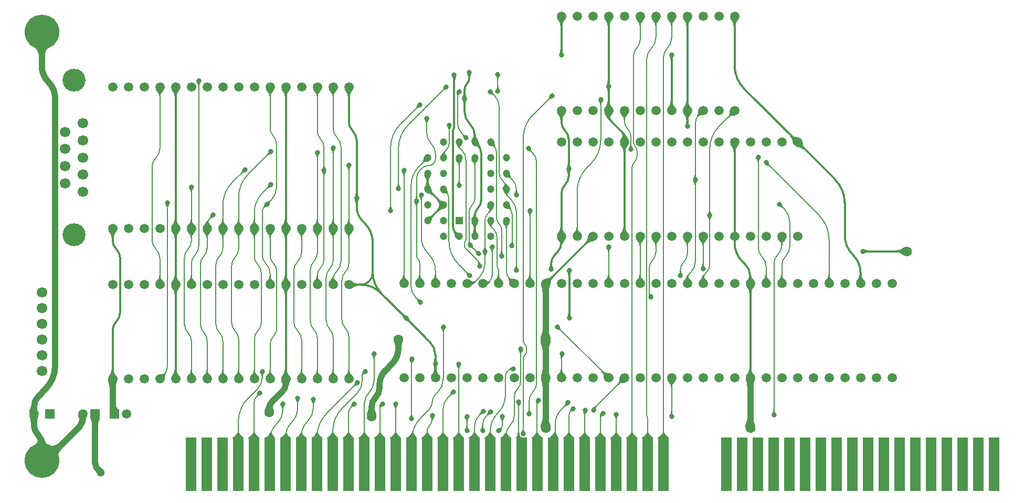
<source format=gbr>
%TF.GenerationSoftware,KiCad,Pcbnew,8.0.4*%
%TF.CreationDate,2024-08-15T20:52:11+02:00*%
%TF.ProjectId,UART Board,55415254-2042-46f6-9172-642e6b696361,rev?*%
%TF.SameCoordinates,Original*%
%TF.FileFunction,Copper,L2,Bot*%
%TF.FilePolarity,Positive*%
%FSLAX46Y46*%
G04 Gerber Fmt 4.6, Leading zero omitted, Abs format (unit mm)*
G04 Created by KiCad (PCBNEW 8.0.4) date 2024-08-15 20:52:11*
%MOMM*%
%LPD*%
G01*
G04 APERTURE LIST*
%TA.AperFunction,ComponentPad*%
%ADD10C,1.500000*%
%TD*%
%TA.AperFunction,WasherPad*%
%ADD11C,3.700000*%
%TD*%
%TA.AperFunction,WasherPad*%
%ADD12C,1.700000*%
%TD*%
%TA.AperFunction,ComponentPad*%
%ADD13R,1.200000X1.200000*%
%TD*%
%TA.AperFunction,ComponentPad*%
%ADD14C,1.200000*%
%TD*%
%TA.AperFunction,ComponentPad*%
%ADD15R,1.500000X1.500000*%
%TD*%
%TA.AperFunction,ComponentPad*%
%ADD16C,5.600000*%
%TD*%
%TA.AperFunction,ConnectorPad*%
%ADD17R,1.780000X8.620000*%
%TD*%
%TA.AperFunction,ViaPad*%
%ADD18C,0.800000*%
%TD*%
%TA.AperFunction,ViaPad*%
%ADD19C,1.600000*%
%TD*%
%TA.AperFunction,ViaPad*%
%ADD20C,1.300000*%
%TD*%
%TA.AperFunction,Conductor*%
%ADD21C,0.380000*%
%TD*%
%TA.AperFunction,Conductor*%
%ADD22C,1.000000*%
%TD*%
%TA.AperFunction,Conductor*%
%ADD23C,0.200000*%
%TD*%
G04 APERTURE END LIST*
D10*
%TO.P,B4,1,5V*%
%TO.N,/5V*%
X109220000Y-121920000D03*
%TO.P,B4,2,~{Device_Select}*%
%TO.N,/~{Device Select}*%
X111760000Y-121920000D03*
%TO.P,B4,3,A16*%
%TO.N,/GND*%
X114299999Y-121920000D03*
%TO.P,B4,4,A15*%
X116840000Y-121920000D03*
%TO.P,B4,5,GND*%
X119380000Y-121920000D03*
%TO.P,B4,6,A14*%
%TO.N,/A14*%
X121920000Y-121920000D03*
%TO.P,B4,7,A13*%
%TO.N,/A13*%
X124460000Y-121920000D03*
%TO.P,B4,8,A12*%
%TO.N,/A12*%
X127000001Y-121920000D03*
%TO.P,B4,9,A11*%
%TO.N,/A11*%
X129540000Y-121920000D03*
%TO.P,B4,10,A10*%
%TO.N,/A10*%
X132080000Y-121920000D03*
%TO.P,B4,11,A4*%
%TO.N,/A4*%
X134620000Y-121920000D03*
%TO.P,B4,12,GND*%
%TO.N,/GND*%
X137159999Y-121920000D03*
%TO.P,B4,13,A3*%
%TO.N,/A3*%
X139700000Y-121920000D03*
%TO.P,B4,14,N.C.*%
%TO.N,unconnected-(B4-N.C.-Pad14)*%
X142240000Y-121920000D03*
%TO.P,B4,15,~{Reset}_{IN}*%
%TO.N,/~{Reset}_{D}*%
X144780000Y-121920000D03*
%TO.P,B4,16,N.C.*%
%TO.N,unconnected-(B4-N.C.-Pad16)*%
X147319999Y-121920000D03*
%TO.P,B4,17,5V*%
%TO.N,/5V*%
X147320000Y-106680000D03*
%TO.P,B4,18,Reset_{OUT}*%
%TO.N,unconnected-(B4-Reset_{OUT}-Pad18)*%
X144780000Y-106680000D03*
%TO.P,B4,19,~{Reset}_{OUT}*%
%TO.N,/~{Reset}*%
X142240000Y-106680000D03*
%TO.P,B4,20,~{A3}*%
%TO.N,/~{A3}*%
X139700000Y-106680000D03*
%TO.P,B4,21,GND*%
%TO.N,/GND*%
X137160000Y-106680000D03*
%TO.P,B4,22,~{A4}*%
%TO.N,unconnected-(B4-~{A4}-Pad22)*%
X134620000Y-106680000D03*
%TO.P,B4,23,~{Device_RAM}*%
%TO.N,/~{Device RAM}*%
X132080000Y-106680000D03*
%TO.P,B4,24,~{Device_Registers}*%
%TO.N,/~{Device Registers}*%
X129540000Y-106680000D03*
%TO.P,B4,25,~{Device_ROM}*%
%TO.N,/~{Device ROM}*%
X127000000Y-106680000D03*
%TO.P,B4,26,N.C.*%
%TO.N,unconnected-(B4-N.C.-Pad26)*%
X124460000Y-106680000D03*
%TO.P,B4,27,N.C.*%
%TO.N,unconnected-(B4-N.C.-Pad27)*%
X121920000Y-106680000D03*
%TO.P,B4,28,GND*%
%TO.N,/GND*%
X119380000Y-106680000D03*
%TO.P,B4,29,N.C.*%
%TO.N,unconnected-(B4-N.C.-Pad29)*%
X116840000Y-106680000D03*
%TO.P,B4,30,N.C.*%
%TO.N,unconnected-(B4-N.C.-Pad30)*%
X114300000Y-106680000D03*
%TO.P,B4,31,N.C.*%
%TO.N,unconnected-(B4-N.C.-Pad31)*%
X111760000Y-106680000D03*
%TO.P,B4,32,N.C.*%
%TO.N,unconnected-(B4-N.C.-Pad32)*%
X109220000Y-106680000D03*
%TD*%
D11*
%TO.P,B3,*%
%TO.N,*%
X30607000Y-121666000D03*
D12*
X32027000Y-114716000D03*
X29187000Y-113330000D03*
X32027000Y-111944000D03*
X29187000Y-110557000D03*
X32027000Y-109171000D03*
X29187000Y-107785000D03*
X32027000Y-106399000D03*
X29187000Y-105012000D03*
X32027000Y-103626000D03*
D11*
X30607000Y-96676000D03*
D10*
%TO.P,B3,1,5V*%
%TO.N,/5V*%
X36830000Y-120650000D03*
%TO.P,B3,2,N.C.*%
%TO.N,unconnected-(B3-N.C.-Pad2)*%
X39370000Y-120650000D03*
%TO.P,B3,3,~{ADS}*%
%TO.N,unconnected-(B3-~{ADS}-Pad3)*%
X41910000Y-120650000D03*
%TO.P,B3,4,~{CS}*%
%TO.N,/~{UART2}_{SEL}*%
X44450000Y-120650000D03*
%TO.P,B3,5,GND*%
%TO.N,/GND*%
X46990000Y-120650000D03*
%TO.P,B3,6,~{RD}*%
%TO.N,/~{RD}*%
X49530000Y-120650000D03*
%TO.P,B3,7,~{WD}*%
%TO.N,/~{WD}*%
X52070000Y-120650000D03*
%TO.P,B3,8,D7*%
%TO.N,/D7*%
X54610000Y-120650000D03*
%TO.P,B3,9,D6*%
%TO.N,/D6*%
X57150000Y-120650000D03*
%TO.P,B3,10,D5*%
%TO.N,/D5*%
X59690000Y-120650000D03*
%TO.P,B3,11,D4*%
%TO.N,/D4*%
X62230000Y-120650000D03*
%TO.P,B3,12,GND*%
%TO.N,/GND*%
X64770000Y-120650000D03*
%TO.P,B3,13,D3*%
%TO.N,/D3*%
X67310000Y-120650000D03*
%TO.P,B3,14,D2*%
%TO.N,/D2*%
X69850000Y-120650000D03*
%TO.P,B3,15,D1*%
%TO.N,/D1*%
X72390000Y-120650000D03*
%TO.P,B3,16,D0*%
%TO.N,/D0*%
X74930000Y-120650000D03*
%TO.P,B3,17,5V*%
%TO.N,/5V*%
X74930000Y-97790000D03*
%TO.P,B3,18,1.8432Mhz*%
%TO.N,/1.8MHz*%
X72390000Y-97790000D03*
%TO.P,B3,19,A0*%
%TO.N,/A0*%
X69850000Y-97790000D03*
%TO.P,B3,20,A1*%
%TO.N,/A1*%
X67310000Y-97790000D03*
%TO.P,B3,21,GND*%
%TO.N,/GND*%
X64770000Y-97790000D03*
%TO.P,B3,22,A2*%
%TO.N,/A2*%
X62230000Y-97790000D03*
%TO.P,B3,23,RX_Ready*%
%TO.N,unconnected-(B3-RX_Ready-Pad23)*%
X59690000Y-97790000D03*
%TO.P,B3,24,TX_Ready*%
%TO.N,unconnected-(B3-TX_Ready-Pad24)*%
X57150000Y-97790000D03*
%TO.P,B3,25,~{Out2}*%
%TO.N,unconnected-(B3-~{Out2}-Pad25)*%
X54610000Y-97790000D03*
%TO.P,B3,26,~{Out1}*%
%TO.N,unconnected-(B3-~{Out1}-Pad26)*%
X52070000Y-97790000D03*
%TO.P,B3,27,~{INT}*%
%TO.N,/~{INT2}*%
X49530000Y-97790000D03*
%TO.P,B3,28,GND*%
%TO.N,/GND*%
X46990000Y-97790000D03*
%TO.P,B3,29,~{Reset}*%
%TO.N,/~{Reset}*%
X44450000Y-97790000D03*
%TO.P,B3,30,N.C.*%
%TO.N,unconnected-(B3-N.C.-Pad30)*%
X41910000Y-97790000D03*
%TO.P,B3,31,N.C.*%
%TO.N,unconnected-(B3-N.C.-Pad31)*%
X39370000Y-97790000D03*
%TO.P,B3,32,N.C.*%
%TO.N,unconnected-(B3-N.C.-Pad32)*%
X36830000Y-97790000D03*
%TD*%
D13*
%TO.P,IC3,1,N.C.*%
%TO.N,unconnected-(IC3-N.C.-Pad1)*%
X92710000Y-119380000D03*
D14*
%TO.P,IC3,2,A16*%
%TO.N,/GND*%
X95250000Y-121920000D03*
%TO.P,IC3,3,A15*%
X95250000Y-119380000D03*
%TO.P,IC3,4,A12*%
X97790000Y-121920000D03*
%TO.P,IC3,5,A7*%
%TO.N,/A7*%
X100330000Y-119380000D03*
%TO.P,IC3,6,A6*%
%TO.N,/A6*%
X97790000Y-119380000D03*
%TO.P,IC3,7,A5*%
%TO.N,/A5*%
X100330000Y-116840000D03*
%TO.P,IC3,8,A4*%
%TO.N,/A4*%
X97790000Y-116840000D03*
%TO.P,IC3,9,A3*%
%TO.N,/A3*%
X100330000Y-114300000D03*
%TO.P,IC3,10,A2*%
%TO.N,/A2*%
X97790000Y-114300000D03*
%TO.P,IC3,11,A1*%
%TO.N,/A1*%
X100330000Y-111760000D03*
%TO.P,IC3,12,A0*%
%TO.N,/A0*%
X97790000Y-111760000D03*
%TO.P,IC3,13,DQ0*%
%TO.N,/D0*%
X100330000Y-109220000D03*
%TO.P,IC3,14,DQ1*%
%TO.N,/D1*%
X97790000Y-106680000D03*
%TO.P,IC3,15,DQ2*%
%TO.N,/D2*%
X97790000Y-109220000D03*
%TO.P,IC3,16,GND*%
%TO.N,/GND*%
X95250000Y-106680000D03*
%TO.P,IC3,17,DQ3*%
%TO.N,/D3*%
X95250000Y-109220000D03*
%TO.P,IC3,18,DQ4*%
%TO.N,/D4*%
X92710000Y-106680000D03*
%TO.P,IC3,19,DQ5*%
%TO.N,/D5*%
X92710000Y-109220000D03*
%TO.P,IC3,20,DQ6*%
%TO.N,/D6*%
X90170000Y-106680000D03*
%TO.P,IC3,21,DQ7*%
%TO.N,/D7*%
X87630000Y-109220000D03*
%TO.P,IC3,22,~{CE}*%
%TO.N,/~{Device ROM}*%
X90170000Y-109220000D03*
%TO.P,IC3,23,A10*%
%TO.N,/GND*%
X87630000Y-111760000D03*
%TO.P,IC3,24,~{OE}*%
%TO.N,/~{RD}*%
X90170000Y-111760000D03*
%TO.P,IC3,25,A11*%
%TO.N,/GND*%
X87630000Y-114300000D03*
%TO.P,IC3,26,A9*%
%TO.N,/A9*%
X90170000Y-114300000D03*
%TO.P,IC3,27,A8*%
%TO.N,/A8*%
X87630000Y-116840000D03*
%TO.P,IC3,28,A13*%
%TO.N,/GND*%
X90170000Y-116840000D03*
%TO.P,IC3,29,A14*%
X87630000Y-119380000D03*
%TO.P,IC3,30,N.C.*%
%TO.N,unconnected-(IC3-N.C.-Pad30)*%
X90170000Y-121920000D03*
%TO.P,IC3,31,~{WE}*%
%TO.N,/~{WD}*%
X90170000Y-119380000D03*
%TO.P,IC3,32,3V*%
%TO.N,/3.3V*%
X92710000Y-121920000D03*
%TD*%
D10*
%TO.P,B2,1,5V*%
%TO.N,/5V*%
X109220000Y-101600000D03*
%TO.P,B2,2,~{Device_RAM}*%
%TO.N,/~{Device RAM}*%
X111760000Y-101600000D03*
%TO.P,B2,3,~{Device_Registers}*%
%TO.N,/~{Device Registers}*%
X114299999Y-101600000D03*
%TO.P,B2,4,GND*%
%TO.N,/GND*%
X116840000Y-101600000D03*
%TO.P,B2,5,~{Device_ROM}*%
%TO.N,/~{Device ROM}*%
X119380000Y-101600000D03*
%TO.P,B2,6,H2_{REG}*%
%TO.N,/GND*%
X121920000Y-101600000D03*
%TO.P,B2,7,H1_{REG}*%
X124460000Y-101600000D03*
%TO.P,B2,8,H0_{REG}*%
%TO.N,/3.3V*%
X127000001Y-101600000D03*
%TO.P,B2,9,GND*%
%TO.N,/GND*%
X129540000Y-101600000D03*
%TO.P,B2,10,~{RD}*%
%TO.N,/~{RD}*%
X132080000Y-101600000D03*
%TO.P,B2,11,~{Device_Select}*%
%TO.N,/~{Device Select}*%
X134620000Y-101600000D03*
%TO.P,B2,12,~{WD}*%
%TO.N,/~{WD}*%
X137159999Y-101600000D03*
%TO.P,B2,13,5V*%
%TO.N,/5V*%
X137160000Y-86360000D03*
%TO.P,B2,14,N.C.*%
%TO.N,unconnected-(B2-N.C.-Pad14)*%
X134620000Y-86360000D03*
%TO.P,B2,15,N.C.*%
%TO.N,unconnected-(B2-N.C.-Pad15)*%
X132080000Y-86360000D03*
%TO.P,B2,16,GND*%
%TO.N,/GND*%
X129540000Y-86360000D03*
%TO.P,B2,17,H0_{OUT}*%
%TO.N,/H0_{D}*%
X127000000Y-86360000D03*
%TO.P,B2,18,H1_{OUT}*%
%TO.N,/H1_{D}*%
X124460000Y-86360000D03*
%TO.P,B2,19,H2_{OUT}*%
%TO.N,/H2_{D}*%
X121920000Y-86360000D03*
%TO.P,B2,20,N.C.*%
%TO.N,unconnected-(B2-N.C.-Pad20)*%
X119380000Y-86360000D03*
%TO.P,B2,21,GND*%
%TO.N,/GND*%
X116840000Y-86360000D03*
%TO.P,B2,22,N.C.*%
%TO.N,unconnected-(B2-N.C.-Pad22)*%
X114300000Y-86360000D03*
%TO.P,B2,23,N.C.*%
%TO.N,unconnected-(B2-N.C.-Pad23)*%
X111760000Y-86360000D03*
%TO.P,B2,24,3.3V*%
%TO.N,/3.3V*%
X109220000Y-86360000D03*
%TD*%
D15*
%TO.P,LED1,1,K*%
%TO.N,Net-(LED1-K)*%
X26670000Y-150622000D03*
D10*
%TO.P,LED1,2,A*%
%TO.N,/GND*%
X24130000Y-150622000D03*
%TD*%
D15*
%TO.P,C2,1*%
%TO.N,/5V*%
X37111400Y-150622000D03*
D10*
%TO.P,C2,2*%
%TO.N,/GND*%
X39111400Y-150622000D03*
%TD*%
D16*
%TO.P,H1,1,GND*%
%TO.N,/GND*%
X25400000Y-88900000D03*
%TD*%
D12*
%TO.P,B5,*%
%TO.N,*%
X25400000Y-143693999D03*
X25400000Y-141153999D03*
X25400000Y-138613999D03*
X25400000Y-136073999D03*
X25400000Y-133533999D03*
X25400000Y-130993999D03*
D10*
%TO.P,B5,1,5V*%
%TO.N,/5V*%
X36830000Y-144964000D03*
%TO.P,B5,2,N.C.*%
%TO.N,unconnected-(B5-N.C.-Pad2)*%
X39370000Y-144964000D03*
%TO.P,B5,3,~{ADS}*%
%TO.N,unconnected-(B5-~{ADS}-Pad3)*%
X41910000Y-144964000D03*
%TO.P,B5,4,~{CS}*%
%TO.N,/~{UART1}_{SEL}*%
X44450000Y-144964000D03*
%TO.P,B5,5,GND*%
%TO.N,/GND*%
X46990000Y-144964000D03*
%TO.P,B5,6,~{RD}*%
%TO.N,/~{RD}*%
X49530000Y-144964000D03*
%TO.P,B5,7,~{WD}*%
%TO.N,/~{WD}*%
X52070000Y-144964000D03*
%TO.P,B5,8,D7*%
%TO.N,/D7*%
X54610000Y-144964000D03*
%TO.P,B5,9,D6*%
%TO.N,/D6*%
X57150000Y-144964000D03*
%TO.P,B5,10,D5*%
%TO.N,/D5*%
X59690000Y-144964000D03*
%TO.P,B5,11,D4*%
%TO.N,/D4*%
X62230000Y-144964000D03*
%TO.P,B5,12,GND*%
%TO.N,/GND*%
X64770000Y-144964000D03*
%TO.P,B5,13,D3*%
%TO.N,/D3*%
X67310000Y-144964000D03*
%TO.P,B5,14,D2*%
%TO.N,/D2*%
X69850000Y-144964000D03*
%TO.P,B5,15,D1*%
%TO.N,/D1*%
X72390000Y-144964000D03*
%TO.P,B5,16,D0*%
%TO.N,/D0*%
X74930000Y-144964000D03*
%TO.P,B5,17,5V*%
%TO.N,/5V*%
X74930000Y-129724000D03*
%TO.P,B5,18,1.8432Mhz*%
%TO.N,/1.8MHz*%
X72390000Y-129724000D03*
%TO.P,B5,19,A0*%
%TO.N,/A0*%
X69850000Y-129724000D03*
%TO.P,B5,20,A1*%
%TO.N,/A1*%
X67310000Y-129724000D03*
%TO.P,B5,21,GND*%
%TO.N,/GND*%
X64770000Y-129724000D03*
%TO.P,B5,22,A2*%
%TO.N,/A2*%
X62230000Y-129724000D03*
%TO.P,B5,23,RX_Ready*%
%TO.N,unconnected-(B5-RX_Ready-Pad23)*%
X59690000Y-129724000D03*
%TO.P,B5,24,TX_Ready*%
%TO.N,unconnected-(B5-TX_Ready-Pad24)*%
X57150000Y-129724000D03*
%TO.P,B5,25,~{Out2}*%
%TO.N,unconnected-(B5-~{Out2}-Pad25)*%
X54610000Y-129724000D03*
%TO.P,B5,26,~{Out1}*%
%TO.N,unconnected-(B5-~{Out1}-Pad26)*%
X52070000Y-129724000D03*
%TO.P,B5,27,~{INT}*%
%TO.N,/~{INT1}*%
X49530000Y-129724000D03*
%TO.P,B5,28,GND*%
%TO.N,/GND*%
X46990000Y-129724000D03*
%TO.P,B5,29,~{Reset}*%
%TO.N,/~{Reset}*%
X44450000Y-129724000D03*
%TO.P,B5,30,N.C.*%
%TO.N,unconnected-(B5-N.C.-Pad30)*%
X41910000Y-129724000D03*
%TO.P,B5,31,N.C.*%
%TO.N,unconnected-(B5-N.C.-Pad31)*%
X39370000Y-129724000D03*
%TO.P,B5,32,N.C.*%
%TO.N,unconnected-(B5-N.C.-Pad32)*%
X36830000Y-129724000D03*
%TD*%
D17*
%TO.P,J5,A1,A1*%
%TO.N,/~{Reset}_{System}*%
X49479200Y-158750000D03*
%TO.P,J5,A2,A2*%
%TO.N,unconnected-(J5-PadA2)*%
X52019200Y-158750000D03*
%TO.P,J5,A3,A3*%
%TO.N,unconnected-(J5-PadA3)*%
X54559200Y-158750000D03*
%TO.P,J5,A4,A4*%
%TO.N,/A0_{D}*%
X57099200Y-158750000D03*
%TO.P,J5,A5,A5*%
%TO.N,/A1_{D}*%
X59639200Y-158750000D03*
%TO.P,J5,A6,A6*%
%TO.N,/A2_{D}*%
X62179200Y-158750000D03*
%TO.P,J5,A7,A7*%
%TO.N,/A3_{D}*%
X64719200Y-158750000D03*
%TO.P,J5,A8,A8*%
%TO.N,/A4_{D}*%
X67259200Y-158750000D03*
%TO.P,J5,A9,A9*%
%TO.N,/A5_{D}*%
X69799200Y-158750000D03*
%TO.P,J5,A10,A10*%
%TO.N,/A6_{D}*%
X72339200Y-158750000D03*
%TO.P,J5,A11,A11*%
%TO.N,/A7_{D}*%
X74879200Y-158750000D03*
%TO.P,J5,A12,A12*%
%TO.N,/A8_{D}*%
X77419200Y-158750000D03*
%TO.P,J5,A13,A13*%
%TO.N,/A9_{D}*%
X79959200Y-158750000D03*
%TO.P,J5,A14,A14*%
%TO.N,/A10_{D}*%
X82499200Y-158750000D03*
%TO.P,J5,A15,A15*%
%TO.N,/A11_{D}*%
X85039200Y-158750000D03*
%TO.P,J5,A16,A16*%
%TO.N,/A12_{D}*%
X87579200Y-158750000D03*
%TO.P,J5,A17,A17*%
%TO.N,/A13_{D}*%
X90119200Y-158750000D03*
%TO.P,J5,A18,A18*%
%TO.N,/A14_{D}*%
X92659200Y-158750000D03*
%TO.P,J5,A19,A19*%
%TO.N,/A15_{D}*%
X95199200Y-158750000D03*
%TO.P,J5,A20,A20*%
%TO.N,/A16_{D}*%
X97739200Y-158750000D03*
%TO.P,J5,A21,A21*%
%TO.N,/D7_{D}*%
X100279200Y-158750000D03*
%TO.P,J5,A22,A22*%
%TO.N,/D6_{D}*%
X102819200Y-158750000D03*
%TO.P,J5,A23,A23*%
%TO.N,/D5_{D}*%
X105359200Y-158750000D03*
%TO.P,J5,A24,A24*%
%TO.N,/D4_{D}*%
X107899200Y-158750000D03*
%TO.P,J5,A25,A25*%
%TO.N,/D3_{D}*%
X110439200Y-158750000D03*
%TO.P,J5,A26,A26*%
%TO.N,/D2_{D}*%
X112979200Y-158750000D03*
%TO.P,J5,A27,A27*%
%TO.N,/D1_{D}*%
X115519200Y-158750000D03*
%TO.P,J5,A28,A28*%
%TO.N,/D0_{D}*%
X118059200Y-158750000D03*
%TO.P,J5,A29,A29*%
%TO.N,/H2_{D}*%
X120599200Y-158750000D03*
%TO.P,J5,A30,A30*%
%TO.N,/H1_{D}*%
X123139200Y-158750000D03*
%TO.P,J5,A31,A31*%
%TO.N,/H0_{D}*%
X125679200Y-158750000D03*
%TO.P,J5,C1,C1*%
%TO.N,unconnected-(J5-PadC1)*%
X135839200Y-158750000D03*
%TO.P,J5,C2,C2*%
%TO.N,unconnected-(J5-PadC2)*%
X138379200Y-158750000D03*
%TO.P,J5,C3,C3*%
%TO.N,unconnected-(J5-PadC3)*%
X140919200Y-158750000D03*
%TO.P,J5,C4,C4*%
%TO.N,unconnected-(J5-PadC4)*%
X143459200Y-158750000D03*
%TO.P,J5,C5,C5*%
%TO.N,unconnected-(J5-PadC5)*%
X145999200Y-158750000D03*
%TO.P,J5,C6,C6*%
%TO.N,unconnected-(J5-PadC6)*%
X148539200Y-158750000D03*
%TO.P,J5,C7,C7*%
%TO.N,unconnected-(J5-PadC7)*%
X151079200Y-158750000D03*
%TO.P,J5,C8,C8*%
%TO.N,unconnected-(J5-PadC8)*%
X153619200Y-158750000D03*
%TO.P,J5,C9,C9*%
%TO.N,unconnected-(J5-PadC9)*%
X156159200Y-158750000D03*
%TO.P,J5,C10,C10*%
%TO.N,unconnected-(J5-PadC10)*%
X158699200Y-158750000D03*
%TO.P,J5,C11,C11*%
%TO.N,unconnected-(J5-PadC11)*%
X161239200Y-158750000D03*
%TO.P,J5,C12,C12*%
%TO.N,unconnected-(J5-PadC12)*%
X163779200Y-158750000D03*
%TO.P,J5,C13,C13*%
%TO.N,unconnected-(J5-PadC13)*%
X166319200Y-158750000D03*
%TO.P,J5,C14,C14*%
%TO.N,unconnected-(J5-PadC14)*%
X168859200Y-158750000D03*
%TO.P,J5,C15,C15*%
%TO.N,unconnected-(J5-PadC15)*%
X171399200Y-158750000D03*
%TO.P,J5,C16,C16*%
%TO.N,unconnected-(J5-PadC16)*%
X173939200Y-158750000D03*
%TO.P,J5,C17,C17*%
%TO.N,unconnected-(J5-PadC17)*%
X176479200Y-158750000D03*
%TO.P,J5,C18,C18*%
%TO.N,unconnected-(J5-PadC18)*%
X179019200Y-158750000D03*
%TD*%
D15*
%TO.P,C1,1*%
%TO.N,/12V*%
X34020000Y-150622000D03*
D10*
%TO.P,C1,2*%
%TO.N,/GND*%
X32020000Y-150622000D03*
%TD*%
%TO.P,B1,1,A0_{IN}*%
%TO.N,/A0_{D}*%
X83820000Y-144780000D03*
%TO.P,B1,2,A1_{IN}*%
%TO.N,/A1_{D}*%
X86360000Y-144780000D03*
%TO.P,B1,3,5V*%
%TO.N,/5V*%
X88900000Y-144780000D03*
%TO.P,B1,4,A2_{IN}*%
%TO.N,/A2_{D}*%
X91440000Y-144780000D03*
%TO.P,B1,5,A3_{IN}*%
%TO.N,/A3_{D}*%
X93980000Y-144780000D03*
%TO.P,B1,6,A4_{IN}*%
%TO.N,/A4_{D}*%
X96520000Y-144780000D03*
%TO.P,B1,7,A5_{IN}*%
%TO.N,/A5_{D}*%
X99060000Y-144780000D03*
%TO.P,B1,8,A6_{IN}*%
%TO.N,/A6_{D}*%
X101600000Y-144780000D03*
%TO.P,B1,9,A7_{IN}*%
%TO.N,/A7_{D}*%
X104140000Y-144780000D03*
%TO.P,B1,10,GND*%
%TO.N,/GND*%
X106680000Y-144780000D03*
%TO.P,B1,11,A8_{IN}*%
%TO.N,/A8_{D}*%
X109220000Y-144780000D03*
%TO.P,B1,12,A9_{IN}*%
%TO.N,/A9_{D}*%
X111760000Y-144780000D03*
%TO.P,B1,13,A10_{IN}*%
%TO.N,/A10_{D}*%
X114300000Y-144780000D03*
%TO.P,B1,14,A11_{IN}*%
%TO.N,/A11_{D}*%
X116840000Y-144780000D03*
%TO.P,B1,15,A12_{IN}*%
%TO.N,/A12_{D}*%
X119380000Y-144780000D03*
%TO.P,B1,16,A13_{IN}*%
%TO.N,/A13_{D}*%
X121920000Y-144780000D03*
%TO.P,B1,17,A14_{IN}*%
%TO.N,/A14_{D}*%
X124460000Y-144780000D03*
%TO.P,B1,18,A15_{IN}*%
%TO.N,/A15_{D}*%
X127000000Y-144780000D03*
%TO.P,B1,19,A16_{IN}*%
%TO.N,/A16_{D}*%
X129540000Y-144780000D03*
%TO.P,B1,20,~{RD}_{IN}*%
%TO.N,/~{RD}_{D}*%
X132080000Y-144780000D03*
%TO.P,B1,21,~{WD}_{IN}*%
%TO.N,/~{WD}_{D}*%
X134620000Y-144780000D03*
%TO.P,B1,22,S_{IN}*%
%TO.N,/CLK_{D}*%
X137160000Y-144780000D03*
%TO.P,B1,23,GND*%
%TO.N,/GND*%
X139700000Y-144780000D03*
%TO.P,B1,24,D7_{IN/OUT}*%
%TO.N,/D7_{D}*%
X142240000Y-144780000D03*
%TO.P,B1,25,D6_{IN/OUT}*%
%TO.N,/D6_{D}*%
X144780000Y-144780000D03*
%TO.P,B1,26,D5_{IN/OUT}*%
%TO.N,/D5_{D}*%
X147320000Y-144780000D03*
%TO.P,B1,27,D4_{IN/OUT}*%
%TO.N,/D4_{D}*%
X149860000Y-144780000D03*
%TO.P,B1,28,D3_{IN/OUT}*%
%TO.N,/D3_{D}*%
X152400000Y-144780000D03*
%TO.P,B1,29,D2_{IN/OUT}*%
%TO.N,/D2_{D}*%
X154940000Y-144780000D03*
%TO.P,B1,30,D1_{IN/OUT}*%
%TO.N,/D1_{D}*%
X157480000Y-144780000D03*
%TO.P,B1,31,D0_{IN/OUT}*%
%TO.N,/D0_{D}*%
X160020000Y-144780000D03*
%TO.P,B1,32,Deivce_~{CS}_{IN}*%
%TO.N,/~{Select}_{D}*%
X162560000Y-144780000D03*
%TO.P,B1,33,Deivce_~{CS}*%
%TO.N,/~{Device Select}*%
X162560000Y-129540000D03*
%TO.P,B1,34,D0*%
%TO.N,/D0*%
X160020000Y-129540000D03*
%TO.P,B1,35,5V*%
%TO.N,/5V*%
X157480000Y-129540000D03*
%TO.P,B1,36,D1*%
%TO.N,/D1*%
X154940000Y-129540000D03*
%TO.P,B1,37,D2*%
%TO.N,/D2*%
X152400000Y-129540000D03*
%TO.P,B1,38,D3*%
%TO.N,/D3*%
X149860000Y-129540000D03*
%TO.P,B1,39,D4*%
%TO.N,/D4*%
X147320000Y-129540000D03*
%TO.P,B1,40,D5*%
%TO.N,/D5*%
X144780000Y-129540000D03*
%TO.P,B1,41,D6*%
%TO.N,/D6*%
X142240000Y-129540000D03*
%TO.P,B1,42,GND*%
%TO.N,/GND*%
X139700000Y-129540000D03*
%TO.P,B1,43,D7*%
%TO.N,/D7*%
X137160000Y-129540000D03*
%TO.P,B1,44,S*%
%TO.N,unconnected-(B1-S-Pad44)*%
X134620000Y-129540000D03*
%TO.P,B1,45,~{WD}*%
%TO.N,/~{WD}*%
X132080000Y-129540000D03*
%TO.P,B1,46,~{RD}*%
%TO.N,/~{RD}*%
X129540000Y-129540000D03*
%TO.P,B1,47,A16*%
%TO.N,unconnected-(B1-A16-Pad47)*%
X127000000Y-129540000D03*
%TO.P,B1,48,A15*%
%TO.N,unconnected-(B1-A15-Pad48)*%
X124460000Y-129540000D03*
%TO.P,B1,49,A14*%
%TO.N,/A14*%
X121920000Y-129540000D03*
%TO.P,B1,50,A13*%
%TO.N,/A13*%
X119380000Y-129540000D03*
%TO.P,B1,51,A12*%
%TO.N,/A12*%
X116840000Y-129540000D03*
%TO.P,B1,52,A11*%
%TO.N,/A11*%
X114300000Y-129540000D03*
%TO.P,B1,53,A10*%
%TO.N,/A10*%
X111760000Y-129540000D03*
%TO.P,B1,54,A9*%
%TO.N,/A9*%
X109220000Y-129540000D03*
%TO.P,B1,55,GND*%
%TO.N,/GND*%
X106680000Y-129540000D03*
%TO.P,B1,56,A8*%
%TO.N,/A8*%
X104140000Y-129540000D03*
%TO.P,B1,57,A7*%
%TO.N,/A7*%
X101600000Y-129540000D03*
%TO.P,B1,58,A6*%
%TO.N,/A6*%
X99060000Y-129540000D03*
%TO.P,B1,59,A5*%
%TO.N,/A5*%
X96520000Y-129540000D03*
%TO.P,B1,60,A4*%
%TO.N,/A4*%
X93980000Y-129540000D03*
%TO.P,B1,61,A3*%
%TO.N,/A3*%
X91440000Y-129540000D03*
%TO.P,B1,62,A2*%
%TO.N,/A2*%
X88900000Y-129540000D03*
%TO.P,B1,63,A1*%
%TO.N,/A1*%
X86360000Y-129540000D03*
%TO.P,B1,64,A0*%
%TO.N,/A0*%
X83820000Y-129540000D03*
%TD*%
D16*
%TO.P,H9,1,GND*%
%TO.N,/GND*%
X25400000Y-158115000D03*
%TD*%
D18*
%TO.N,/5V*%
X110490000Y-127381000D03*
X76208900Y-115731200D03*
X84201000Y-135128000D03*
X107569000Y-127254000D03*
X110490000Y-135128000D03*
X110410600Y-110998000D03*
X88900000Y-142494000D03*
%TO.N,/GND*%
X157861000Y-124333000D03*
X93598506Y-99613000D03*
D19*
X106680000Y-152882580D03*
X62103000Y-150368000D03*
D18*
X129540000Y-104140000D03*
X116840000Y-97663000D03*
D19*
X82931000Y-138557002D03*
X106680000Y-138684000D03*
X78613000Y-151003000D03*
D18*
X94361000Y-95377000D03*
D19*
X164973000Y-124333000D03*
X139700000Y-152908000D03*
D18*
%TO.N,/CLK_{D}*%
X85039200Y-151384000D03*
X85090004Y-141732000D03*
%TO.N,/~{Interrupt}_{D}*%
X92726800Y-98508900D03*
X104021801Y-150634000D03*
X93855800Y-105971600D03*
X93980000Y-153289010D03*
X93980000Y-151003000D03*
X103886000Y-107696000D03*
%TO.N,/~{Reset}_{D}*%
X97790000Y-150241000D03*
X96520000Y-153296000D03*
X143510000Y-150761000D03*
%TO.N,/~{Select}_{D}*%
X99123495Y-153352505D03*
X99695000Y-151003000D03*
%TO.N,/~{Enable}_{D}*%
X107696000Y-99187000D03*
X103056000Y-153823300D03*
%TO.N,/~{Device Select}*%
X115570000Y-99822000D03*
%TO.N,/A0_{D}*%
X60959998Y-143715700D03*
%TO.N,/A1_{D}*%
X60601331Y-147215331D03*
%TO.N,/A2_{D}*%
X64262000Y-148971000D03*
%TO.N,/A3_{D}*%
X66675000Y-148082000D03*
%TO.N,/A4_{D}*%
X69215000Y-148209000D03*
%TO.N,/A5_{D}*%
X76326994Y-145542000D03*
%TO.N,/A6_{D}*%
X77597000Y-143715000D03*
%TO.N,/A7_{D}*%
X75819000Y-148971000D03*
%TO.N,/A8_{D}*%
X78994000Y-140843000D03*
X109347000Y-140855000D03*
%TO.N,/A9_{D}*%
X80391000Y-148971000D03*
%TO.N,/A10_{D}*%
X82499200Y-149006000D03*
%TO.N,/A11_{D}*%
X108585000Y-136525000D03*
X90170000Y-136525000D03*
%TO.N,/A12_{D}*%
X114427000Y-149987000D03*
X88392000Y-150876000D03*
%TO.N,/A13_{D}*%
X91821000Y-147016900D03*
%TO.N,/A14_{D}*%
X92659200Y-142547600D03*
%TO.N,/A15_{D}*%
X127000000Y-150997000D03*
X96647000Y-150163000D03*
%TO.N,/A16_{D}*%
X101506600Y-143326600D03*
%TO.N,/D7_{D}*%
X102679501Y-140144499D03*
%TO.N,/D6_{D}*%
X102336800Y-148651000D03*
%TO.N,/D5_{D}*%
X105530000Y-148384000D03*
%TO.N,/D4_{D}*%
X110299500Y-148780500D03*
%TO.N,/D3_{D}*%
X111124998Y-149733002D03*
%TO.N,/D2_{D}*%
X113068099Y-150025101D03*
D20*
%TO.N,/12V*%
X34925000Y-160049998D03*
D18*
%TO.N,/D0*%
X74930000Y-110349900D03*
%TO.N,/D1_{D}*%
X115951000Y-150495000D03*
%TO.N,/D0_{D}*%
X118059200Y-150646000D03*
%TO.N,/D1*%
X72390000Y-107625800D03*
X99580000Y-125095000D03*
%TO.N,/D2*%
X142240000Y-109982000D03*
X69850000Y-108327600D03*
%TO.N,/D3*%
X94488002Y-123317000D03*
X95885000Y-124713990D03*
%TO.N,/D4*%
X96011994Y-126746000D03*
%TO.N,/D5*%
X92710000Y-113696300D03*
X62357000Y-113538000D03*
X144398998Y-116713000D03*
%TO.N,/D6*%
X140970000Y-109093000D03*
X62357000Y-108204000D03*
%TO.N,/D7*%
X86487000Y-132539000D03*
X58165992Y-111125000D03*
%TO.N,/~{WD}*%
X133141300Y-118478300D03*
X53015600Y-118470500D03*
%TO.N,/~{RD}*%
X130810000Y-112776000D03*
X49530000Y-113919000D03*
%TO.N,/A13*%
X123693800Y-131686400D03*
%TO.N,/A12*%
X116840000Y-123605600D03*
%TO.N,/A11*%
X128433900Y-128249400D03*
%TO.N,/A10*%
X132080000Y-127127000D03*
%TO.N,/A9*%
X94446500Y-128246000D03*
%TO.N,/A8*%
X104140000Y-117754800D03*
%TO.N,/A5*%
X98044000Y-123571000D03*
X101219000Y-123444000D03*
%TO.N,/A4*%
X96900998Y-124327600D03*
%TO.N,/A3*%
X97714419Y-98531981D03*
X101954000Y-127402300D03*
%TO.N,/A2*%
X86614000Y-115189000D03*
X61722000Y-116713000D03*
%TO.N,/A1*%
X85852000Y-116205000D03*
X87503000Y-102870000D03*
X101955000Y-115207000D03*
%TO.N,/A0*%
X70920000Y-111252000D03*
X83820000Y-111252000D03*
%TO.N,/~{Device Registers}*%
X98962400Y-98425000D03*
X98962400Y-95713000D03*
%TO.N,/~{Device ROM}*%
X91141300Y-103942000D03*
X120439400Y-107825200D03*
%TO.N,/3.3V*%
X91935000Y-95823500D03*
X109219998Y-92595800D03*
X127000000Y-92595800D03*
%TO.N,/~{UART2}_{SEL}*%
X81660998Y-117725700D03*
X86360000Y-100669700D03*
%TO.N,/~{INT1}*%
X50726400Y-96774000D03*
%TO.N,/~{UART1}_{SEL}*%
X82931000Y-114173000D03*
X45676600Y-116459000D03*
X90650700Y-97759800D03*
%TD*%
D21*
%TO.N,/3.3V*%
X91702600Y-120200260D02*
G75*
G03*
X92206288Y-121416312I1719700J-40D01*
G01*
X91935000Y-104319368D02*
G75*
G02*
X91818809Y-104599909I-396700J-32D01*
G01*
X91818800Y-104599900D02*
G75*
G03*
X91702613Y-104880431I280500J-280500D01*
G01*
%TO.N,/GND*%
X95760550Y-117345450D02*
G75*
G03*
X95250011Y-118578026I1232550J-1232550D01*
G01*
D22*
X24765000Y-153924000D02*
G75*
G02*
X25399989Y-155457025I-1533000J-1533000D01*
G01*
D21*
X138891776Y-126445776D02*
G75*
G02*
X139699984Y-128397000I-1951276J-1951224D01*
G01*
D22*
X82931000Y-140017501D02*
G75*
G02*
X81898280Y-142510737I-3526000J1D01*
G01*
X32020000Y-151357950D02*
G75*
G02*
X31499604Y-152614295I-1776740J0D01*
G01*
X80867175Y-143541824D02*
G75*
G03*
X79890028Y-145900935I2359125J-2359076D01*
G01*
X24130000Y-152390974D02*
G75*
G03*
X24764992Y-153924008I2168000J-26D01*
G01*
X25400000Y-94358356D02*
G75*
G03*
X26479501Y-96964499I3685630J-4D01*
G01*
D21*
X95760550Y-107190550D02*
G75*
G02*
X96271089Y-108423126I-1232550J-1232550D01*
G01*
X93598500Y-101701713D02*
G75*
G03*
X94424254Y-103695246I2819300J13D01*
G01*
X93979750Y-97282250D02*
G75*
G03*
X93598487Y-98202668I920450J-920450D01*
G01*
X118930987Y-104960987D02*
G75*
G02*
X119380008Y-106045000I-1083987J-1084013D01*
G01*
D22*
X26479500Y-96964500D02*
G75*
G02*
X27558982Y-99570643I-2606100J-2606100D01*
G01*
X24893321Y-147699678D02*
G75*
G03*
X24129987Y-149542500I1842779J-1842822D01*
G01*
X79890000Y-146379894D02*
G75*
G02*
X79251508Y-147921378I-2180000J-6D01*
G01*
X27559000Y-142780036D02*
G75*
G02*
X25965206Y-146627791I-5441560J6D01*
G01*
X64770000Y-145697500D02*
G75*
G02*
X64251332Y-146949657I-1770800J0D01*
G01*
D21*
X96271100Y-116112873D02*
G75*
G02*
X95760558Y-117345458I-1743100J-27D01*
G01*
X137160000Y-122917948D02*
G75*
G03*
X138430014Y-125983986I4336100J48D01*
G01*
D22*
X79251500Y-147921370D02*
G75*
G03*
X78613039Y-149462845I1541500J-1541430D01*
G01*
X62552012Y-148648987D02*
G75*
G03*
X62102992Y-149733000I1083988J-1084013D01*
G01*
D21*
X116840000Y-102235000D02*
G75*
G03*
X117289017Y-103319007I1533000J0D01*
G01*
X94486678Y-103757678D02*
G75*
G02*
X95250013Y-105600500I-1842778J-1842822D01*
G01*
X94361000Y-96361831D02*
G75*
G02*
X93979741Y-97282241I-1301700J31D01*
G01*
X64770000Y-144230500D02*
X64770000Y-145697500D01*
X116840000Y-100965000D02*
X116840000Y-102235000D01*
D22*
X106680000Y-139001500D02*
X106680000Y-139636500D01*
D21*
%TO.N,/5V*%
X153346207Y-112706207D02*
G75*
G02*
X154940011Y-116553963I-3847807J-3847793D01*
G01*
X109815300Y-104814700D02*
G75*
G02*
X110410608Y-106251881I-1437200J-1437200D01*
G01*
D22*
X36830000Y-150141620D02*
G75*
G03*
X36970706Y-150481294I480400J20D01*
G01*
D21*
X37432750Y-135668250D02*
G75*
G03*
X36830007Y-137123417I1455150J-1455150D01*
G01*
X75569450Y-104906450D02*
G75*
G02*
X76208892Y-106450218I-1543750J-1543750D01*
G01*
X77502950Y-119793950D02*
G75*
G02*
X78797015Y-122918063I-3124150J-3124150D01*
G01*
X109815300Y-113577700D02*
G75*
G03*
X109219992Y-115014881I1437200J-1437200D01*
G01*
X87957073Y-138884073D02*
G75*
G02*
X88899986Y-141160500I-2276473J-2276427D01*
G01*
X76208900Y-117115550D02*
G75*
G03*
X77187761Y-119478805I3342100J-50D01*
G01*
X76863500Y-129724000D02*
G75*
G03*
X78797000Y-127790500I0J1933500D01*
G01*
X80164190Y-131091190D02*
G75*
G03*
X76863500Y-129724005I-3300690J-3300710D01*
G01*
X78797000Y-127790500D02*
G75*
G03*
X80164186Y-131091194I4667900J0D01*
G01*
X154940000Y-121774948D02*
G75*
G03*
X156210014Y-124840986I4336100J48D01*
G01*
X137160000Y-94266036D02*
G75*
G03*
X138753800Y-98113784I5441600J36D01*
G01*
X74930000Y-103362681D02*
G75*
G03*
X75569444Y-104906456I2183200J-19D01*
G01*
X36830000Y-122529082D02*
G75*
G03*
X37432745Y-123984255I2057900J-18D01*
G01*
X109220000Y-103377518D02*
G75*
G03*
X109815305Y-104814695I2032500J18D01*
G01*
X38035500Y-134213082D02*
G75*
G02*
X37432755Y-135668255I-2057900J-18D01*
G01*
X109220000Y-122872500D02*
G75*
G02*
X108546473Y-124498511I-2299500J0D01*
G01*
X37432750Y-123984250D02*
G75*
G02*
X38035493Y-125439417I-1455150J-1455150D01*
G01*
X110410600Y-112140518D02*
G75*
G02*
X109815295Y-113577695I-2032500J18D01*
G01*
X108197617Y-124847382D02*
G75*
G03*
X107568989Y-126365000I1517583J-1517618D01*
G01*
X156267665Y-124898665D02*
G75*
G02*
X157479991Y-127825500I-2926865J-2926835D01*
G01*
D22*
%TO.N,/12V*%
X34020000Y-158505066D02*
G75*
G03*
X34472490Y-159597508I1544900J-34D01*
G01*
D23*
%TO.N,/~{UART1}_{SEL}*%
X45676600Y-142870062D02*
G75*
G02*
X45063311Y-144350711I-2093900J-38D01*
G01*
X84524792Y-103885707D02*
G75*
G03*
X82930959Y-107733463I3847708J-3847793D01*
G01*
%TO.N,/~{INT1}*%
X50726400Y-123489917D02*
G75*
G02*
X50128195Y-124934095I-2042400J17D01*
G01*
X50128200Y-124934100D02*
G75*
G03*
X49529993Y-126378282I1444200J-1444200D01*
G01*
%TO.N,/~{UART2}_{SEL}*%
X83254790Y-103774909D02*
G75*
G03*
X81660959Y-107622665I3847710J-3847791D01*
G01*
%TO.N,/1.8MHz*%
X72390000Y-104384974D02*
G75*
G03*
X73024992Y-105918008I2168000J-26D01*
G01*
X73660000Y-125974974D02*
G75*
G02*
X73025008Y-127508008I-2168000J-26D01*
G01*
X73025000Y-105918000D02*
G75*
G02*
X73659989Y-107451025I-1533000J-1533000D01*
G01*
X72948967Y-127584032D02*
G75*
G03*
X72389989Y-128933500I1349433J-1349468D01*
G01*
%TO.N,/~{Device ROM}*%
X119380000Y-103263891D02*
G75*
G03*
X119909697Y-104542703I1808500J-9D01*
G01*
X119909700Y-104542700D02*
G75*
G02*
X120439396Y-105821508I-1278800J-1278800D01*
G01*
X90439407Y-108188592D02*
G75*
G03*
X90169995Y-108839000I650393J-650408D01*
G01*
X91141300Y-106799887D02*
G75*
G02*
X90655654Y-107972354I-1658100J-13D01*
G01*
%TO.N,/A0*%
X70920000Y-125681395D02*
G75*
G02*
X70385001Y-126973001I-1826600J-5D01*
G01*
X69850000Y-104907395D02*
G75*
G03*
X70384999Y-106199001I1826600J-5D01*
G01*
X70385000Y-126973000D02*
G75*
G03*
X69850002Y-128264604I1291600J-1291600D01*
G01*
X70385000Y-106199000D02*
G75*
G02*
X70919998Y-107490604I-1291600J-1291600D01*
G01*
%TO.N,/A1*%
X87503000Y-105184171D02*
G75*
G03*
X88201492Y-106870508I2384800J-29D01*
G01*
X87693500Y-110490000D02*
G75*
G03*
X86717893Y-110894116I0J-1379700D01*
G01*
X85852000Y-124989789D02*
G75*
G03*
X86105997Y-125603003I867200J-11D01*
G01*
X86487000Y-111125000D02*
G75*
G03*
X85852011Y-112658025I1533000J-1533000D01*
G01*
X88900000Y-109405987D02*
G75*
G02*
X88582504Y-110172504I-1084000J-13D01*
G01*
X101310825Y-112740825D02*
G75*
G02*
X101954985Y-114296000I-1555225J-1555175D01*
G01*
X88582500Y-110172500D02*
G75*
G02*
X87815987Y-110489995I-766500J766500D01*
G01*
X88201500Y-106870500D02*
G75*
G02*
X88899988Y-108556828I-1686300J-1686300D01*
G01*
X86106000Y-125603000D02*
G75*
G02*
X86359996Y-126216210I-613200J-613200D01*
G01*
%TO.N,/A2*%
X61341000Y-117094000D02*
G75*
G03*
X60960006Y-118013815I919800J-919800D01*
G01*
X61595000Y-126365000D02*
G75*
G02*
X62229989Y-127898025I-1533000J-1533000D01*
G01*
X86614000Y-121954553D02*
G75*
G03*
X87756986Y-124714014I3902400J-47D01*
G01*
X62230000Y-104437579D02*
G75*
G03*
X62737994Y-105664006I1734400J-21D01*
G01*
X63246000Y-114111369D02*
G75*
G02*
X62484009Y-115951009I-2601600J-31D01*
G01*
X60960000Y-124831974D02*
G75*
G03*
X61594992Y-126365008I2168000J-26D01*
G01*
X87757000Y-124714000D02*
G75*
G02*
X88899952Y-127473446I-2759500J-2759400D01*
G01*
X62738000Y-105664000D02*
G75*
G02*
X63245992Y-106890420I-1226400J-1226400D01*
G01*
%TO.N,/A3*%
X100060592Y-113268592D02*
G75*
G02*
X100330005Y-113919000I-650392J-650408D01*
G01*
X99179300Y-111573632D02*
G75*
G03*
X99754659Y-112962641I1964400J32D01*
G01*
X98481090Y-99230190D02*
G75*
G02*
X99179298Y-100915817I-1685590J-1685610D01*
G01*
X97807085Y-98556185D02*
G75*
G03*
X97748650Y-98532010I-58385J-58415D01*
G01*
X101142000Y-116001000D02*
G75*
G02*
X101953983Y-117961341I-1960300J-1960300D01*
G01*
X100330000Y-114881600D02*
G75*
G03*
X100547370Y-115406358I742100J0D01*
G01*
%TO.N,/A4*%
X97790000Y-117348000D02*
G75*
G02*
X97430785Y-118215206I-1226400J0D01*
G01*
X95355210Y-129180789D02*
G75*
G02*
X94488000Y-129540005I-867210J867189D01*
G01*
X96900998Y-126287964D02*
G75*
G02*
X95948509Y-128587511I-3251998J-36D01*
G01*
X96890000Y-124308825D02*
G75*
G03*
X96895506Y-124322094I18800J25D01*
G01*
X97340000Y-118306000D02*
G75*
G03*
X96889998Y-119392396I1086400J-1086400D01*
G01*
%TO.N,/A5*%
X100818000Y-117328000D02*
G75*
G02*
X101305985Y-118506136I-1178100J-1178100D01*
G01*
X101306000Y-123295481D02*
G75*
G02*
X101262505Y-123400505I-148500J-19D01*
G01*
X98044000Y-128239184D02*
G75*
G02*
X97663005Y-129159005I-1300800J-16D01*
G01*
X97551407Y-129270592D02*
G75*
G02*
X96901000Y-129540004I-650407J650392D01*
G01*
%TO.N,/A6*%
X97790000Y-119824500D02*
G75*
G03*
X98104312Y-120583304I1073100J0D01*
G01*
X98945000Y-126988000D02*
G75*
G02*
X99059986Y-127265634I-277600J-277600D01*
G01*
X98310000Y-120789000D02*
G75*
G02*
X98830004Y-122044391I-1255400J-1255400D01*
G01*
X98830000Y-126710365D02*
G75*
G03*
X98944990Y-126988010I392600J-35D01*
G01*
%TO.N,/A7*%
X100330000Y-127371974D02*
G75*
G03*
X100964992Y-128905008I2168000J-26D01*
G01*
%TO.N,/A9*%
X91080600Y-122626136D02*
G75*
G03*
X92674400Y-126473884I5441600J36D01*
G01*
X90625300Y-114755300D02*
G75*
G02*
X91080604Y-115854491I-1099200J-1099200D01*
G01*
%TO.N,/A11*%
X128986950Y-126029050D02*
G75*
G03*
X128433913Y-127364230I1335150J-1335150D01*
G01*
X129540000Y-124693869D02*
G75*
G02*
X128986959Y-126029059I-1888200J-31D01*
G01*
%TO.N,/A13*%
X124460000Y-124469426D02*
G75*
G02*
X123927842Y-125754142I-1816900J26D01*
G01*
X123395700Y-131177511D02*
G75*
G03*
X123544753Y-131537347I508900J11D01*
G01*
X123927850Y-125754150D02*
G75*
G03*
X123395689Y-127038873I1284750J-1284750D01*
G01*
%TO.N,/~{RD}*%
X48974350Y-137461650D02*
G75*
G02*
X49529997Y-138803107I-1341450J-1341450D01*
G01*
X48418700Y-136120192D02*
G75*
G03*
X48974348Y-137461652I1897100J-8D01*
G01*
X131445000Y-102235000D02*
G75*
G03*
X130810011Y-103768025I1533000J-1533000D01*
G01*
X48974350Y-123999650D02*
G75*
G03*
X48418703Y-125341107I1341450J-1341450D01*
G01*
X130810000Y-126101974D02*
G75*
G02*
X130175008Y-127635008I-2168000J-26D01*
G01*
X129989012Y-127820987D02*
G75*
G03*
X129539992Y-128905000I1083988J-1084013D01*
G01*
X49530000Y-122658192D02*
G75*
G02*
X48974352Y-123999652I-1897100J-8D01*
G01*
%TO.N,/~{WD}*%
X133141300Y-126458247D02*
G75*
G02*
X132610636Y-127739336I-1811800J47D01*
G01*
X51007600Y-136154769D02*
G75*
G03*
X51538791Y-137437209I1813600J-31D01*
G01*
X52070000Y-123835769D02*
G75*
G02*
X51538809Y-125118209I-1813600J-31D01*
G01*
X51538800Y-137437200D02*
G75*
G02*
X52069987Y-138719630I-1282400J-1282400D01*
G01*
X51538800Y-125118200D02*
G75*
G03*
X51007613Y-126400630I1282400J-1282400D01*
G01*
X132529012Y-127820987D02*
G75*
G03*
X132079992Y-128905000I1083988J-1084013D01*
G01*
X134735092Y-104024907D02*
G75*
G03*
X133141259Y-107872663I3847708J-3847793D01*
G01*
X52506249Y-118979850D02*
G75*
G03*
X52070020Y-120033050I1053151J-1053150D01*
G01*
%TO.N,/D7*%
X54610000Y-123801192D02*
G75*
G02*
X54054352Y-125142652I-1897100J-8D01*
G01*
X56203792Y-113087199D02*
G75*
G03*
X54609953Y-116934955I3847708J-3847801D01*
G01*
X54054350Y-137461650D02*
G75*
G02*
X54609997Y-138803107I-1341450J-1341450D01*
G01*
X84975000Y-129957854D02*
G75*
G03*
X85730987Y-131783013I2581100J-46D01*
G01*
X53498700Y-136120192D02*
G75*
G03*
X54054348Y-137461652I1897100J-8D01*
G01*
X86302500Y-110547500D02*
G75*
G03*
X84974987Y-113752368I3204900J-3204900D01*
G01*
X54054350Y-125142650D02*
G75*
G03*
X53498703Y-126484107I1341450J-1341450D01*
G01*
%TO.N,/D6*%
X56038700Y-135866192D02*
G75*
G03*
X56594348Y-137207652I1897100J-8D01*
G01*
X56594350Y-125269650D02*
G75*
G03*
X56038703Y-126611107I1341450J-1341450D01*
G01*
X58743792Y-111817207D02*
G75*
G03*
X57149959Y-115664963I3847708J-3847793D01*
G01*
X141605000Y-125222000D02*
G75*
G02*
X142239989Y-126755025I-1533000J-1533000D01*
G01*
X57150000Y-123928192D02*
G75*
G02*
X56594352Y-125269652I-1897100J-8D01*
G01*
X56594350Y-137207650D02*
G75*
G02*
X57149997Y-138549107I-1341450J-1341450D01*
G01*
X140970000Y-123688974D02*
G75*
G03*
X141604992Y-125222008I2168000J-26D01*
G01*
%TO.N,/D5*%
X145415000Y-125095000D02*
G75*
G03*
X144780011Y-126628025I1533000J-1533000D01*
G01*
X59690000Y-125103062D02*
G75*
G03*
X60245589Y-126444411I1896900J-38D01*
G01*
X60801200Y-135866262D02*
G75*
G02*
X60245611Y-137207611I-1896900J-38D01*
G01*
X61023500Y-114871500D02*
G75*
G03*
X59689952Y-118090853I3219300J-3219400D01*
G01*
X60245600Y-137207600D02*
G75*
G03*
X59690015Y-138548937I1341300J-1341300D01*
G01*
X145224499Y-117538501D02*
G75*
G02*
X146049985Y-119531436I-1992899J-1992899D01*
G01*
X146050000Y-123561974D02*
G75*
G02*
X145415008Y-125095008I-2168000J-26D01*
G01*
X60245600Y-126444400D02*
G75*
G02*
X60801185Y-127785737I-1341300J-1341300D01*
G01*
%TO.N,/D4*%
X62230000Y-124966466D02*
G75*
G03*
X62769890Y-126269910I1843300J-34D01*
G01*
X95787485Y-125886485D02*
G75*
G02*
X96012004Y-126428497I-541985J-542015D01*
G01*
X93810400Y-122455464D02*
G75*
G02*
X93686273Y-122755212I-423900J-36D01*
G01*
X93686250Y-122755189D02*
G75*
G03*
X93562117Y-123054913I299750J-299711D01*
G01*
X93562100Y-123270219D02*
G75*
G03*
X93838497Y-123937491I943700J19D01*
G01*
X93260200Y-108119200D02*
G75*
G02*
X93810400Y-109447500I-1328300J-1328300D01*
G01*
X63309800Y-136777466D02*
G75*
G02*
X62769910Y-138080910I-1843300J-34D01*
G01*
X62769900Y-126269900D02*
G75*
G02*
X63309786Y-127573333I-1303400J-1303400D01*
G01*
X92710000Y-107124500D02*
G75*
G03*
X93024312Y-107883304I1073100J0D01*
G01*
X62769900Y-138080900D02*
G75*
G03*
X62230014Y-139384333I1303400J-1303400D01*
G01*
%TO.N,/D3*%
X66675000Y-137160000D02*
G75*
G02*
X67309989Y-138693025I-1533000J-1533000D01*
G01*
X94800000Y-116909000D02*
G75*
G03*
X94349998Y-117995396I1086400J-1086400D01*
G01*
X66040000Y-135626974D02*
G75*
G03*
X66674992Y-137160008I2168000J-26D01*
G01*
X95250000Y-115822603D02*
G75*
G02*
X94799999Y-116908999I-1536400J3D01*
G01*
X67310000Y-124450974D02*
G75*
G02*
X66675008Y-125984008I-2168000J-26D01*
G01*
X94350000Y-123081415D02*
G75*
G03*
X94419006Y-123247994I235600J15D01*
G01*
X66675000Y-125984000D02*
G75*
G03*
X66040011Y-127517025I1533000J-1533000D01*
G01*
%TO.N,/D2*%
X69294350Y-125936350D02*
G75*
G03*
X68738703Y-127277807I1341450J-1341450D01*
G01*
X69850000Y-124594892D02*
G75*
G02*
X69294352Y-125936352I-1897100J-8D01*
G01*
X150806207Y-118548207D02*
G75*
G02*
X152400011Y-122395963I-3847807J-3847793D01*
G01*
X69294350Y-136985350D02*
G75*
G02*
X69849997Y-138326807I-1341450J-1341450D01*
G01*
X68738700Y-135643892D02*
G75*
G03*
X69294348Y-136985352I1897100J-8D01*
G01*
%TO.N,/D1*%
X72390000Y-125838141D02*
G75*
G02*
X71837838Y-127171138I-1885200J41D01*
G01*
X71285700Y-135528841D02*
G75*
G03*
X71837862Y-136861838I1885200J41D01*
G01*
X98733900Y-118836616D02*
G75*
G03*
X99156955Y-119857945I1444400J16D01*
G01*
X99156950Y-119857950D02*
G75*
G02*
X99580007Y-120879283I-1021350J-1021350D01*
G01*
X71837850Y-127171150D02*
G75*
G03*
X71285683Y-128504158I1333050J-1333050D01*
G01*
X98261950Y-107151950D02*
G75*
G02*
X98733884Y-108291338I-1139350J-1139350D01*
G01*
X71837850Y-136861850D02*
G75*
G02*
X72390017Y-138194858I-1333050J-1333050D01*
G01*
%TO.N,/~{Reset}*%
X43815000Y-109220000D02*
G75*
G03*
X43180011Y-110753025I1533000J-1533000D01*
G01*
X44450000Y-107686974D02*
G75*
G02*
X43815008Y-109220008I-2168000J-26D01*
G01*
X43815000Y-123952000D02*
G75*
G02*
X44449989Y-125485025I-1533000J-1533000D01*
G01*
X43180000Y-122418974D02*
G75*
G03*
X43814992Y-123952008I2168000J-26D01*
G01*
%TO.N,/H0_{D}*%
X126339600Y-91465400D02*
G75*
G03*
X125679219Y-93059746I1594300J-1594300D01*
G01*
X127000000Y-89871053D02*
G75*
G02*
X126339584Y-91465384I-2254800J53D01*
G01*
%TO.N,/H1_{D}*%
X124460000Y-89759401D02*
G75*
G02*
X123720650Y-91544350I-2524300J1D01*
G01*
X123720650Y-91544350D02*
G75*
G03*
X122981300Y-93329298I1784950J-1784950D01*
G01*
X123060250Y-151081950D02*
G75*
G02*
X123139220Y-151272552I-190650J-190650D01*
G01*
X122981300Y-150891347D02*
G75*
G03*
X123060264Y-151081936I269600J47D01*
G01*
%TO.N,/H2_{D}*%
X120868300Y-106731146D02*
G75*
G03*
X121140184Y-107387416I928100J46D01*
G01*
X121140150Y-107387450D02*
G75*
G02*
X121412019Y-108043753I-656350J-656350D01*
G01*
X121412000Y-108899263D02*
G75*
G02*
X121005611Y-109880411I-1387500J-37D01*
G01*
X121394150Y-91457850D02*
G75*
G03*
X120868285Y-92727364I1269550J-1269550D01*
G01*
X121005600Y-109880400D02*
G75*
G03*
X120599215Y-110861536I981100J-981100D01*
G01*
X121920000Y-90188335D02*
G75*
G02*
X121394140Y-91457840I-1795400J35D01*
G01*
%TO.N,/D1_{D}*%
X115735100Y-150710900D02*
G75*
G03*
X115519212Y-151232128I521200J-521200D01*
G01*
%TO.N,/D0*%
X74374350Y-136731350D02*
G75*
G02*
X74929997Y-138072807I-1341450J-1341450D01*
G01*
X74374350Y-127682650D02*
G75*
G03*
X73818703Y-129024107I1341450J-1341450D01*
G01*
X73818700Y-135389892D02*
G75*
G03*
X74374348Y-136731352I1897100J-8D01*
G01*
X74930000Y-126341192D02*
G75*
G02*
X74374352Y-127682652I-1897100J-8D01*
G01*
%TO.N,/D2_{D}*%
X113023649Y-150069550D02*
G75*
G03*
X112979154Y-150176861I107251J-107350D01*
G01*
%TO.N,/D3_{D}*%
X110782099Y-150075901D02*
G75*
G03*
X110439214Y-150903732I827801J-827799D01*
G01*
%TO.N,/D4_{D}*%
X109255250Y-149824750D02*
G75*
G03*
X108210997Y-152345792I2521050J-2521050D01*
G01*
%TO.N,/D5_{D}*%
X105403000Y-148511000D02*
G75*
G03*
X105276002Y-148817605I306600J-306600D01*
G01*
%TO.N,/D7_{D}*%
X101627688Y-150849386D02*
G75*
G02*
X100953445Y-152477157I-2301988J-14D01*
G01*
X100953444Y-152477156D02*
G75*
G03*
X100279214Y-154104925I1627756J-1627744D01*
G01*
X102666250Y-140157749D02*
G75*
G03*
X102653015Y-140189739I31950J-31951D01*
G01*
X102140344Y-146553156D02*
G75*
G03*
X101627699Y-147790817I1237656J-1237644D01*
G01*
X102653000Y-145315494D02*
G75*
G02*
X102140343Y-146553155I-1750300J-6D01*
G01*
%TO.N,/A16_{D}*%
X100203000Y-147482830D02*
G75*
G02*
X98971091Y-150456891I-4206000J30D01*
G01*
X98971100Y-150456900D02*
G75*
G03*
X97739187Y-153430969I2974100J-2974100D01*
G01*
X101200500Y-143326600D02*
G75*
G03*
X100677953Y-143543044I0J-739000D01*
G01*
X100548700Y-143672300D02*
G75*
G03*
X100202997Y-144506893I834600J-834600D01*
G01*
%TO.N,/A15_{D}*%
X95923100Y-150886900D02*
G75*
G03*
X95199220Y-152634549I1747600J-1747600D01*
G01*
%TO.N,/A13_{D}*%
X90970100Y-147867800D02*
G75*
G03*
X90119223Y-149922054I2054200J-2054200D01*
G01*
%TO.N,/A12_{D}*%
X114516802Y-149643197D02*
G75*
G03*
X114426998Y-149860000I216798J-216803D01*
G01*
X88392000Y-151447500D02*
G75*
G02*
X87987884Y-152423107I-1379700J0D01*
G01*
X87985600Y-152425400D02*
G75*
G03*
X87579215Y-153406536I981100J-981100D01*
G01*
%TO.N,/A11_{D}*%
X86632992Y-151111006D02*
G75*
G03*
X85039188Y-154958763I3847808J-3847794D01*
G01*
X88873893Y-147507106D02*
G75*
G03*
X88392003Y-148670500I1163407J-1163394D01*
G01*
X88392000Y-148670500D02*
G75*
G02*
X87910109Y-149833896I-1645300J0D01*
G01*
X90170000Y-144953764D02*
G75*
G02*
X89281011Y-147100011I-3035200J-36D01*
G01*
%TO.N,/A9_{D}*%
X80175100Y-149186900D02*
G75*
G03*
X79959212Y-149708128I521200J-521200D01*
G01*
%TO.N,/A8_{D}*%
X109283500Y-140918500D02*
G75*
G03*
X109220001Y-141071802I153300J-153300D01*
G01*
X78206600Y-147145650D02*
G75*
G03*
X77419186Y-149046601I1900900J-1900950D01*
G01*
X78994000Y-145244698D02*
G75*
G02*
X78206611Y-147145661I-2688400J-2D01*
G01*
%TO.N,/A7_{D}*%
X75349100Y-149440900D02*
G75*
G03*
X74879216Y-150575338I1134400J-1134400D01*
G01*
%TO.N,/A6_{D}*%
X73932992Y-149587267D02*
G75*
G03*
X72339231Y-153435024I3847808J-3847733D01*
G01*
X77343000Y-143969000D02*
G75*
G03*
X77089004Y-144582210I613200J-613200D01*
G01*
X77089000Y-145327130D02*
G75*
G02*
X76308245Y-147211983I-2665600J30D01*
G01*
%TO.N,/A5_{D}*%
X71392992Y-150476001D02*
G75*
G03*
X69799155Y-154323757I3847708J-3847799D01*
G01*
%TO.N,/A4_{D}*%
X69215000Y-149542500D02*
G75*
G02*
X68272083Y-151818936I-3219400J0D01*
G01*
X68237100Y-151853900D02*
G75*
G03*
X67259154Y-154214759I2360800J-2360900D01*
G01*
%TO.N,/A3_{D}*%
X65697100Y-151980900D02*
G75*
G03*
X64719154Y-154341759I2360800J-2360900D01*
G01*
X66675000Y-149620040D02*
G75*
G02*
X65697088Y-151980888I-3338800J40D01*
G01*
%TO.N,/A2_{D}*%
X64262000Y-150114000D02*
G75*
G02*
X63453788Y-152065235I-2759500J0D01*
G01*
X63220600Y-152298400D02*
G75*
G03*
X62179184Y-154812562I2514200J-2514200D01*
G01*
%TO.N,/A1_{D}*%
X60120265Y-147696396D02*
G75*
G03*
X59639205Y-148857791I1161435J-1161404D01*
G01*
%TO.N,/A0_{D}*%
X58692992Y-148063006D02*
G75*
G03*
X57099188Y-151910763I3847808J-3847794D01*
G01*
X60959998Y-144755851D02*
G75*
G02*
X60224465Y-146531464I-2511098J51D01*
G01*
%TO.N,/~{Device Select}*%
X113353792Y-110801206D02*
G75*
G03*
X111759988Y-114648963I3847808J-3847794D01*
G01*
X115570000Y-106331036D02*
G75*
G02*
X113976200Y-110178785I-5441600J36D01*
G01*
%TO.N,/~{Enable}_{D}*%
X103056100Y-138680701D02*
G75*
G03*
X103338059Y-139361380I962600J1D01*
G01*
X104649892Y-102233107D02*
G75*
G03*
X103056059Y-106080863I3847708J-3847793D01*
G01*
X103338000Y-141100649D02*
G75*
G03*
X103055967Y-141781457I680800J-680851D01*
G01*
X103338050Y-139361389D02*
G75*
G02*
X103620028Y-140042076I-680650J-680711D01*
G01*
X103620000Y-140419840D02*
G75*
G02*
X103337978Y-141100627I-962800J40D01*
G01*
%TO.N,/~{Select}_{D}*%
X99695000Y-152376884D02*
G75*
G02*
X99409251Y-153066756I-975600J-16D01*
G01*
%TO.N,/~{Reset}_{D}*%
X144145000Y-124841000D02*
G75*
G03*
X143510011Y-126374025I1533000J-1533000D01*
G01*
X97151092Y-150879907D02*
G75*
G03*
X96520004Y-152403500I1523608J-1523593D01*
G01*
X144780000Y-123307974D02*
G75*
G02*
X144145008Y-124841008I-2168000J-26D01*
G01*
%TO.N,/~{Interrupt}_{D}*%
X92481500Y-103625523D02*
G75*
G03*
X93168657Y-105284443I2346100J23D01*
G01*
X104619600Y-147031599D02*
G75*
G03*
X104021806Y-148474815I1443200J-1443201D01*
G01*
X92604150Y-98631550D02*
G75*
G03*
X92481522Y-98927653I296050J-296050D01*
G01*
X105217400Y-145588383D02*
G75*
G02*
X104619605Y-147031604I-2041000J-17D01*
G01*
X104551700Y-108361700D02*
G75*
G02*
X105217383Y-109968841I-1607100J-1607100D01*
G01*
%TO.N,/CLK_{D}*%
X85064602Y-141757402D02*
G75*
G03*
X85039212Y-141818727I61298J-61298D01*
G01*
D21*
%TO.N,/5V*%
X110490000Y-127381000D02*
X110490000Y-135128000D01*
X76208900Y-117115550D02*
X76208900Y-115731200D01*
X147320000Y-106680000D02*
X138753792Y-98113792D01*
X76863500Y-129724000D02*
X74930000Y-129724000D01*
X109220000Y-103377518D02*
X109220000Y-101600000D01*
D22*
X36830000Y-150141620D02*
X36830000Y-144964000D01*
D21*
X88900000Y-142494000D02*
X88900000Y-144780000D01*
X77502950Y-119793950D02*
X77187783Y-119478783D01*
X36830000Y-122529082D02*
X36830000Y-120650000D01*
X36830000Y-137123417D02*
X36830000Y-144964000D01*
X108546480Y-124498518D02*
X108197617Y-124847382D01*
X110410600Y-110998000D02*
X110410600Y-112140518D01*
D22*
X36970700Y-150481300D02*
X37111400Y-150622000D01*
D21*
X109220000Y-121920000D02*
X109220000Y-122872500D01*
X137160000Y-94266036D02*
X137160000Y-86360000D01*
X88900000Y-142494000D02*
X88900000Y-141160500D01*
X78797000Y-122918063D02*
X78797000Y-127790500D01*
X76208900Y-106450218D02*
X76208900Y-115731200D01*
X147320000Y-106680000D02*
X153346207Y-112706207D01*
X154940000Y-116553963D02*
X154940000Y-121774948D01*
X110410600Y-106251881D02*
X110410600Y-110998000D01*
X38035500Y-134213082D02*
X38035500Y-125439417D01*
X157480000Y-127825500D02*
X157480000Y-129540000D01*
X156210000Y-124841000D02*
X156267665Y-124898665D01*
X109220000Y-121920000D02*
X109220000Y-115014881D01*
X74930000Y-103362681D02*
X74930000Y-97790000D01*
X107569000Y-127254000D02*
X107569000Y-126365000D01*
X80164190Y-131091190D02*
X84201000Y-135128000D01*
X87957073Y-138884073D02*
X84201000Y-135128000D01*
%TO.N,/GND*%
X139700000Y-144780000D02*
X139700000Y-129540000D01*
X95250000Y-118578026D02*
X95250000Y-119380000D01*
D22*
X25400000Y-94358356D02*
X25400000Y-88900000D01*
X27559000Y-99570643D02*
X27559000Y-142780036D01*
X106680000Y-144780000D02*
X106680000Y-139636500D01*
D21*
X46990000Y-120650000D02*
X46990000Y-97790000D01*
D22*
X106680000Y-144780000D02*
X106680000Y-152882580D01*
X24130000Y-152390974D02*
X24130000Y-150622000D01*
D21*
X94361000Y-95377000D02*
X94361000Y-96361831D01*
X90170000Y-116840000D02*
X87630000Y-114300000D01*
D22*
X64251337Y-146949662D02*
X62552012Y-148648987D01*
X24130000Y-149542500D02*
X24130000Y-150622000D01*
D21*
X93598500Y-99613000D02*
X93598500Y-98202668D01*
X94424250Y-103695250D02*
X94486678Y-103757678D01*
X95250000Y-119380000D02*
X95250000Y-121920000D01*
X46990000Y-129724000D02*
X46990000Y-144964000D01*
X106680000Y-129540000D02*
X114300000Y-121920000D01*
D22*
X78613000Y-149462845D02*
X78613000Y-151003000D01*
D21*
X93598500Y-99613000D02*
X93598500Y-101701713D01*
X118930987Y-104960987D02*
X117289012Y-103319012D01*
X137160000Y-122917948D02*
X137160000Y-106680000D01*
X95760550Y-107190550D02*
X95250000Y-106680000D01*
X138891776Y-126445776D02*
X138430000Y-125984000D01*
D22*
X32020000Y-151357950D02*
X32020000Y-150622000D01*
X24893321Y-147699678D02*
X25965207Y-146627792D01*
D21*
X95250000Y-105600500D02*
X95250000Y-106680000D01*
X93598500Y-99613000D02*
X93598506Y-99613000D01*
X96271100Y-108423126D02*
X96271100Y-116112873D01*
D22*
X106680000Y-138684000D02*
X106680000Y-139001500D01*
D21*
X157861000Y-124333000D02*
X164973000Y-124333000D01*
X46990000Y-129724000D02*
X46990000Y-120650000D01*
X116840000Y-97663000D02*
X116840000Y-86360000D01*
X116840000Y-97663000D02*
X116840000Y-100965000D01*
X90170000Y-116840000D02*
X87630000Y-119380000D01*
X129540000Y-104140000D02*
X129540000Y-101600000D01*
D22*
X31499604Y-152614295D02*
X25998900Y-158115000D01*
D21*
X119380000Y-106680000D02*
X119380000Y-121920000D01*
X64770000Y-120650000D02*
X64770000Y-97790000D01*
D22*
X25400000Y-155457025D02*
X25400000Y-158115000D01*
D21*
X119380000Y-106045000D02*
X119380000Y-106680000D01*
X87630000Y-114300000D02*
X87630000Y-111760000D01*
X64770000Y-129724000D02*
X64770000Y-120650000D01*
D22*
X106680000Y-138684000D02*
X106680000Y-129540000D01*
X139700000Y-152908000D02*
X139700000Y-144780000D01*
D21*
X139700000Y-128397000D02*
X139700000Y-129540000D01*
D22*
X82931000Y-140017501D02*
X82931000Y-138557002D01*
X81898271Y-142510728D02*
X80867175Y-143541824D01*
D21*
X129540000Y-101600000D02*
X129540000Y-86360000D01*
D22*
X79890000Y-145900935D02*
X79890000Y-146379894D01*
D21*
X64770000Y-144230500D02*
X64770000Y-129724000D01*
D22*
X62103000Y-150368000D02*
X62103000Y-149733000D01*
D23*
%TO.N,/CLK_{D}*%
X85039200Y-141818727D02*
X85039200Y-151384000D01*
X85064602Y-141757402D02*
X85090004Y-141732000D01*
%TO.N,/~{Interrupt}_{D}*%
X103886000Y-107696000D02*
X104551700Y-108361700D01*
X93980000Y-153289010D02*
X93980000Y-151003000D01*
X93855800Y-105971600D02*
X93168650Y-105284450D01*
X92726800Y-98508900D02*
X92604150Y-98631550D01*
X104021801Y-150634000D02*
X104021801Y-148474815D01*
X92481500Y-103625523D02*
X92481500Y-98927653D01*
X105217400Y-145588383D02*
X105217400Y-109968841D01*
%TO.N,/~{Reset}_{D}*%
X143510000Y-126374025D02*
X143510000Y-150761000D01*
X144780000Y-123307974D02*
X144780000Y-121920000D01*
X97151092Y-150879907D02*
X97790000Y-150241000D01*
X96520000Y-152403500D02*
X96520000Y-153296000D01*
%TO.N,/~{Select}_{D}*%
X99123495Y-153352505D02*
X99409247Y-153066752D01*
X99695000Y-151003000D02*
X99695000Y-152376884D01*
%TO.N,/~{Enable}_{D}*%
X104649892Y-102233107D02*
X107696000Y-99187000D01*
X103056100Y-138680701D02*
X103056100Y-106080863D01*
X103056000Y-153823300D02*
X103056000Y-141781457D01*
X103620000Y-140042076D02*
X103620000Y-140419840D01*
%TO.N,/~{Device Select}*%
X115570000Y-106331036D02*
X115570000Y-99822000D01*
X113353792Y-110801206D02*
X113976207Y-110178792D01*
X111760000Y-114648963D02*
X111760000Y-121920000D01*
%TO.N,/A0_{D}*%
X57099200Y-151910763D02*
X57099200Y-158750000D01*
X58692992Y-148063006D02*
X60224500Y-146531499D01*
X60959998Y-143715700D02*
X60959998Y-144755851D01*
%TO.N,/A1_{D}*%
X59639200Y-148857791D02*
X59639200Y-158750000D01*
X60601331Y-147215331D02*
X60120265Y-147696396D01*
%TO.N,/A2_{D}*%
X62179200Y-154812562D02*
X62179200Y-158750000D01*
X64262000Y-150114000D02*
X64262000Y-148971000D01*
X63453776Y-152065223D02*
X63220600Y-152298400D01*
%TO.N,/A3_{D}*%
X64719200Y-154341759D02*
X64719200Y-158750000D01*
X66675000Y-149620040D02*
X66675000Y-148082000D01*
%TO.N,/A4_{D}*%
X69215000Y-149542500D02*
X69215000Y-148209000D01*
X67259200Y-154214759D02*
X67259200Y-158750000D01*
X68272073Y-151818926D02*
X68237100Y-151853900D01*
%TO.N,/A5_{D}*%
X69799200Y-154323757D02*
X69799200Y-158750000D01*
X76326994Y-145542000D02*
X71392992Y-150476001D01*
%TO.N,/A6_{D}*%
X72339200Y-153435024D02*
X72339200Y-158750000D01*
X77597000Y-143715000D02*
X77343000Y-143969000D01*
X77089000Y-144582210D02*
X77089000Y-145327130D01*
X73932992Y-149587267D02*
X76308261Y-147211999D01*
%TO.N,/A7_{D}*%
X75349100Y-149440900D02*
X75819000Y-148971000D01*
X74879200Y-150575338D02*
X74879200Y-158750000D01*
%TO.N,/A8_{D}*%
X77419200Y-149046601D02*
X77419200Y-158750000D01*
X109220000Y-141071802D02*
X109220000Y-144780000D01*
X109283500Y-140918500D02*
X109347000Y-140855000D01*
X78994000Y-140843000D02*
X78994000Y-145244698D01*
%TO.N,/A9_{D}*%
X79959200Y-149708128D02*
X79959200Y-158750000D01*
X80391000Y-148971000D02*
X80175100Y-149186900D01*
%TO.N,/A10_{D}*%
X82499200Y-149006000D02*
X82499200Y-158750000D01*
%TO.N,/A11_{D}*%
X88873893Y-147507106D02*
X89281000Y-147100000D01*
X86632992Y-151111006D02*
X87910106Y-149833893D01*
X85039200Y-154958763D02*
X85039200Y-158750000D01*
X90170000Y-144953764D02*
X90170000Y-136525000D01*
X108585000Y-136525000D02*
X116840000Y-144780000D01*
%TO.N,/A12_{D}*%
X88392000Y-150876000D02*
X88392000Y-151447500D01*
X87987888Y-152423111D02*
X87985600Y-152425400D01*
X114427000Y-149860000D02*
X114427000Y-149987000D01*
X114516802Y-149643197D02*
X119380000Y-144780000D01*
X87579200Y-153406536D02*
X87579200Y-158750000D01*
%TO.N,/A13_{D}*%
X90119200Y-149922054D02*
X90119200Y-158750000D01*
X91821000Y-147016900D02*
X90970100Y-147867800D01*
%TO.N,/A14_{D}*%
X92659200Y-142547600D02*
X92659200Y-158750000D01*
%TO.N,/A15_{D}*%
X95199200Y-152634549D02*
X95199200Y-158750000D01*
X127000000Y-150997000D02*
X127000000Y-144780000D01*
X95923100Y-150886900D02*
X96647000Y-150163000D01*
%TO.N,/A16_{D}*%
X97739200Y-153430969D02*
X97739200Y-158750000D01*
X100677954Y-143543045D02*
X100548700Y-143672300D01*
X100203000Y-147482830D02*
X100203000Y-144506893D01*
X101506600Y-143326600D02*
X101200500Y-143326600D01*
%TO.N,/D7_{D}*%
X102666250Y-140157749D02*
X102679501Y-140144499D01*
X101627688Y-150849386D02*
X101627688Y-147790817D01*
X100279200Y-154104925D02*
X100279200Y-158750000D01*
X102653000Y-140189739D02*
X102653000Y-145315494D01*
%TO.N,/D6_{D}*%
X102336800Y-148651000D02*
X102336800Y-158267600D01*
%TO.N,/D5_{D}*%
X105403000Y-148511000D02*
X105530000Y-148384000D01*
X105276000Y-148817605D02*
X105276000Y-158666800D01*
%TO.N,/D4_{D}*%
X108211000Y-152345792D02*
X108211000Y-158438200D01*
X110299500Y-148780500D02*
X109255250Y-149824750D01*
%TO.N,/D3_{D}*%
X110439200Y-150903732D02*
X110439200Y-158750000D01*
X110782099Y-150075901D02*
X111124998Y-149733002D01*
%TO.N,/D2_{D}*%
X112979200Y-150176861D02*
X112979200Y-158750000D01*
X113023649Y-150069550D02*
X113068099Y-150025101D01*
D22*
%TO.N,/12V*%
X34020000Y-158505066D02*
X34020000Y-150622000D01*
X34472500Y-159597498D02*
X34925000Y-160049998D01*
D23*
%TO.N,/D0*%
X74930000Y-120650000D02*
X74930000Y-126341192D01*
X74930000Y-120650000D02*
X74930000Y-110349900D01*
X74930000Y-138072807D02*
X74930000Y-144964000D01*
X73818700Y-129024107D02*
X73818700Y-135389892D01*
%TO.N,/D1_{D}*%
X115519200Y-151232128D02*
X115519200Y-158750000D01*
X115951000Y-150495000D02*
X115735100Y-150710900D01*
%TO.N,/D0_{D}*%
X118059200Y-150646000D02*
X118059200Y-158750000D01*
%TO.N,/H2_{D}*%
X120599200Y-110861536D02*
X120599200Y-158750000D01*
X121412000Y-108043753D02*
X121412000Y-108899263D01*
X120868300Y-106731146D02*
X120868300Y-92727364D01*
X121920000Y-90188335D02*
X121920000Y-86360000D01*
%TO.N,/H1_{D}*%
X122981300Y-93329298D02*
X122981300Y-150891347D01*
X123139200Y-151272552D02*
X123139200Y-158750000D01*
X124460000Y-89759401D02*
X124460000Y-86360000D01*
%TO.N,/H0_{D}*%
X127000000Y-89871053D02*
X127000000Y-86360000D01*
X125679200Y-93059746D02*
X125679200Y-158750000D01*
%TO.N,/~{Reset}*%
X43180000Y-110753025D02*
X43180000Y-122418974D01*
X44450000Y-107686974D02*
X44450000Y-97790000D01*
X44450000Y-125485025D02*
X44450000Y-129724000D01*
%TO.N,/D1*%
X98261950Y-107151950D02*
X97790000Y-106680000D01*
X72390000Y-138194858D02*
X72390000Y-144964000D01*
X72390000Y-120650000D02*
X72390000Y-125838141D01*
X71285700Y-135528841D02*
X71285700Y-128504158D01*
X99580000Y-120879283D02*
X99580000Y-125095000D01*
X72390000Y-120650000D02*
X72390000Y-107625800D01*
X98733900Y-118836616D02*
X98733900Y-108291338D01*
%TO.N,/D2*%
X69850000Y-120650000D02*
X69850000Y-108327600D01*
X142240000Y-109982000D02*
X150806207Y-118548207D01*
X69850000Y-138326807D02*
X69850000Y-144964000D01*
X69850000Y-120650000D02*
X69850000Y-124594892D01*
X152400000Y-122395963D02*
X152400000Y-129540000D01*
X68738700Y-127277807D02*
X68738700Y-135643892D01*
%TO.N,/D3*%
X66040000Y-135626974D02*
X66040000Y-127517025D01*
X94488002Y-123317000D02*
X94419001Y-123247999D01*
X94488002Y-123317000D02*
X95884992Y-124713990D01*
X94350000Y-117995396D02*
X94350000Y-123081415D01*
X95884992Y-124713990D02*
X95885000Y-124713990D01*
X95250000Y-115822603D02*
X95250000Y-109220000D01*
X67310000Y-124450974D02*
X67310000Y-120650000D01*
X67310000Y-138693025D02*
X67310000Y-144964000D01*
%TO.N,/D4*%
X93562100Y-123054913D02*
X93562100Y-123270219D01*
X63309800Y-136777466D02*
X63309800Y-127573333D01*
X92710000Y-107124500D02*
X92710000Y-106680000D01*
X62230000Y-139384333D02*
X62230000Y-144964000D01*
X96011994Y-126746000D02*
X96011994Y-126428497D01*
X93810400Y-122455464D02*
X93810400Y-109447500D01*
X62230000Y-124966466D02*
X62230000Y-120650000D01*
X93260200Y-108119200D02*
X93024308Y-107883308D01*
X95787485Y-125886485D02*
X93838494Y-123937494D01*
%TO.N,/D5*%
X60801200Y-135866262D02*
X60801200Y-127785737D01*
X144780000Y-126628025D02*
X144780000Y-129540000D01*
X62357000Y-113538000D02*
X61023500Y-114871500D01*
X92710000Y-113696300D02*
X92710000Y-109220000D01*
X59690000Y-120650000D02*
X59690000Y-118090853D01*
X146050000Y-119531436D02*
X146050000Y-123561974D01*
X59690000Y-138548937D02*
X59690000Y-144964000D01*
X144398998Y-116713000D02*
X145224499Y-117538501D01*
X59690000Y-125103062D02*
X59690000Y-120650000D01*
%TO.N,/D6*%
X56038700Y-135866192D02*
X56038700Y-126611107D01*
X57150000Y-115664963D02*
X57150000Y-120650000D01*
X140970000Y-109093000D02*
X140970000Y-123688974D01*
X142240000Y-126755025D02*
X142240000Y-129540000D01*
X57150000Y-120650000D02*
X57150000Y-123928192D01*
X57150000Y-138549107D02*
X57150000Y-144964000D01*
X58743792Y-111817207D02*
X62357000Y-108204000D01*
%TO.N,/D7*%
X54610000Y-116934955D02*
X54610000Y-120650000D01*
X84975000Y-129957854D02*
X84975000Y-113752368D01*
X85731000Y-131783000D02*
X86487000Y-132539000D01*
X86302500Y-110547500D02*
X87630000Y-109220000D01*
X54610000Y-138803107D02*
X54610000Y-144964000D01*
X54610000Y-123801192D02*
X54610000Y-120650000D01*
X53498700Y-136120192D02*
X53498700Y-126484107D01*
X56203792Y-113087199D02*
X58165992Y-111125000D01*
%TO.N,/~{WD}*%
X132610649Y-127739349D02*
X132529012Y-127820987D01*
X53015600Y-118470500D02*
X52506249Y-118979850D01*
X52070000Y-138719630D02*
X52070000Y-144964000D01*
X133141300Y-107872663D02*
X133141300Y-118478300D01*
X52070000Y-123835769D02*
X52070000Y-121218000D01*
X134735092Y-104024907D02*
X137160000Y-101600000D01*
X52070000Y-120033050D02*
X52070000Y-120650000D01*
X51007600Y-136154769D02*
X51007600Y-126400630D01*
X133141300Y-126458247D02*
X133141300Y-118478300D01*
X132080000Y-128905000D02*
X132080000Y-129540000D01*
%TO.N,/~{RD}*%
X130810000Y-126101974D02*
X130810000Y-112776000D01*
X130174999Y-127634999D02*
X129989012Y-127820987D01*
X48418700Y-136120192D02*
X48418700Y-125341107D01*
X131445000Y-102235000D02*
X132080000Y-101600000D01*
X49530000Y-113919000D02*
X49530000Y-120650000D01*
X129540000Y-128905000D02*
X129540000Y-129540000D01*
X49530000Y-120650000D02*
X49530000Y-122658192D01*
X130810000Y-103768025D02*
X130810000Y-112776000D01*
X49530000Y-138803107D02*
X49530000Y-144964000D01*
%TO.N,/A14*%
X121920000Y-129540000D02*
X121920000Y-121920000D01*
%TO.N,/A13*%
X123395700Y-131177511D02*
X123395700Y-127038873D01*
X124460000Y-124469426D02*
X124460000Y-121920000D01*
X123693800Y-131686400D02*
X123544750Y-131537350D01*
%TO.N,/A12*%
X116840000Y-123605600D02*
X116840000Y-129540000D01*
%TO.N,/A11*%
X129540000Y-124693869D02*
X129540000Y-121920000D01*
X128433900Y-128249400D02*
X128433900Y-127364230D01*
%TO.N,/A10*%
X132080000Y-127127000D02*
X132080000Y-121920000D01*
%TO.N,/A9*%
X91080600Y-122626136D02*
X91080600Y-115854491D01*
X92674392Y-126473892D02*
X94446500Y-128246000D01*
X90625300Y-114755300D02*
X90170000Y-114300000D01*
%TO.N,/A8*%
X104140000Y-117754800D02*
X104140000Y-129540000D01*
%TO.N,/A7*%
X100965000Y-128905000D02*
X101600000Y-129540000D01*
X100330000Y-127371974D02*
X100330000Y-119380000D01*
%TO.N,/A6*%
X99060000Y-127265634D02*
X99060000Y-129540000D01*
X98830000Y-122044391D02*
X98830000Y-126710365D01*
X97790000Y-119824500D02*
X97790000Y-119380000D01*
X98104308Y-120583308D02*
X98310000Y-120789000D01*
%TO.N,/A5*%
X101262500Y-123400500D02*
X101219000Y-123444000D01*
X96901000Y-129540000D02*
X96520000Y-129540000D01*
X97662999Y-129158999D02*
X97551407Y-129270592D01*
X100818000Y-117328000D02*
X100330000Y-116840000D01*
X98044000Y-123571000D02*
X98044000Y-128239184D01*
X101306000Y-118506136D02*
X101306000Y-123295481D01*
%TO.N,/A4*%
X96900998Y-124327600D02*
X96895499Y-124322101D01*
X94488000Y-129540000D02*
X93980000Y-129540000D01*
X96890000Y-124308825D02*
X96890000Y-119392396D01*
X97430789Y-118215210D02*
X97340000Y-118306000D01*
X96900998Y-126287964D02*
X96900998Y-124327600D01*
X95355210Y-129180789D02*
X95948499Y-128587501D01*
X97790000Y-117348000D02*
X97790000Y-116840000D01*
%TO.N,/A3*%
X99179300Y-111573632D02*
X99179300Y-100915817D01*
X98481090Y-99230190D02*
X97807085Y-98556185D01*
X101954000Y-127402300D02*
X101954000Y-117961341D01*
X100330000Y-114881600D02*
X100330000Y-114574200D01*
X100060592Y-113268592D02*
X99754650Y-112962650D01*
X97714419Y-98531981D02*
X97748650Y-98531981D01*
X100330000Y-113919000D02*
X100330000Y-114300000D01*
X101142000Y-116001000D02*
X100547364Y-115406364D01*
%TO.N,/A2*%
X62230000Y-127898025D02*
X62230000Y-129724000D01*
X61341000Y-117094000D02*
X61722000Y-116713000D01*
X88900000Y-127473446D02*
X88900000Y-129540000D01*
X63246000Y-114111369D02*
X63246000Y-106890420D01*
X62230000Y-104437579D02*
X62230000Y-97790000D01*
X86614000Y-121954553D02*
X86614000Y-115189000D01*
X61722000Y-116713000D02*
X62484000Y-115951000D01*
X60960000Y-118013815D02*
X60960000Y-124831974D01*
%TO.N,/A1*%
X101310825Y-112740825D02*
X100330000Y-111760000D01*
X86360000Y-126216210D02*
X86360000Y-129540000D01*
X88900000Y-109405987D02*
X88900000Y-108556828D01*
X101955000Y-114296000D02*
X101955000Y-115207000D01*
X87503000Y-105184171D02*
X87503000Y-102870000D01*
X85852000Y-116205000D02*
X85852000Y-124989789D01*
X85852000Y-116205000D02*
X85852000Y-112658025D01*
X87693500Y-110490000D02*
X87815987Y-110490000D01*
X86717888Y-110894111D02*
X86487000Y-111125000D01*
%TO.N,/A0*%
X83820000Y-111252000D02*
X83820000Y-129540000D01*
X69850000Y-128264604D02*
X69850000Y-129724000D01*
X70920000Y-125681395D02*
X70920000Y-111252000D01*
X69850000Y-104907395D02*
X69850000Y-97790000D01*
X70920000Y-111252000D02*
X70920000Y-107490604D01*
%TO.N,/~{Device Registers}*%
X98962400Y-95713000D02*
X98962400Y-98425000D01*
%TO.N,/~{Device ROM}*%
X90170000Y-108839000D02*
X90170000Y-109220000D01*
X90439407Y-108188592D02*
X90655650Y-107972350D01*
X120439400Y-105821508D02*
X120439400Y-107825200D01*
X91141300Y-103942000D02*
X91141300Y-106799887D01*
X119380000Y-103263891D02*
X119380000Y-101600000D01*
D21*
%TO.N,/3.3V*%
X92206300Y-121416300D02*
X92710000Y-121920000D01*
X109220000Y-92595798D02*
X109220000Y-86360000D01*
X127000000Y-92595800D02*
X127000000Y-101600000D01*
X91702600Y-120200260D02*
X91702600Y-104880431D01*
X91935000Y-95823500D02*
X91935000Y-104319368D01*
X109220000Y-92595798D02*
X109219998Y-92595800D01*
D23*
%TO.N,/1.8MHz*%
X72390000Y-128933500D02*
X72390000Y-129724000D01*
X73660000Y-125974974D02*
X73660000Y-107451025D01*
X72390000Y-104384974D02*
X72390000Y-97790000D01*
X73024999Y-127507999D02*
X72948967Y-127584032D01*
%TO.N,/~{UART2}_{SEL}*%
X83254790Y-103774909D02*
X86360000Y-100669700D01*
X81660998Y-107622665D02*
X81660998Y-117725700D01*
%TO.N,/~{INT1}*%
X50726400Y-123489917D02*
X50726400Y-96774000D01*
X49530000Y-126378282D02*
X49530000Y-129724000D01*
%TO.N,/~{UART1}_{SEL}*%
X45063300Y-144350700D02*
X44450000Y-144964000D01*
X82931000Y-107733463D02*
X82931000Y-114173000D01*
X45676600Y-142870062D02*
X45676600Y-116459000D01*
X84524792Y-103885707D02*
X90650700Y-97759800D01*
%TD*%
%TA.AperFunction,Conductor*%
%TO.N,/GND*%
G36*
X25550896Y-154141915D02*
G01*
X25551163Y-154142405D01*
X25739703Y-154508200D01*
X25740048Y-154508930D01*
X25890032Y-154856974D01*
X25890130Y-154857209D01*
X26008314Y-155148793D01*
X26008321Y-155148807D01*
X26106826Y-155355486D01*
X26193006Y-155443942D01*
X26196325Y-155452259D01*
X26195836Y-155455458D01*
X25409203Y-158086750D01*
X25403550Y-158093695D01*
X25394642Y-158094609D01*
X25387697Y-158088956D01*
X25387430Y-158088431D01*
X25386629Y-158086750D01*
X24208210Y-155612906D01*
X24207747Y-155603964D01*
X24212395Y-155598068D01*
X24319770Y-155528241D01*
X24494761Y-155374714D01*
X24659340Y-155161678D01*
X24744070Y-154907735D01*
X24681489Y-154639944D01*
X24682943Y-154631111D01*
X24687030Y-154627152D01*
X25534915Y-154137631D01*
X25543791Y-154136464D01*
X25550896Y-154141915D01*
G37*
%TD.AperFunction*%
%TD*%
%TA.AperFunction,Conductor*%
%TO.N,/GND*%
G36*
X32022542Y-150621975D02*
G01*
X32702631Y-150904739D01*
X32708954Y-150911079D01*
X32709152Y-150919491D01*
X32592765Y-151244072D01*
X32592761Y-151244084D01*
X32534790Y-151491361D01*
X32534786Y-151491382D01*
X32497598Y-151709058D01*
X32497456Y-151709758D01*
X32439717Y-151956048D01*
X32439339Y-151957327D01*
X32323563Y-152280209D01*
X32317545Y-152286840D01*
X32308601Y-152287273D01*
X32308073Y-152287069D01*
X31405056Y-151913029D01*
X31398724Y-151906697D01*
X31398244Y-151899151D01*
X31477501Y-151607910D01*
X31458244Y-151384185D01*
X31385477Y-151182406D01*
X31385434Y-151182282D01*
X31307197Y-150947963D01*
X31306672Y-150945588D01*
X31271473Y-150634999D01*
X31273947Y-150626394D01*
X31281781Y-150622057D01*
X31283068Y-150621983D01*
X32018044Y-150621079D01*
X32022542Y-150621975D01*
G37*
%TD.AperFunction*%
%TD*%
%TA.AperFunction,Conductor*%
%TO.N,/GND*%
G36*
X119301031Y-105118042D02*
G01*
X119517034Y-105408995D01*
X119632650Y-105564783D01*
X119675967Y-105623150D01*
X119676375Y-105623736D01*
X119801441Y-105815701D01*
X119802020Y-105816693D01*
X119923753Y-106050977D01*
X119924096Y-106051696D01*
X120068152Y-106382076D01*
X120068317Y-106391029D01*
X120062103Y-106397477D01*
X120061918Y-106397556D01*
X119385073Y-106678943D01*
X119376119Y-106678954D01*
X119376097Y-106678945D01*
X118699098Y-106397970D01*
X118692770Y-106391634D01*
X118692777Y-106382679D01*
X118693308Y-106381568D01*
X118829992Y-106130573D01*
X118830788Y-106129313D01*
X118976984Y-105927992D01*
X119081949Y-105751513D01*
X119100204Y-105564783D01*
X118991007Y-105340926D01*
X118990461Y-105331990D01*
X118994645Y-105326335D01*
X119284762Y-105115550D01*
X119293467Y-105113460D01*
X119301031Y-105118042D01*
G37*
%TD.AperFunction*%
%TD*%
%TA.AperFunction,Conductor*%
%TO.N,/GND*%
G36*
X64772542Y-144963975D02*
G01*
X65452626Y-145246737D01*
X65458949Y-145253077D01*
X65459146Y-145261494D01*
X65342619Y-145586053D01*
X65284308Y-145833268D01*
X65284307Y-145833271D01*
X65246723Y-146050826D01*
X65246582Y-146051520D01*
X65188503Y-146297747D01*
X65188127Y-146299015D01*
X65072207Y-146621880D01*
X65066186Y-146628508D01*
X65057241Y-146628938D01*
X65056718Y-146628735D01*
X64153704Y-146254689D01*
X64147372Y-146248357D01*
X64146893Y-146240803D01*
X64198677Y-146050826D01*
X64226252Y-145949665D01*
X64207327Y-145725990D01*
X64134978Y-145524259D01*
X64134900Y-145524031D01*
X64057045Y-145289854D01*
X64056524Y-145287489D01*
X64021467Y-144976995D01*
X64023944Y-144968390D01*
X64031780Y-144964057D01*
X64033062Y-144963983D01*
X64768044Y-144963079D01*
X64772542Y-144963975D01*
G37*
%TD.AperFunction*%
%TD*%
%TA.AperFunction,Conductor*%
%TO.N,/GND*%
G36*
X62013017Y-148529462D02*
G01*
X62013571Y-148529862D01*
X62789295Y-149125109D01*
X62793772Y-149132864D01*
X62792555Y-149139784D01*
X62662986Y-149389230D01*
X62671117Y-149600443D01*
X62671118Y-149600446D01*
X62756854Y-149806199D01*
X62756886Y-149806276D01*
X62855172Y-150046967D01*
X62855914Y-150049678D01*
X62901018Y-150354601D01*
X62898839Y-150363287D01*
X62891156Y-150367887D01*
X62889456Y-150368013D01*
X62104732Y-150368790D01*
X62100230Y-150367894D01*
X61374168Y-150066122D01*
X61367843Y-150059782D01*
X61367641Y-150051381D01*
X61504219Y-149669491D01*
X61580776Y-149377694D01*
X61650909Y-149128989D01*
X61651530Y-149127301D01*
X61772538Y-148863324D01*
X61773487Y-148861638D01*
X61996767Y-148532574D01*
X62004247Y-148527653D01*
X62013017Y-148529462D01*
G37*
%TD.AperFunction*%
%TD*%
%TA.AperFunction,Conductor*%
%TO.N,/GND*%
G36*
X116843902Y-101601054D02*
G01*
X117520901Y-101882029D01*
X117527229Y-101888365D01*
X117527222Y-101897320D01*
X117526691Y-101898431D01*
X117390011Y-102149415D01*
X117389203Y-102150694D01*
X117243012Y-102352008D01*
X117243012Y-102352009D01*
X117138047Y-102528486D01*
X117138047Y-102528487D01*
X117119793Y-102715214D01*
X117119793Y-102715216D01*
X117228989Y-102939071D01*
X117229536Y-102948009D01*
X117225350Y-102953665D01*
X116935239Y-103164448D01*
X116926532Y-103166539D01*
X116918968Y-103161957D01*
X116702964Y-102871004D01*
X116702963Y-102871003D01*
X116544029Y-102656848D01*
X116543628Y-102656273D01*
X116418551Y-102464291D01*
X116417976Y-102463304D01*
X116296244Y-102229020D01*
X116295901Y-102228302D01*
X116151847Y-101897923D01*
X116151682Y-101888970D01*
X116157896Y-101882522D01*
X116158021Y-101882468D01*
X116834926Y-101601055D01*
X116843880Y-101601045D01*
X116843902Y-101601054D01*
G37*
%TD.AperFunction*%
%TD*%
%TA.AperFunction,Conductor*%
%TO.N,/GND*%
G36*
X107467369Y-138683984D02*
G01*
X107475637Y-138687421D01*
X107479054Y-138695699D01*
X107479019Y-138696592D01*
X107448883Y-139083746D01*
X107448525Y-139085847D01*
X107374540Y-139363877D01*
X107374201Y-139364940D01*
X107285603Y-139603580D01*
X107285603Y-139603581D01*
X107211201Y-139883181D01*
X107211200Y-139883183D01*
X107180840Y-140273208D01*
X107176781Y-140281190D01*
X107169175Y-140284000D01*
X106190825Y-140284000D01*
X106182552Y-140280573D01*
X106179160Y-140273208D01*
X106177239Y-140248535D01*
X106148800Y-139883184D01*
X106074400Y-139603592D01*
X105985798Y-139364940D01*
X105985459Y-139363877D01*
X105981588Y-139349331D01*
X105911472Y-139085840D01*
X105911117Y-139083754D01*
X105880980Y-138696591D01*
X105883755Y-138688078D01*
X105891737Y-138684019D01*
X105892624Y-138683984D01*
X106680000Y-138683000D01*
X107467369Y-138683984D01*
G37*
%TD.AperFunction*%
%TD*%
%TA.AperFunction,Conductor*%
%TO.N,/12V*%
G36*
X34584461Y-158862950D02*
G01*
X34706313Y-159086867D01*
X34841935Y-159219674D01*
X34841937Y-159219675D01*
X34841939Y-159219677D01*
X34994645Y-159309575D01*
X34994654Y-159309580D01*
X35171926Y-159413508D01*
X35173495Y-159414609D01*
X35374782Y-159582189D01*
X35378947Y-159590116D01*
X35376288Y-159598667D01*
X35375581Y-159599442D01*
X34927038Y-160049259D01*
X34923214Y-160051814D01*
X34334537Y-160294593D01*
X34325582Y-160294579D01*
X34319612Y-160289009D01*
X34185726Y-160021236D01*
X34185725Y-160021234D01*
X34185723Y-160021231D01*
X34054426Y-159841288D01*
X34054418Y-159841277D01*
X33925935Y-159694227D01*
X33925294Y-159693425D01*
X33794869Y-159514671D01*
X33793856Y-159513007D01*
X33744353Y-159413997D01*
X33661162Y-159247609D01*
X33660528Y-159238679D01*
X33666396Y-159231914D01*
X33667135Y-159231577D01*
X34569709Y-158857734D01*
X34578662Y-158857734D01*
X34584461Y-158862950D01*
G37*
%TD.AperFunction*%
%TD*%
%TA.AperFunction,Conductor*%
%TO.N,/~{Device ROM}*%
G36*
X90447862Y-108055264D02*
G01*
X90447995Y-108055395D01*
X90574473Y-108181873D01*
X90577900Y-108190146D01*
X90576163Y-108196280D01*
X90458280Y-108387736D01*
X90458280Y-108387738D01*
X90487350Y-108560687D01*
X90487351Y-108560690D01*
X90596547Y-108736910D01*
X90596799Y-108737335D01*
X90713843Y-108945341D01*
X90715114Y-108948759D01*
X90767166Y-109205996D01*
X90765448Y-109214784D01*
X90758018Y-109219784D01*
X90755712Y-109220016D01*
X90174158Y-109220701D01*
X90165881Y-109217284D01*
X90165857Y-109217260D01*
X90163389Y-109214784D01*
X89753850Y-108803877D01*
X89750437Y-108795598D01*
X89753731Y-108787480D01*
X89921838Y-108613923D01*
X90041942Y-108480205D01*
X90143380Y-108362518D01*
X90263363Y-108228935D01*
X90263603Y-108228677D01*
X90431318Y-108055527D01*
X90439536Y-108051969D01*
X90447862Y-108055264D01*
G37*
%TD.AperFunction*%
%TD*%
%TA.AperFunction,Conductor*%
%TO.N,/A3*%
G36*
X100068549Y-113135395D02*
G01*
X100068680Y-113135528D01*
X100236364Y-113308646D01*
X100236664Y-113308968D01*
X100356524Y-113442415D01*
X100356682Y-113442594D01*
X100458066Y-113560218D01*
X100578155Y-113693918D01*
X100578160Y-113693923D01*
X100746266Y-113867479D01*
X100749561Y-113875805D01*
X100746149Y-113883877D01*
X100334142Y-114297260D01*
X100325875Y-114300701D01*
X100325841Y-114300701D01*
X99744287Y-114300016D01*
X99736018Y-114296579D01*
X99732601Y-114288302D01*
X99732832Y-114286002D01*
X99784884Y-114028754D01*
X99786152Y-114025345D01*
X99903218Y-113817301D01*
X99903426Y-113816948D01*
X100012646Y-113640690D01*
X100041717Y-113467738D01*
X100026189Y-113442518D01*
X99923835Y-113276280D01*
X99922416Y-113267439D01*
X99925523Y-113261875D01*
X100052004Y-113135394D01*
X100060276Y-113131968D01*
X100068549Y-113135395D01*
G37*
%TD.AperFunction*%
%TD*%
%TA.AperFunction,Conductor*%
%TO.N,/A3*%
G36*
X100336529Y-114302295D02*
G01*
X100872229Y-114524589D01*
X100878557Y-114530925D01*
X100878552Y-114539880D01*
X100877979Y-114541067D01*
X100766942Y-114741463D01*
X100766117Y-114742746D01*
X100641938Y-114910764D01*
X100641934Y-114910769D01*
X100553017Y-115057213D01*
X100553016Y-115057216D01*
X100543838Y-115183621D01*
X100542419Y-115203169D01*
X100542420Y-115203170D01*
X100647484Y-115362355D01*
X100649181Y-115371148D01*
X100645992Y-115377073D01*
X100520059Y-115503006D01*
X100511786Y-115506433D01*
X100503513Y-115503006D01*
X100503075Y-115502544D01*
X100347691Y-115329252D01*
X100346764Y-115328075D01*
X100260792Y-115203170D01*
X100247791Y-115184282D01*
X100247378Y-115183634D01*
X100169478Y-115052032D01*
X100069868Y-114907313D01*
X99913120Y-114732499D01*
X99910148Y-114724051D01*
X99913543Y-114716430D01*
X100323761Y-114304842D01*
X100332026Y-114301403D01*
X100336529Y-114302295D01*
G37*
%TD.AperFunction*%
%TD*%
%TA.AperFunction,Conductor*%
%TO.N,/A4*%
G36*
X97795069Y-116841056D02*
G01*
X98333142Y-117064955D01*
X98339464Y-117071297D01*
X98339449Y-117080252D01*
X98339286Y-117080626D01*
X98221179Y-117338720D01*
X98220575Y-117339868D01*
X98112921Y-117519417D01*
X98112122Y-117520582D01*
X97999526Y-117665393D01*
X97999251Y-117665734D01*
X97861546Y-117829756D01*
X97686086Y-118057409D01*
X97678321Y-118061870D01*
X97669942Y-118059732D01*
X97525194Y-117954565D01*
X97520515Y-117946930D01*
X97521496Y-117940092D01*
X97609204Y-117754950D01*
X97586293Y-117600856D01*
X97489283Y-117455792D01*
X97359401Y-117289675D01*
X97358416Y-117288197D01*
X97242120Y-117081093D01*
X97241058Y-117072201D01*
X97246593Y-117065162D01*
X97247827Y-117064562D01*
X97786095Y-116841055D01*
X97795049Y-116841048D01*
X97795069Y-116841056D01*
G37*
%TD.AperFunction*%
%TD*%
%TA.AperFunction,Conductor*%
%TO.N,/A4*%
G36*
X94277365Y-128852668D02*
G01*
X94278384Y-128853150D01*
X94528429Y-128986398D01*
X94529462Y-128987018D01*
X94738770Y-129127972D01*
X94738775Y-129127975D01*
X94738780Y-129127978D01*
X94921935Y-129223201D01*
X95103918Y-129224586D01*
X95302210Y-129089804D01*
X95310977Y-129087988D01*
X95317059Y-129091208D01*
X95443171Y-129217321D01*
X95446598Y-129225594D01*
X95443171Y-129233867D01*
X95442981Y-129234053D01*
X95225193Y-129442171D01*
X95224729Y-129442591D01*
X95056049Y-129587328D01*
X95055788Y-129587546D01*
X94906042Y-129708674D01*
X94737000Y-129853721D01*
X94736989Y-129853730D01*
X94518587Y-130062439D01*
X94510238Y-130065677D01*
X94502242Y-130062264D01*
X93984839Y-129546238D01*
X93981401Y-129537970D01*
X93982293Y-129533473D01*
X94262076Y-128858990D01*
X94268410Y-128852663D01*
X94277365Y-128852668D01*
G37*
%TD.AperFunction*%
%TD*%
%TA.AperFunction,Conductor*%
%TO.N,/A5*%
G36*
X96817229Y-128852995D02*
G01*
X96818525Y-128853629D01*
X97005760Y-128959985D01*
X97007195Y-128960947D01*
X97163719Y-129083545D01*
X97265696Y-129151480D01*
X97299690Y-129174126D01*
X97435520Y-129189823D01*
X97584347Y-129093432D01*
X97593150Y-129091812D01*
X97598977Y-129094980D01*
X97725784Y-129221786D01*
X97729211Y-129230059D01*
X97726133Y-129237968D01*
X97552330Y-129427441D01*
X97437997Y-129580772D01*
X97346214Y-129719003D01*
X97345847Y-129719525D01*
X97232064Y-129872120D01*
X97231306Y-129873035D01*
X97058576Y-130061340D01*
X97050458Y-130065120D01*
X97042045Y-130062053D01*
X97041692Y-130061715D01*
X96524839Y-129546238D01*
X96521401Y-129537970D01*
X96522293Y-129533473D01*
X96801941Y-128859316D01*
X96808274Y-128852990D01*
X96817229Y-128852995D01*
G37*
%TD.AperFunction*%
%TD*%
%TA.AperFunction,Conductor*%
%TO.N,/A6*%
G36*
X97796547Y-119382283D02*
G01*
X98332280Y-119604610D01*
X98338607Y-119610946D01*
X98338601Y-119619901D01*
X98338052Y-119621045D01*
X98227967Y-119821641D01*
X98227184Y-119822877D01*
X98105646Y-119990617D01*
X98105633Y-119990636D01*
X98019503Y-120137125D01*
X98019503Y-120137126D01*
X98010325Y-120284237D01*
X98010326Y-120284238D01*
X98114039Y-120446339D01*
X98115612Y-120455155D01*
X98112286Y-120461086D01*
X97983795Y-120584418D01*
X97975453Y-120587675D01*
X97967252Y-120584079D01*
X97966866Y-120583657D01*
X97946033Y-120559711D01*
X97813328Y-120407181D01*
X97812529Y-120406149D01*
X97713082Y-120261750D01*
X97712742Y-120261224D01*
X97667274Y-120186710D01*
X97633007Y-120130551D01*
X97531263Y-119987070D01*
X97373195Y-119812502D01*
X97370183Y-119804070D01*
X97373581Y-119796392D01*
X97783775Y-119384829D01*
X97792043Y-119381389D01*
X97796547Y-119382283D01*
G37*
%TD.AperFunction*%
%TD*%
%TA.AperFunction,Conductor*%
%TO.N,/A13*%
G36*
X123494368Y-130992821D02*
G01*
X123497570Y-130998814D01*
X123524175Y-131132785D01*
X123600365Y-131207646D01*
X123710410Y-131252227D01*
X123839133Y-131304246D01*
X123841615Y-131305621D01*
X123965563Y-131395521D01*
X123970248Y-131403152D01*
X123968165Y-131411861D01*
X123966982Y-131413251D01*
X123697241Y-131683946D01*
X123688974Y-131687387D01*
X123688924Y-131687387D01*
X123305484Y-131686429D01*
X123297219Y-131682981D01*
X123293813Y-131674716D01*
X123293997Y-131513574D01*
X123293997Y-131513542D01*
X123294468Y-131390886D01*
X123294468Y-131390869D01*
X123295031Y-131284916D01*
X123295502Y-131162235D01*
X123295687Y-131001081D01*
X123299123Y-130992811D01*
X123307387Y-130989394D01*
X123486095Y-130989394D01*
X123494368Y-130992821D01*
G37*
%TD.AperFunction*%
%TD*%
%TA.AperFunction,Conductor*%
%TO.N,/~{RD}*%
G36*
X129708304Y-128028571D02*
G01*
X129708671Y-128028827D01*
X129852819Y-128133559D01*
X129857498Y-128141194D01*
X129856536Y-128147990D01*
X129745254Y-128385398D01*
X129745254Y-128385399D01*
X129777868Y-128580252D01*
X129777870Y-128580256D01*
X129905404Y-128763408D01*
X130074191Y-128973720D01*
X130075241Y-128975267D01*
X130226376Y-129241478D01*
X130227480Y-129250364D01*
X130221977Y-129257429D01*
X130220686Y-129258060D01*
X129546649Y-129537805D01*
X129537694Y-129537812D01*
X129533880Y-129535261D01*
X129017570Y-129017591D01*
X129014154Y-129009314D01*
X129017228Y-129001424D01*
X129210898Y-128790154D01*
X129334281Y-128618246D01*
X129425965Y-128457296D01*
X129531910Y-128270992D01*
X129532330Y-128270315D01*
X129692073Y-128031781D01*
X129699523Y-128026814D01*
X129708304Y-128028571D01*
G37*
%TD.AperFunction*%
%TD*%
%TA.AperFunction,Conductor*%
%TO.N,/~{WD}*%
G36*
X132248304Y-128028571D02*
G01*
X132248671Y-128028827D01*
X132392819Y-128133559D01*
X132397498Y-128141194D01*
X132396536Y-128147990D01*
X132285254Y-128385398D01*
X132285254Y-128385399D01*
X132317868Y-128580252D01*
X132317870Y-128580256D01*
X132445404Y-128763408D01*
X132614191Y-128973720D01*
X132615241Y-128975267D01*
X132766376Y-129241478D01*
X132767480Y-129250364D01*
X132761977Y-129257429D01*
X132760686Y-129258060D01*
X132086649Y-129537805D01*
X132077694Y-129537812D01*
X132073880Y-129535261D01*
X131557570Y-129017591D01*
X131554154Y-129009314D01*
X131557228Y-129001424D01*
X131750898Y-128790154D01*
X131874281Y-128618246D01*
X131965965Y-128457296D01*
X132071910Y-128270992D01*
X132072330Y-128270315D01*
X132232073Y-128031781D01*
X132239523Y-128026814D01*
X132248304Y-128028571D01*
G37*
%TD.AperFunction*%
%TD*%
%TA.AperFunction,Conductor*%
%TO.N,/~{WD}*%
G36*
X52256085Y-119146155D02*
G01*
X52256378Y-119146361D01*
X52260368Y-119149260D01*
X52400569Y-119251120D01*
X52405248Y-119258756D01*
X52404266Y-119265595D01*
X52346168Y-119388248D01*
X52292862Y-119500784D01*
X52321716Y-119694642D01*
X52321717Y-119694643D01*
X52443793Y-119877133D01*
X52443802Y-119877145D01*
X52607375Y-120086306D01*
X52608359Y-120087784D01*
X52626095Y-120119366D01*
X52756459Y-120351501D01*
X52757522Y-120360393D01*
X52751987Y-120367431D01*
X52750743Y-120368036D01*
X52076649Y-120647805D01*
X52067694Y-120647812D01*
X52063880Y-120645261D01*
X51547622Y-120127643D01*
X51544206Y-120119366D01*
X51547333Y-120111419D01*
X51569284Y-120087785D01*
X51743189Y-119900546D01*
X51870821Y-119730770D01*
X51967388Y-119572515D01*
X52077545Y-119388236D01*
X52077902Y-119387677D01*
X52165464Y-119258756D01*
X52239833Y-119149258D01*
X52247315Y-119144342D01*
X52256085Y-119146155D01*
G37*
%TD.AperFunction*%
%TD*%
%TA.AperFunction,Conductor*%
%TO.N,/D4*%
G36*
X95953886Y-125931029D02*
G01*
X96063042Y-126083762D01*
X96151958Y-126195165D01*
X96152113Y-126195364D01*
X96226170Y-126292361D01*
X96226897Y-126293430D01*
X96298634Y-126412683D01*
X96299239Y-126413828D01*
X96376483Y-126581910D01*
X96376824Y-126590859D01*
X96370738Y-126597427D01*
X96370356Y-126597594D01*
X96017046Y-126744955D01*
X96008091Y-126744977D01*
X95654253Y-126597838D01*
X95647930Y-126591498D01*
X95647943Y-126582544D01*
X95648380Y-126581610D01*
X95714345Y-126455908D01*
X95714960Y-126454874D01*
X95785055Y-126349752D01*
X95833251Y-126256901D01*
X95838728Y-126157675D01*
X95785206Y-126042004D01*
X95784841Y-126033057D01*
X95789323Y-126027363D01*
X95937867Y-125928103D01*
X95946649Y-125926357D01*
X95953886Y-125931029D01*
G37*
%TD.AperFunction*%
%TD*%
%TA.AperFunction,Conductor*%
%TO.N,/D4*%
G36*
X92716547Y-106682283D02*
G01*
X93252280Y-106904610D01*
X93258607Y-106910946D01*
X93258601Y-106919901D01*
X93258052Y-106921045D01*
X93147967Y-107121641D01*
X93147184Y-107122877D01*
X93025646Y-107290617D01*
X93025633Y-107290636D01*
X92939503Y-107437125D01*
X92939503Y-107437126D01*
X92930325Y-107584237D01*
X92930326Y-107584238D01*
X93034039Y-107746339D01*
X93035612Y-107755155D01*
X93032286Y-107761086D01*
X92903795Y-107884418D01*
X92895453Y-107887675D01*
X92887252Y-107884079D01*
X92886866Y-107883657D01*
X92866033Y-107859711D01*
X92733328Y-107707181D01*
X92732529Y-107706149D01*
X92633082Y-107561750D01*
X92632742Y-107561224D01*
X92587274Y-107486710D01*
X92553007Y-107430551D01*
X92451263Y-107287070D01*
X92293195Y-107112502D01*
X92290183Y-107104070D01*
X92293581Y-107096392D01*
X92703775Y-106684829D01*
X92712043Y-106681389D01*
X92716547Y-106682283D01*
G37*
%TD.AperFunction*%
%TD*%
%TA.AperFunction,Conductor*%
%TO.N,/D1_{D}*%
G36*
X115592728Y-150346567D02*
G01*
X115946688Y-150492166D01*
X115953035Y-150498482D01*
X115953053Y-150498524D01*
X116099225Y-150852803D01*
X116099212Y-150861757D01*
X116092871Y-150868081D01*
X116091962Y-150868412D01*
X115958560Y-150910933D01*
X115957510Y-150911215D01*
X115836276Y-150937765D01*
X115739232Y-150971441D01*
X115739231Y-150971441D01*
X115667331Y-151039031D01*
X115624442Y-151157951D01*
X115618412Y-151164571D01*
X115611154Y-151165457D01*
X115435921Y-151130607D01*
X115428475Y-151125632D01*
X115426650Y-151117284D01*
X115456455Y-150931166D01*
X115469580Y-150788366D01*
X115482498Y-150666211D01*
X115482717Y-150664887D01*
X115513590Y-150528920D01*
X115514003Y-150527519D01*
X115526177Y-150494020D01*
X115577282Y-150353389D01*
X115583327Y-150346786D01*
X115592273Y-150346391D01*
X115592728Y-150346567D01*
G37*
%TD.AperFunction*%
%TD*%
%TA.AperFunction,Conductor*%
%TO.N,/D5_{D}*%
G36*
X105533405Y-148386418D02*
G01*
X105533435Y-148386447D01*
X105803433Y-148657400D01*
X105806845Y-148665679D01*
X105803404Y-148673946D01*
X105802258Y-148674947D01*
X105685117Y-148764644D01*
X105683153Y-148765861D01*
X105565473Y-148823528D01*
X105467355Y-148875464D01*
X105400628Y-148955190D01*
X105377686Y-149087091D01*
X105372892Y-149094655D01*
X105366159Y-149096786D01*
X105187388Y-149096786D01*
X105179115Y-149093359D01*
X105175692Y-149085402D01*
X105172172Y-148955192D01*
X105171216Y-148919801D01*
X105159808Y-148794458D01*
X105159807Y-148794446D01*
X105154050Y-148748733D01*
X105146213Y-148686496D01*
X105146178Y-148686180D01*
X105134815Y-148561325D01*
X105134774Y-148560643D01*
X105130323Y-148395983D01*
X105133525Y-148387623D01*
X105141703Y-148383974D01*
X105141987Y-148383970D01*
X105525124Y-148383012D01*
X105533405Y-148386418D01*
G37*
%TD.AperFunction*%
%TD*%
%TA.AperFunction,Conductor*%
%TO.N,/A16_{D}*%
G36*
X101358026Y-142967859D02*
G01*
X101358219Y-142968297D01*
X101490235Y-143284816D01*
X101505555Y-143321547D01*
X101505577Y-143330502D01*
X101505560Y-143330543D01*
X101358408Y-143684411D01*
X101352067Y-143690735D01*
X101343113Y-143690722D01*
X101342232Y-143690312D01*
X101217767Y-143625963D01*
X101216819Y-143625416D01*
X101153268Y-143584616D01*
X101112282Y-143558302D01*
X101019818Y-143513318D01*
X100921152Y-143510145D01*
X100921151Y-143510145D01*
X100806663Y-143563894D01*
X100797718Y-143564308D01*
X100791963Y-143559803D01*
X100758782Y-143510145D01*
X100692701Y-143411249D01*
X100690955Y-143402469D01*
X100695571Y-143395272D01*
X100848260Y-143284816D01*
X100958585Y-143193263D01*
X101054182Y-143116181D01*
X101055284Y-143115395D01*
X101173306Y-143041227D01*
X101174572Y-143040536D01*
X101342477Y-142962202D01*
X101351423Y-142961811D01*
X101358026Y-142967859D01*
G37*
%TD.AperFunction*%
%TD*%
%TA.AperFunction,Conductor*%
%TO.N,/A11_{D}*%
G36*
X85134940Y-153541342D02*
G01*
X85314970Y-153589582D01*
X85322075Y-153595033D01*
X85322305Y-153595452D01*
X85441780Y-153823431D01*
X85554445Y-154009430D01*
X85563639Y-154024607D01*
X85685487Y-154194417D01*
X85807338Y-154332879D01*
X85807341Y-154332881D01*
X85807344Y-154332885D01*
X85924091Y-154435509D01*
X85928042Y-154443545D01*
X85927824Y-154446663D01*
X85051481Y-158690245D01*
X85046452Y-158697654D01*
X85037657Y-158699337D01*
X85030248Y-158694308D01*
X85028490Y-158689851D01*
X85016175Y-158617848D01*
X84302959Y-154447597D01*
X84304943Y-154438867D01*
X84308127Y-154435810D01*
X84466676Y-154333124D01*
X84631692Y-154189601D01*
X84796708Y-154009430D01*
X84961724Y-153792612D01*
X85122109Y-153546259D01*
X85129495Y-153541197D01*
X85134940Y-153541342D01*
G37*
%TD.AperFunction*%
%TD*%
%TA.AperFunction,Conductor*%
%TO.N,/A9_{D}*%
G36*
X80032728Y-148822567D02*
G01*
X80386688Y-148968166D01*
X80393035Y-148974482D01*
X80393053Y-148974524D01*
X80539225Y-149328803D01*
X80539212Y-149337757D01*
X80532871Y-149344081D01*
X80531962Y-149344412D01*
X80398560Y-149386933D01*
X80397510Y-149387215D01*
X80276276Y-149413765D01*
X80179232Y-149447441D01*
X80179231Y-149447441D01*
X80107331Y-149515031D01*
X80064442Y-149633951D01*
X80058412Y-149640571D01*
X80051154Y-149641457D01*
X79875921Y-149606607D01*
X79868475Y-149601632D01*
X79866650Y-149593284D01*
X79896455Y-149407166D01*
X79909580Y-149264366D01*
X79922498Y-149142211D01*
X79922717Y-149140887D01*
X79953590Y-149004920D01*
X79954003Y-149003519D01*
X79966177Y-148970020D01*
X80017282Y-148829389D01*
X80023327Y-148822786D01*
X80032273Y-148822391D01*
X80032728Y-148822567D01*
G37*
%TD.AperFunction*%
%TD*%
%TA.AperFunction,Conductor*%
%TO.N,/A6_{D}*%
G36*
X77238404Y-143566433D02*
G01*
X77592688Y-143712166D01*
X77599035Y-143718482D01*
X77599053Y-143718524D01*
X77745091Y-144072477D01*
X77745078Y-144081431D01*
X77738737Y-144087755D01*
X77737524Y-144088179D01*
X77594517Y-144129517D01*
X77592894Y-144129863D01*
X77459858Y-144148534D01*
X77459856Y-144148534D01*
X77351006Y-144172916D01*
X77269743Y-144234884D01*
X77222174Y-144357281D01*
X77215983Y-144363751D01*
X77208987Y-144364518D01*
X77033818Y-144329677D01*
X77026372Y-144324702D01*
X77024602Y-144316041D01*
X77058906Y-144133720D01*
X77059680Y-144129517D01*
X77084286Y-143995796D01*
X77084403Y-143995236D01*
X77111943Y-143878047D01*
X77112196Y-143877147D01*
X77155216Y-143745126D01*
X77155445Y-143744491D01*
X77223093Y-143572968D01*
X77229315Y-143566531D01*
X77238269Y-143566379D01*
X77238404Y-143566433D01*
G37*
%TD.AperFunction*%
%TD*%
%TA.AperFunction,Conductor*%
%TO.N,/A2_{D}*%
G36*
X62318260Y-153539053D02*
G01*
X62490096Y-153610232D01*
X62496046Y-153615736D01*
X62584780Y-153790174D01*
X62609110Y-153838002D01*
X62724132Y-154033871D01*
X62724135Y-154033875D01*
X62724138Y-154033880D01*
X62839152Y-154199491D01*
X62839157Y-154199497D01*
X62896666Y-154267182D01*
X62954177Y-154334870D01*
X62954181Y-154334873D01*
X62954185Y-154334878D01*
X63064289Y-154435511D01*
X63068084Y-154443622D01*
X63067854Y-154446514D01*
X62191611Y-158688981D01*
X62186582Y-158696390D01*
X62177786Y-158698072D01*
X62170377Y-158693043D01*
X62168606Y-158688503D01*
X61474821Y-154447592D01*
X61476868Y-154438874D01*
X61480057Y-154435851D01*
X61640725Y-154332965D01*
X61807872Y-154188983D01*
X61975020Y-154008052D01*
X62142167Y-153790174D01*
X62304003Y-153543444D01*
X62311404Y-153538408D01*
X62318260Y-153539053D01*
G37*
%TD.AperFunction*%
%TD*%
%TA.AperFunction,Conductor*%
%TO.N,/~{Interrupt}_{D}*%
G36*
X92730205Y-98511318D02*
G01*
X92730235Y-98511347D01*
X93000284Y-98782351D01*
X93003696Y-98790630D01*
X93000255Y-98798897D01*
X92999160Y-98799860D01*
X92883281Y-98889597D01*
X92881425Y-98890772D01*
X92765906Y-98949585D01*
X92670181Y-99002979D01*
X92605350Y-99083711D01*
X92583146Y-99215306D01*
X92578390Y-99222893D01*
X92571609Y-99225059D01*
X92392832Y-99225059D01*
X92384559Y-99221632D01*
X92381138Y-99213733D01*
X92375811Y-99047159D01*
X92375811Y-99047151D01*
X92362245Y-98921257D01*
X92346087Y-98812925D01*
X92346029Y-98812473D01*
X92344670Y-98799860D01*
X92332532Y-98687222D01*
X92332474Y-98686378D01*
X92327185Y-98520942D01*
X92330346Y-98512564D01*
X92338505Y-98508875D01*
X92338791Y-98508870D01*
X92721924Y-98507912D01*
X92730205Y-98511318D01*
G37*
%TD.AperFunction*%
%TD*%
%TA.AperFunction,Conductor*%
%TO.N,/5V*%
G36*
X110677010Y-134331427D02*
G01*
X110680429Y-134339255D01*
X110686340Y-134494418D01*
X110706202Y-134611412D01*
X110740853Y-134709908D01*
X110740858Y-134709921D01*
X110791483Y-134820636D01*
X110791548Y-134820779D01*
X110854732Y-134964001D01*
X110854936Y-134972953D01*
X110848749Y-134979428D01*
X110848529Y-134979522D01*
X110494502Y-135127123D01*
X110485548Y-135127144D01*
X110485498Y-135127123D01*
X110131470Y-134979522D01*
X110125152Y-134973175D01*
X110125173Y-134964221D01*
X110125236Y-134964071D01*
X110188450Y-134820779D01*
X110239145Y-134709907D01*
X110273794Y-134611416D01*
X110293658Y-134494412D01*
X110299571Y-134339253D01*
X110303311Y-134331118D01*
X110311263Y-134328000D01*
X110668737Y-134328000D01*
X110677010Y-134331427D01*
G37*
%TD.AperFunction*%
%TD*%
%TA.AperFunction,Conductor*%
%TO.N,/5V*%
G36*
X110848529Y-127529477D02*
G01*
X110854847Y-127535824D01*
X110854826Y-127544778D01*
X110854732Y-127544999D01*
X110791558Y-127688195D01*
X110791493Y-127688337D01*
X110740858Y-127799076D01*
X110740853Y-127799089D01*
X110706202Y-127897585D01*
X110686340Y-128014580D01*
X110680429Y-128169745D01*
X110676689Y-128177882D01*
X110668737Y-128181000D01*
X110311263Y-128181000D01*
X110302990Y-128177573D01*
X110299571Y-128169746D01*
X110299571Y-128169745D01*
X110293658Y-128014587D01*
X110273794Y-127897582D01*
X110239145Y-127799091D01*
X110239143Y-127799087D01*
X110239139Y-127799076D01*
X110188504Y-127688338D01*
X110188439Y-127688195D01*
X110125266Y-127544996D01*
X110125063Y-127536046D01*
X110131250Y-127529571D01*
X110131399Y-127529506D01*
X110485500Y-127381875D01*
X110494449Y-127381855D01*
X110848529Y-127529477D01*
G37*
%TD.AperFunction*%
%TD*%
%TA.AperFunction,Conductor*%
%TO.N,/5V*%
G36*
X76567429Y-115879677D02*
G01*
X76573747Y-115886024D01*
X76573726Y-115894978D01*
X76573632Y-115895199D01*
X76510458Y-116038395D01*
X76510393Y-116038537D01*
X76459758Y-116149276D01*
X76459753Y-116149289D01*
X76425102Y-116247785D01*
X76405240Y-116364780D01*
X76399329Y-116519945D01*
X76395589Y-116528082D01*
X76387637Y-116531200D01*
X76030163Y-116531200D01*
X76021890Y-116527773D01*
X76018471Y-116519946D01*
X76018471Y-116519945D01*
X76012558Y-116364787D01*
X75992694Y-116247782D01*
X75958045Y-116149291D01*
X75958043Y-116149287D01*
X75958039Y-116149276D01*
X75907404Y-116038538D01*
X75907339Y-116038395D01*
X75844166Y-115895196D01*
X75843963Y-115886246D01*
X75850150Y-115879771D01*
X75850299Y-115879706D01*
X76204400Y-115732075D01*
X76213349Y-115732055D01*
X76567429Y-115879677D01*
G37*
%TD.AperFunction*%
%TD*%
%TA.AperFunction,Conductor*%
%TO.N,/5V*%
G36*
X146401901Y-105491871D02*
G01*
X146639918Y-105691361D01*
X146639921Y-105691362D01*
X146639922Y-105691363D01*
X146846640Y-105789924D01*
X146846641Y-105789924D01*
X146846643Y-105789925D01*
X147051586Y-105835514D01*
X147051594Y-105835515D01*
X147051614Y-105835520D01*
X147142561Y-105853432D01*
X147291759Y-105882818D01*
X147293151Y-105883184D01*
X147540695Y-105965135D01*
X147595078Y-105983139D01*
X147601855Y-105988992D01*
X147602508Y-105997923D01*
X147602216Y-105998710D01*
X147322562Y-106676211D01*
X147316238Y-106682551D01*
X147316211Y-106682562D01*
X146638710Y-106962216D01*
X146629755Y-106962205D01*
X146623431Y-106955865D01*
X146623139Y-106955078D01*
X146532920Y-106682562D01*
X146523184Y-106653151D01*
X146522818Y-106651759D01*
X146475514Y-106411586D01*
X146429925Y-106206643D01*
X146331361Y-105999918D01*
X146131871Y-105761901D01*
X146129184Y-105753361D01*
X146132565Y-105746115D01*
X146386115Y-105492565D01*
X146394387Y-105489139D01*
X146401901Y-105491871D01*
G37*
%TD.AperFunction*%
%TD*%
%TA.AperFunction,Conductor*%
%TO.N,/5V*%
G36*
X75227482Y-129036385D02*
G01*
X75228245Y-129036735D01*
X75512408Y-129179546D01*
X75513669Y-129180282D01*
X75716940Y-129316658D01*
X75849801Y-129401165D01*
X75894090Y-129429336D01*
X76109963Y-129505817D01*
X76419326Y-129533060D01*
X76427267Y-129537199D01*
X76430000Y-129544715D01*
X76430000Y-129903284D01*
X76426573Y-129911557D01*
X76419326Y-129914939D01*
X76109962Y-129942182D01*
X75894090Y-130018662D01*
X75894089Y-130018663D01*
X75716940Y-130131340D01*
X75513669Y-130267716D01*
X75512405Y-130268454D01*
X75228245Y-130411264D01*
X75219314Y-130411917D01*
X75212537Y-130406064D01*
X75212193Y-130405315D01*
X74930865Y-129728489D01*
X74930855Y-129719536D01*
X75212188Y-129042696D01*
X75218527Y-129036374D01*
X75227482Y-129036385D01*
G37*
%TD.AperFunction*%
%TD*%
%TA.AperFunction,Conductor*%
%TO.N,/5V*%
G36*
X109901302Y-101882188D02*
G01*
X109907625Y-101888527D01*
X109907614Y-101897482D01*
X109907264Y-101898245D01*
X109764454Y-102182405D01*
X109763716Y-102183669D01*
X109627340Y-102386940D01*
X109514663Y-102564089D01*
X109514662Y-102564090D01*
X109438182Y-102779962D01*
X109410940Y-103089326D01*
X109406801Y-103097267D01*
X109399285Y-103100000D01*
X109040715Y-103100000D01*
X109032442Y-103096573D01*
X109029060Y-103089326D01*
X109001817Y-102779963D01*
X108925336Y-102564090D01*
X108897165Y-102519801D01*
X108812658Y-102386940D01*
X108676282Y-102183669D01*
X108675544Y-102182405D01*
X108532735Y-101898245D01*
X108532082Y-101889314D01*
X108537935Y-101882537D01*
X108538673Y-101882198D01*
X109215510Y-101600865D01*
X109224462Y-101600855D01*
X109901302Y-101882188D01*
G37*
%TD.AperFunction*%
%TD*%
%TA.AperFunction,Conductor*%
%TO.N,/5V*%
G36*
X37330698Y-149125427D02*
G01*
X37333100Y-149128912D01*
X37410734Y-149302002D01*
X37491457Y-149466980D01*
X37572195Y-149616985D01*
X37572221Y-149617031D01*
X37652927Y-149751984D01*
X37652948Y-149752017D01*
X37728788Y-149864740D01*
X37730563Y-149873517D01*
X37728090Y-149878736D01*
X37114495Y-150619263D01*
X37106578Y-150623447D01*
X37106569Y-150623448D01*
X36373950Y-150691531D01*
X36365395Y-150688884D01*
X36361217Y-150680964D01*
X36361170Y-150680120D01*
X36355119Y-150348558D01*
X36348839Y-150019418D01*
X36342560Y-149705279D01*
X36336280Y-149406139D01*
X36330264Y-149133958D01*
X36333507Y-149125612D01*
X36341702Y-149122003D01*
X36341961Y-149122000D01*
X37322425Y-149122000D01*
X37330698Y-149125427D01*
G37*
%TD.AperFunction*%
%TD*%
%TA.AperFunction,Conductor*%
%TO.N,/5V*%
G36*
X37567477Y-144963983D02*
G01*
X37575745Y-144967421D01*
X37579161Y-144975699D01*
X37579133Y-144976492D01*
X37554066Y-145338025D01*
X37553781Y-145339905D01*
X37492112Y-145601006D01*
X37491839Y-145601972D01*
X37418002Y-145826500D01*
X37418002Y-145826501D01*
X37355999Y-146089021D01*
X37330755Y-146453109D01*
X37326764Y-146461126D01*
X37319083Y-146464000D01*
X36340917Y-146464000D01*
X36332644Y-146460573D01*
X36329245Y-146453109D01*
X36304000Y-146089021D01*
X36304000Y-146089020D01*
X36242000Y-145826510D01*
X36168159Y-145601972D01*
X36167886Y-145601006D01*
X36161902Y-145575671D01*
X36106216Y-145339896D01*
X36105934Y-145338035D01*
X36080866Y-144976491D01*
X36083712Y-144968002D01*
X36091729Y-144964011D01*
X36092513Y-144963983D01*
X36830000Y-144963000D01*
X37567477Y-144963983D01*
G37*
%TD.AperFunction*%
%TD*%
%TA.AperFunction,Conductor*%
%TO.N,/5V*%
G36*
X89087558Y-143283427D02*
G01*
X89090940Y-143290674D01*
X89118182Y-143600035D01*
X89194662Y-143815907D01*
X89194663Y-143815908D01*
X89307340Y-143993057D01*
X89443716Y-144196328D01*
X89444454Y-144197592D01*
X89587264Y-144481754D01*
X89587917Y-144490685D01*
X89582064Y-144497462D01*
X89581301Y-144497812D01*
X88904491Y-144779133D01*
X88895536Y-144779144D01*
X88895509Y-144779133D01*
X88218698Y-144497812D01*
X88212374Y-144491472D01*
X88212385Y-144482517D01*
X88212735Y-144481754D01*
X88355549Y-144197581D01*
X88356271Y-144196345D01*
X88492655Y-143993061D01*
X88605336Y-143815908D01*
X88681817Y-143600035D01*
X88709060Y-143290673D01*
X88713199Y-143282733D01*
X88720715Y-143280000D01*
X89079285Y-143280000D01*
X89087558Y-143283427D01*
G37*
%TD.AperFunction*%
%TD*%
%TA.AperFunction,Conductor*%
%TO.N,/5V*%
G36*
X89258529Y-142642477D02*
G01*
X89264847Y-142648824D01*
X89264826Y-142657778D01*
X89264732Y-142657999D01*
X89201558Y-142801195D01*
X89201493Y-142801337D01*
X89150858Y-142912076D01*
X89150853Y-142912089D01*
X89116202Y-143010585D01*
X89096340Y-143127580D01*
X89090429Y-143282745D01*
X89086689Y-143290882D01*
X89078737Y-143294000D01*
X88721263Y-143294000D01*
X88712990Y-143290573D01*
X88709571Y-143282746D01*
X88709571Y-143282745D01*
X88703658Y-143127587D01*
X88683794Y-143010582D01*
X88649145Y-142912091D01*
X88649143Y-142912087D01*
X88649139Y-142912076D01*
X88598504Y-142801338D01*
X88598439Y-142801195D01*
X88535266Y-142657996D01*
X88535063Y-142649046D01*
X88541250Y-142642571D01*
X88541399Y-142642506D01*
X88895500Y-142494875D01*
X88904449Y-142494855D01*
X89258529Y-142642477D01*
G37*
%TD.AperFunction*%
%TD*%
%TA.AperFunction,Conductor*%
%TO.N,/5V*%
G36*
X37511302Y-120932188D02*
G01*
X37517625Y-120938527D01*
X37517614Y-120947482D01*
X37517264Y-120948245D01*
X37374454Y-121232405D01*
X37373716Y-121233669D01*
X37237340Y-121436940D01*
X37124663Y-121614089D01*
X37124662Y-121614090D01*
X37048182Y-121829962D01*
X37020940Y-122139326D01*
X37016801Y-122147267D01*
X37009285Y-122150000D01*
X36650715Y-122150000D01*
X36642442Y-122146573D01*
X36639060Y-122139326D01*
X36611817Y-121829963D01*
X36535336Y-121614090D01*
X36507165Y-121569801D01*
X36422658Y-121436940D01*
X36286282Y-121233669D01*
X36285544Y-121232405D01*
X36142735Y-120948245D01*
X36142082Y-120939314D01*
X36147935Y-120932537D01*
X36148673Y-120932198D01*
X36825510Y-120650865D01*
X36834462Y-120650855D01*
X37511302Y-120932188D01*
G37*
%TD.AperFunction*%
%TD*%
%TA.AperFunction,Conductor*%
%TO.N,/5V*%
G36*
X37017558Y-143467427D02*
G01*
X37020940Y-143474674D01*
X37048182Y-143784035D01*
X37124662Y-143999907D01*
X37124663Y-143999908D01*
X37237340Y-144177057D01*
X37373716Y-144380328D01*
X37374454Y-144381592D01*
X37517264Y-144665754D01*
X37517917Y-144674685D01*
X37512064Y-144681462D01*
X37511301Y-144681812D01*
X36834491Y-144963133D01*
X36825536Y-144963144D01*
X36825509Y-144963133D01*
X36148698Y-144681812D01*
X36142374Y-144675472D01*
X36142385Y-144666517D01*
X36142735Y-144665754D01*
X36285549Y-144381581D01*
X36286271Y-144380345D01*
X36422655Y-144177061D01*
X36535336Y-143999908D01*
X36611817Y-143784035D01*
X36639060Y-143474673D01*
X36643199Y-143466733D01*
X36650715Y-143464000D01*
X37009285Y-143464000D01*
X37017558Y-143467427D01*
G37*
%TD.AperFunction*%
%TD*%
%TA.AperFunction,Conductor*%
%TO.N,/5V*%
G36*
X110769129Y-111146477D02*
G01*
X110775447Y-111152824D01*
X110775426Y-111161778D01*
X110775332Y-111161999D01*
X110712158Y-111305195D01*
X110712093Y-111305337D01*
X110661458Y-111416076D01*
X110661453Y-111416089D01*
X110626802Y-111514585D01*
X110606940Y-111631580D01*
X110601029Y-111786745D01*
X110597289Y-111794882D01*
X110589337Y-111798000D01*
X110231863Y-111798000D01*
X110223590Y-111794573D01*
X110220171Y-111786746D01*
X110220171Y-111786745D01*
X110214258Y-111631587D01*
X110194394Y-111514582D01*
X110159745Y-111416091D01*
X110159743Y-111416087D01*
X110159739Y-111416076D01*
X110109104Y-111305338D01*
X110109039Y-111305195D01*
X110045866Y-111161996D01*
X110045663Y-111153046D01*
X110051850Y-111146571D01*
X110051999Y-111146506D01*
X110406100Y-110998875D01*
X110415049Y-110998855D01*
X110769129Y-111146477D01*
G37*
%TD.AperFunction*%
%TD*%
%TA.AperFunction,Conductor*%
%TO.N,/5V*%
G36*
X109901614Y-122202316D02*
G01*
X109907937Y-122208656D01*
X109907925Y-122217611D01*
X109907715Y-122218087D01*
X109777242Y-122496259D01*
X109776731Y-122497227D01*
X109660622Y-122694444D01*
X109660520Y-122694614D01*
X109556999Y-122863819D01*
X109459696Y-123068094D01*
X109459691Y-123068108D01*
X109365486Y-123360246D01*
X109359686Y-123367068D01*
X109351323Y-123367955D01*
X109277343Y-123348132D01*
X109004732Y-123275085D01*
X108997627Y-123269634D01*
X108996131Y-123262493D01*
X109025561Y-122997464D01*
X108959494Y-122809461D01*
X108831364Y-122652421D01*
X108831361Y-122652417D01*
X108831350Y-122652404D01*
X108676454Y-122471154D01*
X108675159Y-122469305D01*
X108533578Y-122218506D01*
X108532495Y-122209617D01*
X108538015Y-122202565D01*
X108539271Y-122201952D01*
X109215768Y-121920899D01*
X109224722Y-121920891D01*
X109901614Y-122202316D01*
G37*
%TD.AperFunction*%
%TD*%
%TA.AperFunction,Conductor*%
%TO.N,/5V*%
G36*
X137841302Y-86642188D02*
G01*
X137847625Y-86648527D01*
X137847614Y-86657482D01*
X137847264Y-86658245D01*
X137704454Y-86942405D01*
X137703716Y-86943669D01*
X137567340Y-87146940D01*
X137454663Y-87324089D01*
X137454662Y-87324090D01*
X137378182Y-87539962D01*
X137350940Y-87849326D01*
X137346801Y-87857267D01*
X137339285Y-87860000D01*
X136980715Y-87860000D01*
X136972442Y-87856573D01*
X136969060Y-87849326D01*
X136941817Y-87539963D01*
X136865336Y-87324090D01*
X136837165Y-87279801D01*
X136752658Y-87146940D01*
X136616282Y-86943669D01*
X136615544Y-86942405D01*
X136472735Y-86658245D01*
X136472082Y-86649314D01*
X136477935Y-86642537D01*
X136478673Y-86642198D01*
X137155510Y-86360865D01*
X137164462Y-86360855D01*
X137841302Y-86642188D01*
G37*
%TD.AperFunction*%
%TD*%
%TA.AperFunction,Conductor*%
%TO.N,/5V*%
G36*
X89087010Y-141697427D02*
G01*
X89090429Y-141705255D01*
X89096340Y-141860418D01*
X89116202Y-141977412D01*
X89150853Y-142075908D01*
X89150858Y-142075921D01*
X89201483Y-142186636D01*
X89201548Y-142186779D01*
X89264732Y-142330001D01*
X89264936Y-142338953D01*
X89258749Y-142345428D01*
X89258529Y-142345522D01*
X88904502Y-142493123D01*
X88895548Y-142493144D01*
X88895498Y-142493123D01*
X88541470Y-142345522D01*
X88535152Y-142339175D01*
X88535173Y-142330221D01*
X88535236Y-142330071D01*
X88598450Y-142186779D01*
X88649145Y-142075907D01*
X88683794Y-141977416D01*
X88703658Y-141860412D01*
X88709571Y-141705253D01*
X88713311Y-141697118D01*
X88721263Y-141694000D01*
X89078737Y-141694000D01*
X89087010Y-141697427D01*
G37*
%TD.AperFunction*%
%TD*%
%TA.AperFunction,Conductor*%
%TO.N,/5V*%
G36*
X76395910Y-114934627D02*
G01*
X76399329Y-114942455D01*
X76405240Y-115097618D01*
X76425102Y-115214612D01*
X76459753Y-115313108D01*
X76459758Y-115313121D01*
X76510383Y-115423836D01*
X76510448Y-115423979D01*
X76573632Y-115567201D01*
X76573836Y-115576153D01*
X76567649Y-115582628D01*
X76567429Y-115582722D01*
X76213402Y-115730323D01*
X76204448Y-115730344D01*
X76204398Y-115730323D01*
X75850370Y-115582722D01*
X75844052Y-115576375D01*
X75844073Y-115567421D01*
X75844136Y-115567271D01*
X75907350Y-115423979D01*
X75958045Y-115313107D01*
X75992694Y-115214616D01*
X76012558Y-115097612D01*
X76018471Y-114942453D01*
X76022211Y-114934318D01*
X76030163Y-114931200D01*
X76387637Y-114931200D01*
X76395910Y-114934627D01*
G37*
%TD.AperFunction*%
%TD*%
%TA.AperFunction,Conductor*%
%TO.N,/5V*%
G36*
X148010244Y-106397794D02*
G01*
X148016568Y-106404134D01*
X148016860Y-106404921D01*
X148116810Y-106706834D01*
X148117182Y-106708250D01*
X148164477Y-106948383D01*
X148210073Y-107153358D01*
X148308635Y-107360076D01*
X148308636Y-107360077D01*
X148308638Y-107360081D01*
X148508127Y-107598097D01*
X148510815Y-107606638D01*
X148507433Y-107613885D01*
X148253885Y-107867433D01*
X148245612Y-107870860D01*
X148238097Y-107868127D01*
X148000081Y-107668638D01*
X148000077Y-107668636D01*
X148000076Y-107668635D01*
X147793358Y-107570073D01*
X147588383Y-107524477D01*
X147348250Y-107477182D01*
X147346834Y-107476810D01*
X147044921Y-107376860D01*
X147038144Y-107371007D01*
X147037491Y-107362076D01*
X147037775Y-107361308D01*
X147317438Y-106683786D01*
X147323759Y-106677449D01*
X148001291Y-106397783D01*
X148010244Y-106397794D01*
G37*
%TD.AperFunction*%
%TD*%
%TA.AperFunction,Conductor*%
%TO.N,/5V*%
G36*
X110597610Y-110201427D02*
G01*
X110601029Y-110209255D01*
X110606940Y-110364418D01*
X110626802Y-110481412D01*
X110661453Y-110579908D01*
X110661458Y-110579921D01*
X110712083Y-110690636D01*
X110712148Y-110690779D01*
X110775332Y-110834001D01*
X110775536Y-110842953D01*
X110769349Y-110849428D01*
X110769129Y-110849522D01*
X110415102Y-110997123D01*
X110406148Y-110997144D01*
X110406098Y-110997123D01*
X110052070Y-110849522D01*
X110045752Y-110843175D01*
X110045773Y-110834221D01*
X110045836Y-110834071D01*
X110109050Y-110690779D01*
X110159745Y-110579907D01*
X110194394Y-110481416D01*
X110214258Y-110364412D01*
X110220171Y-110209253D01*
X110223911Y-110201118D01*
X110231863Y-110198000D01*
X110589337Y-110198000D01*
X110597610Y-110201427D01*
G37*
%TD.AperFunction*%
%TD*%
%TA.AperFunction,Conductor*%
%TO.N,/5V*%
G36*
X157667558Y-128043427D02*
G01*
X157670940Y-128050674D01*
X157698182Y-128360035D01*
X157774662Y-128575907D01*
X157774663Y-128575908D01*
X157887340Y-128753057D01*
X158023716Y-128956328D01*
X158024454Y-128957592D01*
X158167264Y-129241754D01*
X158167917Y-129250685D01*
X158162064Y-129257462D01*
X158161301Y-129257812D01*
X157484491Y-129539133D01*
X157475536Y-129539144D01*
X157475509Y-129539133D01*
X156798698Y-129257812D01*
X156792374Y-129251472D01*
X156792385Y-129242517D01*
X156792735Y-129241754D01*
X156935549Y-128957581D01*
X156936271Y-128956345D01*
X157072655Y-128753061D01*
X157185336Y-128575908D01*
X157261817Y-128360035D01*
X157289060Y-128050673D01*
X157293199Y-128042733D01*
X157300715Y-128040000D01*
X157659285Y-128040000D01*
X157667558Y-128043427D01*
G37*
%TD.AperFunction*%
%TD*%
%TA.AperFunction,Conductor*%
%TO.N,/5V*%
G36*
X109407558Y-120423427D02*
G01*
X109410940Y-120430674D01*
X109438182Y-120740035D01*
X109514662Y-120955907D01*
X109514663Y-120955908D01*
X109627340Y-121133057D01*
X109763716Y-121336328D01*
X109764454Y-121337592D01*
X109907264Y-121621754D01*
X109907917Y-121630685D01*
X109902064Y-121637462D01*
X109901301Y-121637812D01*
X109224491Y-121919133D01*
X109215536Y-121919144D01*
X109215509Y-121919133D01*
X108538698Y-121637812D01*
X108532374Y-121631472D01*
X108532385Y-121622517D01*
X108532735Y-121621754D01*
X108675549Y-121337581D01*
X108676271Y-121336345D01*
X108812655Y-121133061D01*
X108925336Y-120955908D01*
X109001817Y-120740035D01*
X109029060Y-120430673D01*
X109033199Y-120422733D01*
X109040715Y-120420000D01*
X109399285Y-120420000D01*
X109407558Y-120423427D01*
G37*
%TD.AperFunction*%
%TD*%
%TA.AperFunction,Conductor*%
%TO.N,/5V*%
G36*
X75611302Y-98072188D02*
G01*
X75617625Y-98078527D01*
X75617614Y-98087482D01*
X75617264Y-98088245D01*
X75474454Y-98372405D01*
X75473716Y-98373669D01*
X75337340Y-98576940D01*
X75224663Y-98754089D01*
X75224662Y-98754090D01*
X75148182Y-98969962D01*
X75120940Y-99279326D01*
X75116801Y-99287267D01*
X75109285Y-99290000D01*
X74750715Y-99290000D01*
X74742442Y-99286573D01*
X74739060Y-99279326D01*
X74711817Y-98969963D01*
X74635336Y-98754090D01*
X74607165Y-98709801D01*
X74522658Y-98576940D01*
X74386282Y-98373669D01*
X74385544Y-98372405D01*
X74242735Y-98088245D01*
X74242082Y-98079314D01*
X74247935Y-98072537D01*
X74248673Y-98072198D01*
X74925510Y-97790865D01*
X74934462Y-97790855D01*
X75611302Y-98072188D01*
G37*
%TD.AperFunction*%
%TD*%
%TA.AperFunction,Conductor*%
%TO.N,/5V*%
G36*
X107756010Y-126457427D02*
G01*
X107759429Y-126465255D01*
X107765340Y-126620418D01*
X107785202Y-126737412D01*
X107819853Y-126835908D01*
X107819858Y-126835921D01*
X107870483Y-126946636D01*
X107870548Y-126946779D01*
X107933732Y-127090001D01*
X107933936Y-127098953D01*
X107927749Y-127105428D01*
X107927529Y-127105522D01*
X107573502Y-127253123D01*
X107564548Y-127253144D01*
X107564498Y-127253123D01*
X107210470Y-127105522D01*
X107204152Y-127099175D01*
X107204173Y-127090221D01*
X107204236Y-127090071D01*
X107267450Y-126946779D01*
X107318145Y-126835907D01*
X107352794Y-126737416D01*
X107372658Y-126620412D01*
X107378571Y-126465253D01*
X107382311Y-126457118D01*
X107390263Y-126454000D01*
X107747737Y-126454000D01*
X107756010Y-126457427D01*
G37*
%TD.AperFunction*%
%TD*%
%TA.AperFunction,Conductor*%
%TO.N,/5V*%
G36*
X83777924Y-134435617D02*
G01*
X83778259Y-134435927D01*
X83891816Y-134541149D01*
X83988600Y-134609841D01*
X84015290Y-134622638D01*
X84082743Y-134654983D01*
X84196988Y-134697535D01*
X84342938Y-134754130D01*
X84349413Y-134760317D01*
X84349617Y-134769269D01*
X84349528Y-134769491D01*
X84203563Y-135124195D01*
X84197245Y-135130542D01*
X84197195Y-135130563D01*
X83842491Y-135276528D01*
X83833537Y-135276507D01*
X83827219Y-135270160D01*
X83827130Y-135269938D01*
X83770535Y-135123988D01*
X83727983Y-135009743D01*
X83695638Y-134942290D01*
X83682841Y-134915600D01*
X83659943Y-134883339D01*
X83614151Y-134818819D01*
X83614149Y-134818816D01*
X83553719Y-134753599D01*
X83508617Y-134704924D01*
X83505508Y-134696529D01*
X83508926Y-134688702D01*
X83761702Y-134435926D01*
X83769974Y-134432500D01*
X83777924Y-134435617D01*
G37*
%TD.AperFunction*%
%TD*%
%TA.AperFunction,Conductor*%
%TO.N,/5V*%
G36*
X84568462Y-134979492D02*
G01*
X84574780Y-134985839D01*
X84574869Y-134986061D01*
X84631448Y-135131969D01*
X84631503Y-135132115D01*
X84674015Y-135246255D01*
X84693562Y-135287020D01*
X84719157Y-135340397D01*
X84787849Y-135437181D01*
X84787849Y-135437182D01*
X84843788Y-135497552D01*
X84893381Y-135551073D01*
X84896491Y-135559470D01*
X84893072Y-135567298D01*
X84640298Y-135820072D01*
X84632025Y-135823499D01*
X84624073Y-135820381D01*
X84581279Y-135780728D01*
X84510182Y-135714849D01*
X84413397Y-135646157D01*
X84360020Y-135620562D01*
X84319255Y-135601015D01*
X84319247Y-135601012D01*
X84319245Y-135601011D01*
X84319246Y-135601011D01*
X84205115Y-135558503D01*
X84204969Y-135558448D01*
X84059061Y-135501869D01*
X84052586Y-135495682D01*
X84052382Y-135486730D01*
X84052443Y-135486577D01*
X84198437Y-135131802D01*
X84204753Y-135125457D01*
X84559509Y-134979471D01*
X84568462Y-134979492D01*
G37*
%TD.AperFunction*%
%TD*%
%TA.AperFunction,Conductor*%
%TO.N,/GND*%
G36*
X139887558Y-143283427D02*
G01*
X139890940Y-143290674D01*
X139918182Y-143600035D01*
X139994662Y-143815907D01*
X139994663Y-143815908D01*
X140107340Y-143993057D01*
X140243716Y-144196328D01*
X140244454Y-144197592D01*
X140387264Y-144481754D01*
X140387917Y-144490685D01*
X140382064Y-144497462D01*
X140381301Y-144497812D01*
X139704491Y-144779133D01*
X139695536Y-144779144D01*
X139695509Y-144779133D01*
X139018698Y-144497812D01*
X139012374Y-144491472D01*
X139012385Y-144482517D01*
X139012735Y-144481754D01*
X139155549Y-144197581D01*
X139156271Y-144196345D01*
X139292655Y-143993061D01*
X139405336Y-143815908D01*
X139481817Y-143600035D01*
X139509060Y-143290673D01*
X139513199Y-143282733D01*
X139520715Y-143280000D01*
X139879285Y-143280000D01*
X139887558Y-143283427D01*
G37*
%TD.AperFunction*%
%TD*%
%TA.AperFunction,Conductor*%
%TO.N,/GND*%
G36*
X140381302Y-129822188D02*
G01*
X140387625Y-129828527D01*
X140387614Y-129837482D01*
X140387264Y-129838245D01*
X140244454Y-130122405D01*
X140243716Y-130123669D01*
X140107340Y-130326940D01*
X139994663Y-130504089D01*
X139994662Y-130504090D01*
X139918182Y-130719962D01*
X139890940Y-131029326D01*
X139886801Y-131037267D01*
X139879285Y-131040000D01*
X139520715Y-131040000D01*
X139512442Y-131036573D01*
X139509060Y-131029326D01*
X139481817Y-130719963D01*
X139405336Y-130504090D01*
X139377165Y-130459801D01*
X139292658Y-130326940D01*
X139156282Y-130123669D01*
X139155544Y-130122405D01*
X139012735Y-129838245D01*
X139012082Y-129829314D01*
X139017935Y-129822537D01*
X139018673Y-129822198D01*
X139695510Y-129540865D01*
X139704462Y-129540855D01*
X140381302Y-129822188D01*
G37*
%TD.AperFunction*%
%TD*%
%TA.AperFunction,Conductor*%
%TO.N,/GND*%
G36*
X95439124Y-118410843D02*
G01*
X95446758Y-118415521D01*
X95448992Y-118422559D01*
X95446430Y-118608166D01*
X95501358Y-118737960D01*
X95593141Y-118843659D01*
X95700272Y-118966288D01*
X95701653Y-118968241D01*
X95797853Y-119138904D01*
X95798931Y-119147794D01*
X95793406Y-119154841D01*
X95792154Y-119155452D01*
X95254338Y-119379118D01*
X95245383Y-119379130D01*
X95243732Y-119378444D01*
X94707190Y-119155182D01*
X94700868Y-119148840D01*
X94700883Y-119139885D01*
X94701183Y-119139222D01*
X94792890Y-118953410D01*
X94793620Y-118952141D01*
X94881846Y-118819108D01*
X94959519Y-118704541D01*
X95024189Y-118564138D01*
X95071324Y-118363563D01*
X95076552Y-118356297D01*
X95084540Y-118354687D01*
X95439124Y-118410843D01*
G37*
%TD.AperFunction*%
%TD*%
%TA.AperFunction,Conductor*%
%TO.N,/GND*%
G36*
X25410682Y-88926986D02*
G01*
X25410928Y-88927580D01*
X26396911Y-91506238D01*
X26396665Y-91515190D01*
X26393186Y-91519637D01*
X26298588Y-91593535D01*
X26298582Y-91593541D01*
X26168403Y-91763165D01*
X26168401Y-91763168D01*
X26038943Y-92009682D01*
X26038934Y-92009702D01*
X25939646Y-92319659D01*
X25901148Y-92669166D01*
X25896836Y-92677014D01*
X25889518Y-92679585D01*
X24910482Y-92679585D01*
X24902209Y-92676158D01*
X24898852Y-92669166D01*
X24860353Y-92319664D01*
X24761061Y-92009695D01*
X24631592Y-91763161D01*
X24501415Y-91593540D01*
X24406813Y-91519637D01*
X24402403Y-91511844D01*
X24403088Y-91506238D01*
X25389072Y-88927580D01*
X25395227Y-88921077D01*
X25404179Y-88920831D01*
X25410682Y-88926986D01*
G37*
%TD.AperFunction*%
%TD*%
%TA.AperFunction,Conductor*%
%TO.N,/GND*%
G36*
X107177356Y-143283427D02*
G01*
X107180755Y-143290891D01*
X107205999Y-143654977D01*
X107268002Y-143917497D01*
X107268002Y-143917498D01*
X107341840Y-144142026D01*
X107342113Y-144142992D01*
X107403781Y-144404093D01*
X107404066Y-144405973D01*
X107429133Y-144767507D01*
X107426287Y-144775997D01*
X107418270Y-144779988D01*
X107417477Y-144780016D01*
X106680016Y-144780999D01*
X106679984Y-144780999D01*
X105942522Y-144780016D01*
X105934254Y-144776578D01*
X105930838Y-144768300D01*
X105930866Y-144767507D01*
X105955934Y-144405961D01*
X105956216Y-144404104D01*
X106017886Y-144142988D01*
X106018159Y-144142026D01*
X106091997Y-143917498D01*
X106091997Y-143917497D01*
X106092000Y-143917489D01*
X106154000Y-143654979D01*
X106179245Y-143290891D01*
X106183236Y-143282874D01*
X106190917Y-143280000D01*
X107169083Y-143280000D01*
X107177356Y-143283427D01*
G37*
%TD.AperFunction*%
%TD*%
%TA.AperFunction,Conductor*%
%TO.N,/GND*%
G36*
X47671302Y-98072188D02*
G01*
X47677625Y-98078527D01*
X47677614Y-98087482D01*
X47677264Y-98088245D01*
X47534454Y-98372405D01*
X47533716Y-98373669D01*
X47397340Y-98576940D01*
X47284663Y-98754089D01*
X47284662Y-98754090D01*
X47208182Y-98969962D01*
X47180940Y-99279326D01*
X47176801Y-99287267D01*
X47169285Y-99290000D01*
X46810715Y-99290000D01*
X46802442Y-99286573D01*
X46799060Y-99279326D01*
X46771817Y-98969963D01*
X46695336Y-98754090D01*
X46667165Y-98709801D01*
X46582658Y-98576940D01*
X46446282Y-98373669D01*
X46445544Y-98372405D01*
X46302735Y-98088245D01*
X46302082Y-98079314D01*
X46307935Y-98072537D01*
X46308673Y-98072198D01*
X46985510Y-97790865D01*
X46994462Y-97790855D01*
X47671302Y-98072188D01*
G37*
%TD.AperFunction*%
%TD*%
%TA.AperFunction,Conductor*%
%TO.N,/GND*%
G36*
X47177558Y-119153427D02*
G01*
X47180940Y-119160674D01*
X47208182Y-119470035D01*
X47284662Y-119685907D01*
X47284663Y-119685908D01*
X47397340Y-119863057D01*
X47533716Y-120066328D01*
X47534454Y-120067592D01*
X47677264Y-120351754D01*
X47677917Y-120360685D01*
X47672064Y-120367462D01*
X47671301Y-120367812D01*
X46994491Y-120649133D01*
X46985536Y-120649144D01*
X46985509Y-120649133D01*
X46308698Y-120367812D01*
X46302374Y-120361472D01*
X46302385Y-120352517D01*
X46302735Y-120351754D01*
X46445549Y-120067581D01*
X46446271Y-120066345D01*
X46582655Y-119863061D01*
X46695336Y-119685908D01*
X46771817Y-119470035D01*
X46799060Y-119160673D01*
X46803199Y-119152733D01*
X46810715Y-119150000D01*
X47169285Y-119150000D01*
X47177558Y-119153427D01*
G37*
%TD.AperFunction*%
%TD*%
%TA.AperFunction,Conductor*%
%TO.N,/GND*%
G36*
X107417477Y-144779983D02*
G01*
X107425745Y-144783421D01*
X107429161Y-144791699D01*
X107429133Y-144792492D01*
X107404066Y-145154025D01*
X107403781Y-145155905D01*
X107342113Y-145417006D01*
X107341840Y-145417972D01*
X107268002Y-145642500D01*
X107268002Y-145642501D01*
X107205999Y-145905021D01*
X107180755Y-146269109D01*
X107176764Y-146277126D01*
X107169083Y-146280000D01*
X106190917Y-146280000D01*
X106182644Y-146276573D01*
X106179245Y-146269109D01*
X106154000Y-145905021D01*
X106154000Y-145905020D01*
X106092000Y-145642510D01*
X106018159Y-145417972D01*
X106017886Y-145417006D01*
X106011902Y-145391671D01*
X105956216Y-145155896D01*
X105955934Y-145154035D01*
X105930866Y-144792491D01*
X105933712Y-144784002D01*
X105941729Y-144780011D01*
X105942513Y-144779983D01*
X106680000Y-144779000D01*
X107417477Y-144779983D01*
G37*
%TD.AperFunction*%
%TD*%
%TA.AperFunction,Conductor*%
%TO.N,/GND*%
G36*
X107177448Y-151286007D02*
G01*
X107180840Y-151293372D01*
X107211200Y-151683395D01*
X107211201Y-151683397D01*
X107285603Y-151962997D01*
X107285603Y-151962998D01*
X107374201Y-152201638D01*
X107374540Y-152202701D01*
X107448525Y-152480731D01*
X107448883Y-152482832D01*
X107479019Y-152869987D01*
X107476244Y-152878501D01*
X107468262Y-152882560D01*
X107467369Y-152882595D01*
X106680015Y-152883579D01*
X106679985Y-152883579D01*
X105892630Y-152882595D01*
X105884362Y-152879158D01*
X105880945Y-152870880D01*
X105880980Y-152869987D01*
X105911117Y-152482822D01*
X105911472Y-152480740D01*
X105985460Y-152202696D01*
X105985798Y-152201638D01*
X106074396Y-151962998D01*
X106074396Y-151962997D01*
X106074400Y-151962987D01*
X106148800Y-151683395D01*
X106179160Y-151293372D01*
X106183219Y-151285390D01*
X106190825Y-151282580D01*
X107169175Y-151282580D01*
X107177448Y-151286007D01*
G37*
%TD.AperFunction*%
%TD*%
%TA.AperFunction,Conductor*%
%TO.N,/GND*%
G36*
X24867477Y-150621983D02*
G01*
X24875745Y-150625421D01*
X24879161Y-150633699D01*
X24879133Y-150634492D01*
X24854066Y-150996025D01*
X24853781Y-150997905D01*
X24792113Y-151259006D01*
X24791840Y-151259972D01*
X24718002Y-151484500D01*
X24718002Y-151484501D01*
X24655999Y-151747021D01*
X24630755Y-152111109D01*
X24626764Y-152119126D01*
X24619083Y-152122000D01*
X23640917Y-152122000D01*
X23632644Y-152118573D01*
X23629245Y-152111109D01*
X23604000Y-151747021D01*
X23604000Y-151747020D01*
X23542000Y-151484510D01*
X23468159Y-151259972D01*
X23467886Y-151259006D01*
X23461902Y-151233671D01*
X23406216Y-150997896D01*
X23405934Y-150996035D01*
X23380866Y-150634491D01*
X23383712Y-150626002D01*
X23391729Y-150622011D01*
X23392513Y-150621983D01*
X24130000Y-150621000D01*
X24867477Y-150621983D01*
G37*
%TD.AperFunction*%
%TD*%
%TA.AperFunction,Conductor*%
%TO.N,/GND*%
G36*
X94719529Y-95525477D02*
G01*
X94725847Y-95531824D01*
X94725826Y-95540778D01*
X94725732Y-95540999D01*
X94662558Y-95684195D01*
X94662493Y-95684337D01*
X94611858Y-95795076D01*
X94611853Y-95795089D01*
X94577202Y-95893585D01*
X94557340Y-96010580D01*
X94551429Y-96165745D01*
X94547689Y-96173882D01*
X94539737Y-96177000D01*
X94182263Y-96177000D01*
X94173990Y-96173573D01*
X94170571Y-96165746D01*
X94170571Y-96165745D01*
X94164658Y-96010587D01*
X94144794Y-95893582D01*
X94110145Y-95795091D01*
X94110143Y-95795087D01*
X94110139Y-95795076D01*
X94059504Y-95684338D01*
X94059439Y-95684195D01*
X93996266Y-95540996D01*
X93996063Y-95532046D01*
X94002250Y-95525571D01*
X94002399Y-95525506D01*
X94356500Y-95377875D01*
X94365449Y-95377855D01*
X94719529Y-95525477D01*
G37*
%TD.AperFunction*%
%TD*%
%TA.AperFunction,Conductor*%
%TO.N,/GND*%
G36*
X89464050Y-115864212D02*
G01*
X89648733Y-116023373D01*
X89648741Y-116023379D01*
X89808448Y-116109165D01*
X89808450Y-116109165D01*
X89808451Y-116109166D01*
X89966091Y-116154685D01*
X90152237Y-116199993D01*
X90153290Y-116200303D01*
X90387899Y-116281613D01*
X90394594Y-116287560D01*
X90395123Y-116296499D01*
X90394884Y-116297129D01*
X90172562Y-116836207D01*
X90166240Y-116842548D01*
X90166207Y-116842562D01*
X89627129Y-117064884D01*
X89618174Y-117064870D01*
X89611852Y-117058529D01*
X89611613Y-117057899D01*
X89530303Y-116823290D01*
X89529992Y-116822231D01*
X89484685Y-116636091D01*
X89439166Y-116478451D01*
X89439165Y-116478450D01*
X89439165Y-116478448D01*
X89353379Y-116318741D01*
X89353373Y-116318733D01*
X89194212Y-116134050D01*
X89191408Y-116125548D01*
X89194802Y-116118142D01*
X89448142Y-115864802D01*
X89456414Y-115861376D01*
X89464050Y-115864212D01*
G37*
%TD.AperFunction*%
%TD*%
%TA.AperFunction,Conductor*%
%TO.N,/GND*%
G36*
X88181825Y-114075129D02*
G01*
X88188147Y-114081470D01*
X88188386Y-114082100D01*
X88269692Y-114316703D01*
X88270005Y-114317767D01*
X88315313Y-114503907D01*
X88338484Y-114584151D01*
X88360833Y-114661549D01*
X88446618Y-114821257D01*
X88446624Y-114821265D01*
X88605786Y-115005948D01*
X88608591Y-115014451D01*
X88605196Y-115021858D01*
X88351858Y-115275196D01*
X88343585Y-115278623D01*
X88335948Y-115275786D01*
X88151265Y-115116624D01*
X88151257Y-115116618D01*
X87991549Y-115030833D01*
X87905364Y-115005947D01*
X87833907Y-114985313D01*
X87777552Y-114971596D01*
X87647767Y-114940005D01*
X87646703Y-114939692D01*
X87412100Y-114858386D01*
X87405405Y-114852439D01*
X87404876Y-114843500D01*
X87405115Y-114842870D01*
X87627437Y-114303791D01*
X87633759Y-114297451D01*
X88172871Y-114075115D01*
X88181825Y-114075129D01*
G37*
%TD.AperFunction*%
%TD*%
%TA.AperFunction,Conductor*%
%TO.N,/GND*%
G36*
X24617273Y-149450955D02*
G01*
X24625109Y-149455286D01*
X24627633Y-149463404D01*
X24612612Y-149676393D01*
X24612612Y-149676398D01*
X24625206Y-149836711D01*
X24625207Y-149836716D01*
X24665154Y-149973206D01*
X24731399Y-150125930D01*
X24818129Y-150324065D01*
X24818307Y-150333018D01*
X24812103Y-150339475D01*
X24811901Y-150339561D01*
X24132052Y-150622093D01*
X24127547Y-150622989D01*
X23392413Y-150622016D01*
X23384144Y-150618578D01*
X23380728Y-150610301D01*
X23380749Y-150609610D01*
X23397477Y-150333018D01*
X23399411Y-150301024D01*
X23399660Y-150299233D01*
X23448452Y-150076165D01*
X23448793Y-150074938D01*
X23513448Y-149883739D01*
X23580128Y-149660153D01*
X23632852Y-149351140D01*
X23637620Y-149343564D01*
X23645692Y-149341485D01*
X24617273Y-149450955D01*
G37*
%TD.AperFunction*%
%TD*%
%TA.AperFunction,Conductor*%
%TO.N,/GND*%
G36*
X93785510Y-98816428D02*
G01*
X93788929Y-98824255D01*
X93794841Y-98979419D01*
X93814704Y-99096413D01*
X93849357Y-99194909D01*
X93849362Y-99194922D01*
X93899988Y-99305636D01*
X93900022Y-99305793D01*
X93900053Y-99305780D01*
X93963237Y-99449001D01*
X93963441Y-99457953D01*
X93957254Y-99464428D01*
X93957034Y-99464522D01*
X93603008Y-99612123D01*
X93594054Y-99612144D01*
X93594004Y-99612123D01*
X93239976Y-99464522D01*
X93233658Y-99458175D01*
X93233679Y-99449221D01*
X93233741Y-99449073D01*
X93296922Y-99305856D01*
X93296982Y-99305723D01*
X93297022Y-99305636D01*
X93347649Y-99194908D01*
X93382296Y-99096417D01*
X93402159Y-98979412D01*
X93408071Y-98824254D01*
X93411811Y-98816119D01*
X93419763Y-98813001D01*
X93777237Y-98813001D01*
X93785510Y-98816428D01*
G37*
%TD.AperFunction*%
%TD*%
%TA.AperFunction,Conductor*%
%TO.N,/GND*%
G36*
X95437409Y-120723427D02*
G01*
X95440804Y-120730834D01*
X95458849Y-120973964D01*
X95458850Y-120973967D01*
X95511124Y-121147568D01*
X95571346Y-121256690D01*
X95590407Y-121291229D01*
X95689989Y-121454884D01*
X95690520Y-121455858D01*
X95798917Y-121679240D01*
X95799446Y-121688179D01*
X95793499Y-121694874D01*
X95792885Y-121695150D01*
X95254494Y-121919130D01*
X95245539Y-121919144D01*
X95245506Y-121919130D01*
X94707114Y-121695150D01*
X94700792Y-121688809D01*
X94700806Y-121679854D01*
X94701082Y-121679240D01*
X94809477Y-121455858D01*
X94810008Y-121454884D01*
X94909594Y-121291225D01*
X94988875Y-121147568D01*
X95041149Y-120973967D01*
X95059196Y-120730834D01*
X95063226Y-120722837D01*
X95070864Y-120720000D01*
X95429136Y-120720000D01*
X95437409Y-120723427D01*
G37*
%TD.AperFunction*%
%TD*%
%TA.AperFunction,Conductor*%
%TO.N,/GND*%
G36*
X95792885Y-119604849D02*
G01*
X95799207Y-119611190D01*
X95799193Y-119620145D01*
X95798917Y-119620759D01*
X95690520Y-119844140D01*
X95689989Y-119845114D01*
X95590407Y-120008769D01*
X95511123Y-120152432D01*
X95458849Y-120326034D01*
X95440804Y-120569166D01*
X95436774Y-120577163D01*
X95429136Y-120580000D01*
X95070864Y-120580000D01*
X95062591Y-120576573D01*
X95059196Y-120569166D01*
X95041149Y-120326034D01*
X95041149Y-120326032D01*
X94988875Y-120152430D01*
X94909594Y-120008774D01*
X94810008Y-119845114D01*
X94809477Y-119844140D01*
X94701082Y-119620759D01*
X94700553Y-119611820D01*
X94706500Y-119605125D01*
X94707086Y-119604861D01*
X95245507Y-119380868D01*
X95254458Y-119380855D01*
X95792885Y-119604849D01*
G37*
%TD.AperFunction*%
%TD*%
%TA.AperFunction,Conductor*%
%TO.N,/GND*%
G36*
X47177558Y-143467427D02*
G01*
X47180940Y-143474674D01*
X47208182Y-143784035D01*
X47284662Y-143999907D01*
X47284663Y-143999908D01*
X47397340Y-144177057D01*
X47533716Y-144380328D01*
X47534454Y-144381592D01*
X47677264Y-144665754D01*
X47677917Y-144674685D01*
X47672064Y-144681462D01*
X47671301Y-144681812D01*
X46994491Y-144963133D01*
X46985536Y-144963144D01*
X46985509Y-144963133D01*
X46308698Y-144681812D01*
X46302374Y-144675472D01*
X46302385Y-144666517D01*
X46302735Y-144665754D01*
X46445549Y-144381581D01*
X46446271Y-144380345D01*
X46582655Y-144177061D01*
X46695336Y-143999908D01*
X46771817Y-143784035D01*
X46799060Y-143474673D01*
X46803199Y-143466733D01*
X46810715Y-143464000D01*
X47169285Y-143464000D01*
X47177558Y-143467427D01*
G37*
%TD.AperFunction*%
%TD*%
%TA.AperFunction,Conductor*%
%TO.N,/GND*%
G36*
X47671302Y-130006188D02*
G01*
X47677625Y-130012527D01*
X47677614Y-130021482D01*
X47677264Y-130022245D01*
X47534454Y-130306405D01*
X47533716Y-130307669D01*
X47397340Y-130510940D01*
X47284663Y-130688089D01*
X47284662Y-130688090D01*
X47208182Y-130903962D01*
X47180940Y-131213326D01*
X47176801Y-131221267D01*
X47169285Y-131224000D01*
X46810715Y-131224000D01*
X46802442Y-131220573D01*
X46799060Y-131213326D01*
X46771817Y-130903963D01*
X46695336Y-130688090D01*
X46667165Y-130643801D01*
X46582658Y-130510940D01*
X46446282Y-130307669D01*
X46445544Y-130306405D01*
X46302735Y-130022245D01*
X46302082Y-130013314D01*
X46307935Y-130006537D01*
X46308673Y-130006198D01*
X46985510Y-129724865D01*
X46994462Y-129724855D01*
X47671302Y-130006188D01*
G37*
%TD.AperFunction*%
%TD*%
%TA.AperFunction,Conductor*%
%TO.N,/GND*%
G36*
X113618699Y-121637779D02*
G01*
X114296210Y-121917437D01*
X114302550Y-121923761D01*
X114302561Y-121923788D01*
X114582215Y-122601289D01*
X114582204Y-122610244D01*
X114575864Y-122616568D01*
X114575077Y-122616860D01*
X114273163Y-122716810D01*
X114271747Y-122717182D01*
X114031614Y-122764477D01*
X113826640Y-122810073D01*
X113619922Y-122908635D01*
X113381903Y-123108127D01*
X113373361Y-123110815D01*
X113366114Y-123107433D01*
X113112566Y-122853885D01*
X113109139Y-122845612D01*
X113111870Y-122838099D01*
X113311361Y-122600081D01*
X113409925Y-122393356D01*
X113455513Y-122188412D01*
X113502817Y-121948234D01*
X113503181Y-121946849D01*
X113603138Y-121644920D01*
X113608991Y-121638144D01*
X113617922Y-121637491D01*
X113618699Y-121637779D01*
G37*
%TD.AperFunction*%
%TD*%
%TA.AperFunction,Conductor*%
%TO.N,/GND*%
G36*
X107613885Y-128352566D02*
G01*
X107867433Y-128606114D01*
X107870860Y-128614387D01*
X107868126Y-128621903D01*
X107669651Y-128858710D01*
X107668635Y-128859922D01*
X107570073Y-129066640D01*
X107524477Y-129271614D01*
X107477182Y-129511747D01*
X107476810Y-129513163D01*
X107376860Y-129815078D01*
X107371007Y-129821855D01*
X107362076Y-129822508D01*
X107361289Y-129822216D01*
X106683788Y-129542562D01*
X106677448Y-129536238D01*
X106677437Y-129536211D01*
X106397783Y-128858708D01*
X106397794Y-128849755D01*
X106404134Y-128843431D01*
X106404921Y-128843139D01*
X106706849Y-128743182D01*
X106708234Y-128742818D01*
X106894357Y-128706160D01*
X106948383Y-128695520D01*
X106948394Y-128695517D01*
X106948412Y-128695514D01*
X107153356Y-128649925D01*
X107360081Y-128551361D01*
X107598098Y-128351871D01*
X107606638Y-128349184D01*
X107613885Y-128352566D01*
G37*
%TD.AperFunction*%
%TD*%
%TA.AperFunction,Conductor*%
%TO.N,/GND*%
G36*
X79102203Y-149468998D02*
G01*
X79110432Y-149472529D01*
X79113725Y-149479865D01*
X79140388Y-149853690D01*
X79140390Y-149853701D01*
X79214323Y-150121549D01*
X79214329Y-150121567D01*
X79304343Y-150349995D01*
X79304710Y-150351079D01*
X79380539Y-150617312D01*
X79380946Y-150619542D01*
X79411941Y-150990340D01*
X79409216Y-150998870D01*
X79401257Y-151002974D01*
X79400297Y-151003015D01*
X78613003Y-151003998D01*
X78612973Y-151003998D01*
X77825632Y-151003015D01*
X77817364Y-150999578D01*
X77813947Y-150991300D01*
X77813981Y-150990426D01*
X77843168Y-150616398D01*
X77843533Y-150614276D01*
X77915613Y-150345759D01*
X77915957Y-150344690D01*
X78003145Y-150114297D01*
X78078031Y-149844202D01*
X78112066Y-149467338D01*
X78116224Y-149459407D01*
X78123865Y-149456692D01*
X79102203Y-149468998D01*
G37*
%TD.AperFunction*%
%TD*%
%TA.AperFunction,Conductor*%
%TO.N,/GND*%
G36*
X93921564Y-99746689D02*
G01*
X93957034Y-99761477D01*
X93963352Y-99767824D01*
X93963331Y-99776778D01*
X93963237Y-99776999D01*
X93900053Y-99920219D01*
X93899988Y-99920361D01*
X93849362Y-100031076D01*
X93849357Y-100031089D01*
X93814704Y-100129585D01*
X93794841Y-100246579D01*
X93788929Y-100401745D01*
X93785189Y-100409881D01*
X93777237Y-100412999D01*
X93419763Y-100412999D01*
X93411490Y-100409572D01*
X93408071Y-100401745D01*
X93402159Y-100246586D01*
X93382296Y-100129582D01*
X93347649Y-100031090D01*
X93296982Y-99920275D01*
X93296918Y-99920132D01*
X93272385Y-99864523D01*
X93233772Y-99776996D01*
X93233569Y-99768046D01*
X93239756Y-99761571D01*
X93239905Y-99761506D01*
X93594006Y-99613875D01*
X93602955Y-99613855D01*
X93921564Y-99746689D01*
G37*
%TD.AperFunction*%
%TD*%
%TA.AperFunction,Conductor*%
%TO.N,/GND*%
G36*
X137235389Y-121729669D02*
G01*
X137243142Y-121734150D01*
X137244002Y-121735441D01*
X137339934Y-121902473D01*
X137341082Y-121911354D01*
X137335615Y-121918446D01*
X137329788Y-121920000D01*
X137157593Y-121920000D01*
X136975856Y-121920000D01*
X136967583Y-121916573D01*
X136966490Y-121915312D01*
X136956877Y-121902473D01*
X136928333Y-121864350D01*
X136928332Y-121864350D01*
X136824897Y-121972974D01*
X136824877Y-121972997D01*
X136721742Y-122101164D01*
X136721741Y-122101164D01*
X136706347Y-122120294D01*
X136692615Y-122137360D01*
X136691210Y-122138825D01*
X136567722Y-122247014D01*
X136559241Y-122249889D01*
X136554990Y-122248782D01*
X136474518Y-122210543D01*
X136468517Y-122203897D01*
X136467897Y-122198825D01*
X136473822Y-122138825D01*
X136490236Y-121972583D01*
X136494250Y-121964863D01*
X136699310Y-121788594D01*
X136703429Y-121786307D01*
X136985585Y-121697758D01*
X136990620Y-121697323D01*
X137235389Y-121729669D01*
G37*
%TD.AperFunction*%
%TD*%
%TA.AperFunction,Conductor*%
%TO.N,/GND*%
G36*
X137841302Y-106962188D02*
G01*
X137847625Y-106968527D01*
X137847614Y-106977482D01*
X137847264Y-106978245D01*
X137704454Y-107262405D01*
X137703716Y-107263669D01*
X137567340Y-107466940D01*
X137454663Y-107644089D01*
X137454662Y-107644090D01*
X137378182Y-107859962D01*
X137350940Y-108169326D01*
X137346801Y-108177267D01*
X137339285Y-108180000D01*
X136980715Y-108180000D01*
X136972442Y-108176573D01*
X136969060Y-108169326D01*
X136941817Y-107859963D01*
X136865336Y-107644090D01*
X136837165Y-107599801D01*
X136752658Y-107466940D01*
X136616282Y-107263669D01*
X136615544Y-107262405D01*
X136472735Y-106978245D01*
X136472082Y-106969314D01*
X136477935Y-106962537D01*
X136478673Y-106962198D01*
X137155510Y-106680865D01*
X137164462Y-106680855D01*
X137841302Y-106962188D01*
G37*
%TD.AperFunction*%
%TD*%
%TA.AperFunction,Conductor*%
%TO.N,/GND*%
G36*
X95802230Y-106454961D02*
G01*
X95808552Y-106461304D01*
X95808645Y-106461537D01*
X95898016Y-106692274D01*
X95898200Y-106692783D01*
X95956833Y-106867804D01*
X95956850Y-106867856D01*
X96006837Y-107019397D01*
X96006851Y-107019436D01*
X96074509Y-107190553D01*
X96181289Y-107414155D01*
X96181762Y-107423097D01*
X96176043Y-107429622D01*
X95856624Y-107592371D01*
X95847696Y-107593073D01*
X95841772Y-107588719D01*
X95722914Y-107421317D01*
X95722912Y-107421315D01*
X95588026Y-107345251D01*
X95432767Y-107320744D01*
X95247939Y-107299886D01*
X95246004Y-107299500D01*
X95032942Y-107237954D01*
X95025945Y-107232366D01*
X95024949Y-107223467D01*
X95025368Y-107222265D01*
X95247691Y-106683604D01*
X95254011Y-106677268D01*
X95793276Y-106454946D01*
X95802230Y-106454961D01*
G37*
%TD.AperFunction*%
%TD*%
%TA.AperFunction,Conductor*%
%TO.N,/GND*%
G36*
X95437605Y-105601593D02*
G01*
X95441074Y-105608777D01*
X95463064Y-105823609D01*
X95463064Y-105823610D01*
X95519647Y-105975004D01*
X95519652Y-105975014D01*
X95601123Y-106098889D01*
X95698451Y-106241192D01*
X95699235Y-106242518D01*
X95798644Y-106439147D01*
X95799319Y-106448077D01*
X95793482Y-106454867D01*
X95792697Y-106455228D01*
X95254507Y-106679128D01*
X95245552Y-106679142D01*
X95245519Y-106679129D01*
X94707362Y-106455253D01*
X94701040Y-106448911D01*
X94701053Y-106439956D01*
X94701434Y-106439133D01*
X94801527Y-106243603D01*
X94802361Y-106242221D01*
X94901828Y-106100796D01*
X94985082Y-105977710D01*
X95041272Y-105827206D01*
X95041573Y-105823611D01*
X95059130Y-105613456D01*
X95063233Y-105605497D01*
X95070640Y-105602731D01*
X95429289Y-105598269D01*
X95437605Y-105601593D01*
G37*
%TD.AperFunction*%
%TD*%
%TA.AperFunction,Conductor*%
%TO.N,/GND*%
G36*
X158024778Y-123968173D02*
G01*
X158024954Y-123968248D01*
X158168219Y-124031450D01*
X158204212Y-124047907D01*
X158279076Y-124082139D01*
X158279087Y-124082143D01*
X158279091Y-124082145D01*
X158377582Y-124116794D01*
X158377585Y-124116795D01*
X158494580Y-124136657D01*
X158494581Y-124136657D01*
X158494587Y-124136658D01*
X158649746Y-124142571D01*
X158657882Y-124146311D01*
X158661000Y-124154263D01*
X158661000Y-124511736D01*
X158657573Y-124520009D01*
X158649746Y-124523428D01*
X158494580Y-124529340D01*
X158377585Y-124549202D01*
X158279089Y-124583853D01*
X158279076Y-124583858D01*
X158168337Y-124634493D01*
X158168195Y-124634558D01*
X158024999Y-124697732D01*
X158016046Y-124697936D01*
X158009571Y-124691750D01*
X158009477Y-124691529D01*
X157985725Y-124634558D01*
X157861875Y-124337499D01*
X157861855Y-124328550D01*
X158009478Y-123974468D01*
X158015824Y-123968152D01*
X158024778Y-123968173D01*
G37*
%TD.AperFunction*%
%TD*%
%TA.AperFunction,Conductor*%
%TO.N,/GND*%
G36*
X164671326Y-123604745D02*
G01*
X164671694Y-123605545D01*
X164972134Y-124328510D01*
X164972144Y-124337463D01*
X164972135Y-124337485D01*
X164972134Y-124337490D01*
X164671694Y-125060454D01*
X164665355Y-125066779D01*
X164656400Y-125066768D01*
X164655600Y-125066400D01*
X164351126Y-124912073D01*
X164349793Y-124911282D01*
X164289612Y-124869956D01*
X164133326Y-124762636D01*
X163945041Y-124638829D01*
X163945031Y-124638824D01*
X163715099Y-124554289D01*
X163715095Y-124554288D01*
X163715093Y-124554287D01*
X163715085Y-124554286D01*
X163383634Y-124523972D01*
X163375708Y-124519806D01*
X163373000Y-124512321D01*
X163373000Y-124153678D01*
X163376427Y-124145405D01*
X163383632Y-124142027D01*
X163520887Y-124129473D01*
X163715090Y-124111712D01*
X163715093Y-124111711D01*
X163715095Y-124111711D01*
X163715098Y-124111710D01*
X163945031Y-124027174D01*
X163945033Y-124027172D01*
X163945041Y-124027170D01*
X164133326Y-123903362D01*
X164349802Y-123754709D01*
X164351117Y-123753929D01*
X164655601Y-123599598D01*
X164664529Y-123598915D01*
X164671326Y-123604745D01*
G37*
%TD.AperFunction*%
%TD*%
%TA.AperFunction,Conductor*%
%TO.N,/GND*%
G36*
X47671302Y-120932188D02*
G01*
X47677625Y-120938527D01*
X47677614Y-120947482D01*
X47677264Y-120948245D01*
X47534454Y-121232405D01*
X47533716Y-121233669D01*
X47397340Y-121436940D01*
X47284663Y-121614089D01*
X47284662Y-121614090D01*
X47208182Y-121829962D01*
X47180940Y-122139326D01*
X47176801Y-122147267D01*
X47169285Y-122150000D01*
X46810715Y-122150000D01*
X46802442Y-122146573D01*
X46799060Y-122139326D01*
X46771817Y-121829963D01*
X46695336Y-121614090D01*
X46667165Y-121569801D01*
X46582658Y-121436940D01*
X46446282Y-121233669D01*
X46445544Y-121232405D01*
X46302735Y-120948245D01*
X46302082Y-120939314D01*
X46307935Y-120932537D01*
X46308673Y-120932198D01*
X46985510Y-120650865D01*
X46994462Y-120650855D01*
X47671302Y-120932188D01*
G37*
%TD.AperFunction*%
%TD*%
%TA.AperFunction,Conductor*%
%TO.N,/GND*%
G36*
X47177558Y-128227427D02*
G01*
X47180940Y-128234674D01*
X47208182Y-128544035D01*
X47284662Y-128759907D01*
X47284663Y-128759908D01*
X47397340Y-128937057D01*
X47533716Y-129140328D01*
X47534454Y-129141592D01*
X47677264Y-129425754D01*
X47677917Y-129434685D01*
X47672064Y-129441462D01*
X47671301Y-129441812D01*
X46994491Y-129723133D01*
X46985536Y-129723144D01*
X46985509Y-129723133D01*
X46308698Y-129441812D01*
X46302374Y-129435472D01*
X46302385Y-129426517D01*
X46302735Y-129425754D01*
X46445549Y-129141581D01*
X46446271Y-129140345D01*
X46582655Y-128937061D01*
X46695336Y-128759908D01*
X46771817Y-128544035D01*
X46799060Y-128234673D01*
X46803199Y-128226733D01*
X46810715Y-128224000D01*
X47169285Y-128224000D01*
X47177558Y-128227427D01*
G37*
%TD.AperFunction*%
%TD*%
%TA.AperFunction,Conductor*%
%TO.N,/GND*%
G36*
X117521302Y-86642188D02*
G01*
X117527625Y-86648527D01*
X117527614Y-86657482D01*
X117527264Y-86658245D01*
X117384454Y-86942405D01*
X117383716Y-86943669D01*
X117247340Y-87146940D01*
X117134663Y-87324089D01*
X117134662Y-87324090D01*
X117058182Y-87539962D01*
X117030940Y-87849326D01*
X117026801Y-87857267D01*
X117019285Y-87860000D01*
X116660715Y-87860000D01*
X116652442Y-87856573D01*
X116649060Y-87849326D01*
X116621817Y-87539963D01*
X116545336Y-87324090D01*
X116517165Y-87279801D01*
X116432658Y-87146940D01*
X116296282Y-86943669D01*
X116295544Y-86942405D01*
X116152735Y-86658245D01*
X116152082Y-86649314D01*
X116157935Y-86642537D01*
X116158673Y-86642198D01*
X116835510Y-86360865D01*
X116844462Y-86360855D01*
X117521302Y-86642188D01*
G37*
%TD.AperFunction*%
%TD*%
%TA.AperFunction,Conductor*%
%TO.N,/GND*%
G36*
X117027010Y-96866427D02*
G01*
X117030429Y-96874255D01*
X117036340Y-97029418D01*
X117056202Y-97146412D01*
X117090853Y-97244908D01*
X117090858Y-97244921D01*
X117141483Y-97355636D01*
X117141548Y-97355779D01*
X117204732Y-97499001D01*
X117204936Y-97507953D01*
X117198749Y-97514428D01*
X117198529Y-97514522D01*
X116844502Y-97662123D01*
X116835548Y-97662144D01*
X116835498Y-97662123D01*
X116481470Y-97514522D01*
X116475152Y-97508175D01*
X116475173Y-97499221D01*
X116475236Y-97499071D01*
X116538450Y-97355779D01*
X116589145Y-97244907D01*
X116623794Y-97146416D01*
X116643658Y-97029412D01*
X116649571Y-96874253D01*
X116653311Y-96866118D01*
X116661263Y-96863000D01*
X117018737Y-96863000D01*
X117027010Y-96866427D01*
G37*
%TD.AperFunction*%
%TD*%
%TA.AperFunction,Conductor*%
%TO.N,/GND*%
G36*
X117027558Y-100103427D02*
G01*
X117030940Y-100110674D01*
X117058182Y-100420035D01*
X117134662Y-100635907D01*
X117134663Y-100635908D01*
X117247340Y-100813057D01*
X117383716Y-101016328D01*
X117384454Y-101017592D01*
X117527264Y-101301754D01*
X117527917Y-101310685D01*
X117522064Y-101317462D01*
X117521301Y-101317812D01*
X116844491Y-101599133D01*
X116835536Y-101599144D01*
X116835509Y-101599133D01*
X116158698Y-101317812D01*
X116152374Y-101311472D01*
X116152385Y-101302517D01*
X116152735Y-101301754D01*
X116295549Y-101017581D01*
X116296271Y-101016345D01*
X116432655Y-100813061D01*
X116545336Y-100635908D01*
X116621817Y-100420035D01*
X116649060Y-100110673D01*
X116653199Y-100102733D01*
X116660715Y-100100000D01*
X117019285Y-100100000D01*
X117027558Y-100103427D01*
G37*
%TD.AperFunction*%
%TD*%
%TA.AperFunction,Conductor*%
%TO.N,/GND*%
G36*
X117198529Y-97811477D02*
G01*
X117204847Y-97817824D01*
X117204826Y-97826778D01*
X117204732Y-97826999D01*
X117141558Y-97970195D01*
X117141493Y-97970337D01*
X117090858Y-98081076D01*
X117090853Y-98081089D01*
X117056202Y-98179585D01*
X117036340Y-98296580D01*
X117030429Y-98451745D01*
X117026689Y-98459882D01*
X117018737Y-98463000D01*
X116661263Y-98463000D01*
X116652990Y-98459573D01*
X116649571Y-98451746D01*
X116649571Y-98451745D01*
X116643658Y-98296587D01*
X116623794Y-98179582D01*
X116589145Y-98081091D01*
X116589143Y-98081087D01*
X116589139Y-98081076D01*
X116538504Y-97970338D01*
X116538439Y-97970195D01*
X116475266Y-97826996D01*
X116475063Y-97818046D01*
X116481250Y-97811571D01*
X116481399Y-97811506D01*
X116835500Y-97663875D01*
X116844449Y-97663855D01*
X117198529Y-97811477D01*
G37*
%TD.AperFunction*%
%TD*%
%TA.AperFunction,Conductor*%
%TO.N,/GND*%
G36*
X88351858Y-118404803D02*
G01*
X88605196Y-118658141D01*
X88608623Y-118666414D01*
X88605786Y-118674052D01*
X88446624Y-118858733D01*
X88446618Y-118858741D01*
X88360833Y-119018448D01*
X88315311Y-119176099D01*
X88270005Y-119362231D01*
X88269692Y-119363295D01*
X88188386Y-119597899D01*
X88182439Y-119604594D01*
X88173500Y-119605123D01*
X88172870Y-119604884D01*
X87633792Y-119382562D01*
X87627451Y-119376240D01*
X87627437Y-119376207D01*
X87405115Y-118837129D01*
X87405129Y-118828174D01*
X87411470Y-118821852D01*
X87412082Y-118821619D01*
X87646714Y-118740301D01*
X87647755Y-118739995D01*
X87833907Y-118694685D01*
X87991547Y-118649166D01*
X87991549Y-118649165D01*
X88151257Y-118563379D01*
X88151260Y-118563376D01*
X88151265Y-118563374D01*
X88335950Y-118404211D01*
X88344451Y-118401408D01*
X88351858Y-118404803D01*
G37*
%TD.AperFunction*%
%TD*%
%TA.AperFunction,Conductor*%
%TO.N,/GND*%
G36*
X89627129Y-116615115D02*
G01*
X90166207Y-116837437D01*
X90172548Y-116843759D01*
X90172562Y-116843792D01*
X90394884Y-117382870D01*
X90394870Y-117391825D01*
X90388529Y-117398147D01*
X90387899Y-117398386D01*
X90153295Y-117479692D01*
X90152231Y-117480005D01*
X89966099Y-117525311D01*
X89966091Y-117525313D01*
X89924543Y-117537310D01*
X89808448Y-117570833D01*
X89648741Y-117656618D01*
X89648733Y-117656624D01*
X89464052Y-117815786D01*
X89455548Y-117818591D01*
X89448141Y-117815196D01*
X89194803Y-117561858D01*
X89191376Y-117553585D01*
X89194211Y-117545950D01*
X89353374Y-117361265D01*
X89353376Y-117361260D01*
X89353379Y-117361257D01*
X89439165Y-117201549D01*
X89439166Y-117201547D01*
X89484685Y-117043907D01*
X89529995Y-116857755D01*
X89530301Y-116856714D01*
X89611613Y-116622098D01*
X89617560Y-116615405D01*
X89626499Y-116614876D01*
X89627129Y-116615115D01*
G37*
%TD.AperFunction*%
%TD*%
%TA.AperFunction,Conductor*%
%TO.N,/GND*%
G36*
X130221302Y-101882188D02*
G01*
X130227625Y-101888527D01*
X130227614Y-101897482D01*
X130227264Y-101898245D01*
X130084454Y-102182405D01*
X130083716Y-102183669D01*
X129947340Y-102386940D01*
X129834663Y-102564089D01*
X129834662Y-102564090D01*
X129758182Y-102779962D01*
X129730940Y-103089326D01*
X129726801Y-103097267D01*
X129719285Y-103100000D01*
X129360715Y-103100000D01*
X129352442Y-103096573D01*
X129349060Y-103089326D01*
X129321817Y-102779963D01*
X129245336Y-102564090D01*
X129217165Y-102519801D01*
X129132658Y-102386940D01*
X128996282Y-102183669D01*
X128995544Y-102182405D01*
X128852735Y-101898245D01*
X128852082Y-101889314D01*
X128857935Y-101882537D01*
X128858673Y-101882198D01*
X129535510Y-101600865D01*
X129544462Y-101600855D01*
X130221302Y-101882188D01*
G37*
%TD.AperFunction*%
%TD*%
%TA.AperFunction,Conductor*%
%TO.N,/GND*%
G36*
X129727010Y-103343427D02*
G01*
X129730429Y-103351255D01*
X129736340Y-103506418D01*
X129756202Y-103623412D01*
X129790853Y-103721908D01*
X129790858Y-103721921D01*
X129841483Y-103832636D01*
X129841548Y-103832779D01*
X129904732Y-103976001D01*
X129904936Y-103984953D01*
X129898749Y-103991428D01*
X129898529Y-103991522D01*
X129544502Y-104139123D01*
X129535548Y-104139144D01*
X129535498Y-104139123D01*
X129181470Y-103991522D01*
X129175152Y-103985175D01*
X129175173Y-103976221D01*
X129175236Y-103976071D01*
X129238450Y-103832779D01*
X129289145Y-103721907D01*
X129323794Y-103623416D01*
X129343658Y-103506412D01*
X129349571Y-103351253D01*
X129353311Y-103343118D01*
X129361263Y-103340000D01*
X129718737Y-103340000D01*
X129727010Y-103343427D01*
G37*
%TD.AperFunction*%
%TD*%
%TA.AperFunction,Conductor*%
%TO.N,/GND*%
G36*
X28003415Y-155417567D02*
G01*
X28695686Y-156109838D01*
X28699113Y-156118111D01*
X28696217Y-156125816D01*
X28451450Y-156405489D01*
X28451445Y-156405495D01*
X28259847Y-156689434D01*
X28259846Y-156689435D01*
X28129403Y-156945446D01*
X28129401Y-156945450D01*
X28060926Y-157149506D01*
X28060924Y-157149517D01*
X28055567Y-157269478D01*
X28051775Y-157277590D01*
X28047400Y-157280114D01*
X25428286Y-158106558D01*
X25419365Y-158105779D01*
X25413607Y-158098921D01*
X25414386Y-158090000D01*
X25414658Y-158089508D01*
X26802927Y-155722369D01*
X26810067Y-155716967D01*
X26816214Y-155717033D01*
X26933403Y-155750329D01*
X27140346Y-155760915D01*
X27150418Y-155761431D01*
X27150418Y-155761430D01*
X27150419Y-155761431D01*
X27423369Y-155724239D01*
X27717065Y-155615128D01*
X27988227Y-155416402D01*
X27996925Y-155414277D01*
X28003415Y-155417567D01*
G37*
%TD.AperFunction*%
%TD*%
%TA.AperFunction,Conductor*%
%TO.N,/GND*%
G36*
X119567558Y-120423427D02*
G01*
X119570940Y-120430674D01*
X119598182Y-120740035D01*
X119674662Y-120955907D01*
X119674663Y-120955908D01*
X119787340Y-121133057D01*
X119923716Y-121336328D01*
X119924454Y-121337592D01*
X120067264Y-121621754D01*
X120067917Y-121630685D01*
X120062064Y-121637462D01*
X120061301Y-121637812D01*
X119384491Y-121919133D01*
X119375536Y-121919144D01*
X119375509Y-121919133D01*
X118698698Y-121637812D01*
X118692374Y-121631472D01*
X118692385Y-121622517D01*
X118692735Y-121621754D01*
X118835549Y-121337581D01*
X118836271Y-121336345D01*
X118972655Y-121133061D01*
X119085336Y-120955908D01*
X119161817Y-120740035D01*
X119189060Y-120430673D01*
X119193199Y-120422733D01*
X119200715Y-120420000D01*
X119559285Y-120420000D01*
X119567558Y-120423427D01*
G37*
%TD.AperFunction*%
%TD*%
%TA.AperFunction,Conductor*%
%TO.N,/GND*%
G36*
X120061302Y-106962188D02*
G01*
X120067625Y-106968527D01*
X120067614Y-106977482D01*
X120067264Y-106978245D01*
X119924454Y-107262405D01*
X119923716Y-107263669D01*
X119787340Y-107466940D01*
X119674663Y-107644089D01*
X119674662Y-107644090D01*
X119598182Y-107859962D01*
X119570940Y-108169326D01*
X119566801Y-108177267D01*
X119559285Y-108180000D01*
X119200715Y-108180000D01*
X119192442Y-108176573D01*
X119189060Y-108169326D01*
X119161817Y-107859963D01*
X119085336Y-107644090D01*
X119057165Y-107599801D01*
X118972658Y-107466940D01*
X118836282Y-107263669D01*
X118835544Y-107262405D01*
X118692735Y-106978245D01*
X118692082Y-106969314D01*
X118697935Y-106962537D01*
X118698673Y-106962198D01*
X119375510Y-106680865D01*
X119384462Y-106680855D01*
X120061302Y-106962188D01*
G37*
%TD.AperFunction*%
%TD*%
%TA.AperFunction,Conductor*%
%TO.N,/GND*%
G36*
X64957558Y-119153427D02*
G01*
X64960940Y-119160674D01*
X64988182Y-119470035D01*
X65064662Y-119685907D01*
X65064663Y-119685908D01*
X65177340Y-119863057D01*
X65313716Y-120066328D01*
X65314454Y-120067592D01*
X65457264Y-120351754D01*
X65457917Y-120360685D01*
X65452064Y-120367462D01*
X65451301Y-120367812D01*
X64774491Y-120649133D01*
X64765536Y-120649144D01*
X64765509Y-120649133D01*
X64088698Y-120367812D01*
X64082374Y-120361472D01*
X64082385Y-120352517D01*
X64082735Y-120351754D01*
X64225549Y-120067581D01*
X64226271Y-120066345D01*
X64362655Y-119863061D01*
X64475336Y-119685908D01*
X64551817Y-119470035D01*
X64579060Y-119160673D01*
X64583199Y-119152733D01*
X64590715Y-119150000D01*
X64949285Y-119150000D01*
X64957558Y-119153427D01*
G37*
%TD.AperFunction*%
%TD*%
%TA.AperFunction,Conductor*%
%TO.N,/GND*%
G36*
X65451302Y-98072188D02*
G01*
X65457625Y-98078527D01*
X65457614Y-98087482D01*
X65457264Y-98088245D01*
X65314454Y-98372405D01*
X65313716Y-98373669D01*
X65177340Y-98576940D01*
X65064663Y-98754089D01*
X65064662Y-98754090D01*
X64988182Y-98969962D01*
X64960940Y-99279326D01*
X64956801Y-99287267D01*
X64949285Y-99290000D01*
X64590715Y-99290000D01*
X64582442Y-99286573D01*
X64579060Y-99279326D01*
X64551817Y-98969963D01*
X64475336Y-98754090D01*
X64447165Y-98709801D01*
X64362658Y-98576940D01*
X64226282Y-98373669D01*
X64225544Y-98372405D01*
X64082735Y-98088245D01*
X64082082Y-98079314D01*
X64087935Y-98072537D01*
X64088673Y-98072198D01*
X64765510Y-97790865D01*
X64774462Y-97790855D01*
X65451302Y-98072188D01*
G37*
%TD.AperFunction*%
%TD*%
%TA.AperFunction,Conductor*%
%TO.N,/GND*%
G36*
X88172885Y-111984849D02*
G01*
X88179207Y-111991190D01*
X88179193Y-112000145D01*
X88178917Y-112000759D01*
X88070520Y-112224140D01*
X88069989Y-112225114D01*
X87970407Y-112388769D01*
X87891123Y-112532432D01*
X87838849Y-112706034D01*
X87820804Y-112949166D01*
X87816774Y-112957163D01*
X87809136Y-112960000D01*
X87450864Y-112960000D01*
X87442591Y-112956573D01*
X87439196Y-112949166D01*
X87421149Y-112706034D01*
X87421149Y-112706032D01*
X87368875Y-112532430D01*
X87289594Y-112388774D01*
X87190008Y-112225114D01*
X87189477Y-112224140D01*
X87081082Y-112000759D01*
X87080553Y-111991820D01*
X87086500Y-111985125D01*
X87087086Y-111984861D01*
X87625507Y-111760868D01*
X87634458Y-111760855D01*
X88172885Y-111984849D01*
G37*
%TD.AperFunction*%
%TD*%
%TA.AperFunction,Conductor*%
%TO.N,/GND*%
G36*
X87817409Y-113103427D02*
G01*
X87820804Y-113110834D01*
X87838849Y-113353964D01*
X87838850Y-113353967D01*
X87891124Y-113527568D01*
X87951346Y-113636690D01*
X87970407Y-113671229D01*
X88069989Y-113834884D01*
X88070520Y-113835858D01*
X88178917Y-114059240D01*
X88179446Y-114068179D01*
X88173499Y-114074874D01*
X88172885Y-114075150D01*
X87634494Y-114299130D01*
X87625539Y-114299144D01*
X87625506Y-114299130D01*
X87087114Y-114075150D01*
X87080792Y-114068809D01*
X87080806Y-114059854D01*
X87081082Y-114059240D01*
X87189477Y-113835858D01*
X87190008Y-113834884D01*
X87289594Y-113671225D01*
X87368875Y-113527568D01*
X87421149Y-113353967D01*
X87439196Y-113110834D01*
X87443226Y-113102837D01*
X87450864Y-113100000D01*
X87809136Y-113100000D01*
X87817409Y-113103427D01*
G37*
%TD.AperFunction*%
%TD*%
%TA.AperFunction,Conductor*%
%TO.N,/GND*%
G36*
X65451302Y-120932188D02*
G01*
X65457625Y-120938527D01*
X65457614Y-120947482D01*
X65457264Y-120948245D01*
X65314454Y-121232405D01*
X65313716Y-121233669D01*
X65177340Y-121436940D01*
X65064663Y-121614089D01*
X65064662Y-121614090D01*
X64988182Y-121829962D01*
X64960940Y-122139326D01*
X64956801Y-122147267D01*
X64949285Y-122150000D01*
X64590715Y-122150000D01*
X64582442Y-122146573D01*
X64579060Y-122139326D01*
X64551817Y-121829963D01*
X64475336Y-121614090D01*
X64447165Y-121569801D01*
X64362658Y-121436940D01*
X64226282Y-121233669D01*
X64225544Y-121232405D01*
X64082735Y-120948245D01*
X64082082Y-120939314D01*
X64087935Y-120932537D01*
X64088673Y-120932198D01*
X64765510Y-120650865D01*
X64774462Y-120650855D01*
X65451302Y-120932188D01*
G37*
%TD.AperFunction*%
%TD*%
%TA.AperFunction,Conductor*%
%TO.N,/GND*%
G36*
X64957558Y-128227427D02*
G01*
X64960940Y-128234674D01*
X64988182Y-128544035D01*
X65064662Y-128759907D01*
X65064663Y-128759908D01*
X65177340Y-128937057D01*
X65313716Y-129140328D01*
X65314454Y-129141592D01*
X65457264Y-129425754D01*
X65457917Y-129434685D01*
X65452064Y-129441462D01*
X65451301Y-129441812D01*
X64774491Y-129723133D01*
X64765536Y-129723144D01*
X64765509Y-129723133D01*
X64088698Y-129441812D01*
X64082374Y-129435472D01*
X64082385Y-129426517D01*
X64082735Y-129425754D01*
X64225549Y-129141581D01*
X64226271Y-129140345D01*
X64362655Y-128937061D01*
X64475336Y-128759908D01*
X64551817Y-128544035D01*
X64579060Y-128234673D01*
X64583199Y-128226733D01*
X64590715Y-128224000D01*
X64949285Y-128224000D01*
X64957558Y-128227427D01*
G37*
%TD.AperFunction*%
%TD*%
%TA.AperFunction,Conductor*%
%TO.N,/GND*%
G36*
X107417477Y-129539983D02*
G01*
X107425745Y-129543421D01*
X107429161Y-129551699D01*
X107429133Y-129552492D01*
X107404066Y-129914025D01*
X107403781Y-129915905D01*
X107342113Y-130177006D01*
X107341840Y-130177972D01*
X107268002Y-130402500D01*
X107268002Y-130402501D01*
X107205999Y-130665021D01*
X107180755Y-131029109D01*
X107176764Y-131037126D01*
X107169083Y-131040000D01*
X106190917Y-131040000D01*
X106182644Y-131036573D01*
X106179245Y-131029109D01*
X106154000Y-130665021D01*
X106154000Y-130665020D01*
X106092000Y-130402510D01*
X106018159Y-130177972D01*
X106017886Y-130177006D01*
X106011902Y-130151671D01*
X105956216Y-129915896D01*
X105955934Y-129914035D01*
X105930866Y-129552491D01*
X105933712Y-129544002D01*
X105941729Y-129540011D01*
X105942513Y-129539983D01*
X106680000Y-129539000D01*
X107417477Y-129539983D01*
G37*
%TD.AperFunction*%
%TD*%
%TA.AperFunction,Conductor*%
%TO.N,/GND*%
G36*
X107177448Y-137087427D02*
G01*
X107180840Y-137094792D01*
X107211200Y-137484815D01*
X107211201Y-137484817D01*
X107285603Y-137764417D01*
X107285603Y-137764418D01*
X107374201Y-138003058D01*
X107374540Y-138004121D01*
X107448525Y-138282151D01*
X107448883Y-138284252D01*
X107479019Y-138671407D01*
X107476244Y-138679921D01*
X107468262Y-138683980D01*
X107467369Y-138684015D01*
X106680015Y-138684999D01*
X106679985Y-138684999D01*
X105892630Y-138684015D01*
X105884362Y-138680578D01*
X105880945Y-138672300D01*
X105880980Y-138671407D01*
X105911117Y-138284242D01*
X105911472Y-138282160D01*
X105985460Y-138004116D01*
X105985798Y-138003058D01*
X106074396Y-137764418D01*
X106074396Y-137764417D01*
X106074400Y-137764407D01*
X106148800Y-137484815D01*
X106179160Y-137094792D01*
X106183219Y-137086810D01*
X106190825Y-137084000D01*
X107169175Y-137084000D01*
X107177448Y-137087427D01*
G37*
%TD.AperFunction*%
%TD*%
%TA.AperFunction,Conductor*%
%TO.N,/GND*%
G36*
X140437477Y-144779983D02*
G01*
X140445745Y-144783421D01*
X140449161Y-144791699D01*
X140449133Y-144792492D01*
X140424066Y-145154025D01*
X140423781Y-145155905D01*
X140362113Y-145417006D01*
X140361840Y-145417972D01*
X140288002Y-145642500D01*
X140288002Y-145642501D01*
X140225999Y-145905021D01*
X140200755Y-146269109D01*
X140196764Y-146277126D01*
X140189083Y-146280000D01*
X139210917Y-146280000D01*
X139202644Y-146276573D01*
X139199245Y-146269109D01*
X139174000Y-145905021D01*
X139174000Y-145905020D01*
X139112000Y-145642510D01*
X139038159Y-145417972D01*
X139037886Y-145417006D01*
X139031902Y-145391671D01*
X138976216Y-145155896D01*
X138975934Y-145154035D01*
X138950866Y-144792491D01*
X138953712Y-144784002D01*
X138961729Y-144780011D01*
X138962513Y-144779983D01*
X139700000Y-144779000D01*
X140437477Y-144779983D01*
G37*
%TD.AperFunction*%
%TD*%
%TA.AperFunction,Conductor*%
%TO.N,/GND*%
G36*
X140197448Y-151311427D02*
G01*
X140200840Y-151318792D01*
X140231200Y-151708815D01*
X140231201Y-151708817D01*
X140305603Y-151988417D01*
X140305603Y-151988418D01*
X140394201Y-152227058D01*
X140394540Y-152228121D01*
X140468525Y-152506151D01*
X140468883Y-152508252D01*
X140499019Y-152895407D01*
X140496244Y-152903921D01*
X140488262Y-152907980D01*
X140487369Y-152908015D01*
X139700015Y-152908999D01*
X139699985Y-152908999D01*
X138912630Y-152908015D01*
X138904362Y-152904578D01*
X138900945Y-152896300D01*
X138900980Y-152895407D01*
X138931117Y-152508242D01*
X138931472Y-152506160D01*
X139005460Y-152228116D01*
X139005798Y-152227058D01*
X139094396Y-151988418D01*
X139094396Y-151988417D01*
X139094400Y-151988407D01*
X139168800Y-151708815D01*
X139199160Y-151318792D01*
X139203219Y-151310810D01*
X139210825Y-151308000D01*
X140189175Y-151308000D01*
X140197448Y-151311427D01*
G37*
%TD.AperFunction*%
%TD*%
%TA.AperFunction,Conductor*%
%TO.N,/GND*%
G36*
X139884753Y-128224550D02*
G01*
X139888922Y-128231359D01*
X139943015Y-128496556D01*
X140029391Y-128677980D01*
X140047427Y-128702297D01*
X140138266Y-128824775D01*
X140261469Y-128995846D01*
X140262394Y-128997363D01*
X140387039Y-129241489D01*
X140387157Y-129241719D01*
X140387867Y-129250645D01*
X140382057Y-129257459D01*
X140381228Y-129257843D01*
X139704600Y-129539126D01*
X139695645Y-129539137D01*
X139695619Y-129539126D01*
X139019289Y-129258056D01*
X139012964Y-129251717D01*
X139012975Y-129242762D01*
X139013588Y-129241506D01*
X139146185Y-129007253D01*
X139147634Y-129005232D01*
X139293437Y-128842003D01*
X139420425Y-128702297D01*
X139501194Y-128528838D01*
X139508869Y-128273556D01*
X139512543Y-128265391D01*
X139519253Y-128262283D01*
X139876148Y-128222071D01*
X139884753Y-128224550D01*
G37*
%TD.AperFunction*%
%TD*%
%TA.AperFunction,Conductor*%
%TO.N,/GND*%
G36*
X83659336Y-138858674D02*
G01*
X83659384Y-138858694D01*
X83665709Y-138865033D01*
X83665733Y-138873903D01*
X83558839Y-139136935D01*
X83489853Y-139337126D01*
X83489851Y-139337130D01*
X83452593Y-139516356D01*
X83452592Y-139516366D01*
X83436486Y-139727343D01*
X83436485Y-139727361D01*
X83431188Y-140011161D01*
X83427607Y-140019369D01*
X83419367Y-140022642D01*
X82442568Y-140012358D01*
X82434331Y-140008845D01*
X82430991Y-140000696D01*
X82430090Y-139719441D01*
X82414201Y-139510399D01*
X82375817Y-139337130D01*
X82374870Y-139332853D01*
X82374869Y-139332851D01*
X82374868Y-139332845D01*
X82303597Y-139134516D01*
X82196334Y-138873930D01*
X82196354Y-138864977D01*
X82202661Y-138858675D01*
X82926522Y-138557867D01*
X82935471Y-138557857D01*
X83659336Y-138858674D01*
G37*
%TD.AperFunction*%
%TD*%
%TA.AperFunction,Conductor*%
%TO.N,/GND*%
G36*
X129727558Y-100103427D02*
G01*
X129730940Y-100110674D01*
X129758182Y-100420035D01*
X129834662Y-100635907D01*
X129834663Y-100635908D01*
X129947340Y-100813057D01*
X130083716Y-101016328D01*
X130084454Y-101017592D01*
X130227264Y-101301754D01*
X130227917Y-101310685D01*
X130222064Y-101317462D01*
X130221301Y-101317812D01*
X129544491Y-101599133D01*
X129535536Y-101599144D01*
X129535509Y-101599133D01*
X128858698Y-101317812D01*
X128852374Y-101311472D01*
X128852385Y-101302517D01*
X128852735Y-101301754D01*
X128995549Y-101017581D01*
X128996271Y-101016345D01*
X129132655Y-100813061D01*
X129245336Y-100635908D01*
X129321817Y-100420035D01*
X129349060Y-100110673D01*
X129353199Y-100102733D01*
X129360715Y-100100000D01*
X129719285Y-100100000D01*
X129727558Y-100103427D01*
G37*
%TD.AperFunction*%
%TD*%
%TA.AperFunction,Conductor*%
%TO.N,/GND*%
G36*
X130221302Y-86642188D02*
G01*
X130227625Y-86648527D01*
X130227614Y-86657482D01*
X130227264Y-86658245D01*
X130084454Y-86942405D01*
X130083716Y-86943669D01*
X129947340Y-87146940D01*
X129834663Y-87324089D01*
X129834662Y-87324090D01*
X129758182Y-87539962D01*
X129730940Y-87849326D01*
X129726801Y-87857267D01*
X129719285Y-87860000D01*
X129360715Y-87860000D01*
X129352442Y-87856573D01*
X129349060Y-87849326D01*
X129321817Y-87539963D01*
X129245336Y-87324090D01*
X129217165Y-87279801D01*
X129132658Y-87146940D01*
X128996282Y-86943669D01*
X128995544Y-86942405D01*
X128852735Y-86658245D01*
X128852082Y-86649314D01*
X128857935Y-86642537D01*
X128858673Y-86642198D01*
X129535510Y-86360865D01*
X129544462Y-86360855D01*
X130221302Y-86642188D01*
G37*
%TD.AperFunction*%
%TD*%
%TA.AperFunction,Conductor*%
%TO.N,/GND*%
G36*
X64957558Y-143467427D02*
G01*
X64960940Y-143474674D01*
X64988182Y-143784035D01*
X65064662Y-143999907D01*
X65064663Y-143999908D01*
X65177340Y-144177057D01*
X65313716Y-144380328D01*
X65314454Y-144381592D01*
X65457264Y-144665754D01*
X65457917Y-144674685D01*
X65452064Y-144681462D01*
X65451301Y-144681812D01*
X64774491Y-144963133D01*
X64765536Y-144963144D01*
X64765509Y-144963133D01*
X64088698Y-144681812D01*
X64082374Y-144675472D01*
X64082385Y-144666517D01*
X64082735Y-144665754D01*
X64225549Y-144381581D01*
X64226271Y-144380345D01*
X64362655Y-144177061D01*
X64475336Y-143999908D01*
X64551817Y-143784035D01*
X64579060Y-143474673D01*
X64583199Y-143466733D01*
X64590715Y-143464000D01*
X64949285Y-143464000D01*
X64957558Y-143467427D01*
G37*
%TD.AperFunction*%
%TD*%
%TA.AperFunction,Conductor*%
%TO.N,/GND*%
G36*
X65451302Y-130006188D02*
G01*
X65457625Y-130012527D01*
X65457614Y-130021482D01*
X65457264Y-130022245D01*
X65314454Y-130306405D01*
X65313716Y-130307669D01*
X65177340Y-130510940D01*
X65064663Y-130688089D01*
X65064662Y-130688090D01*
X64988182Y-130903962D01*
X64960940Y-131213326D01*
X64956801Y-131221267D01*
X64949285Y-131224000D01*
X64590715Y-131224000D01*
X64582442Y-131220573D01*
X64579060Y-131213326D01*
X64551817Y-130903963D01*
X64475336Y-130688090D01*
X64447165Y-130643801D01*
X64362658Y-130510940D01*
X64226282Y-130307669D01*
X64225544Y-130306405D01*
X64082735Y-130022245D01*
X64082082Y-130013314D01*
X64087935Y-130006537D01*
X64088673Y-130006198D01*
X64765510Y-129724865D01*
X64774462Y-129724855D01*
X65451302Y-130006188D01*
G37*
%TD.AperFunction*%
%TD*%
%TA.AperFunction,Conductor*%
%TO.N,/CLK_{D}*%
G36*
X85136766Y-150587427D02*
G01*
X85140147Y-150594665D01*
X85154358Y-150754758D01*
X85195462Y-150869862D01*
X85255934Y-150964266D01*
X85328811Y-151072355D01*
X85329560Y-151073635D01*
X85403100Y-151219702D01*
X85403760Y-151228632D01*
X85397911Y-151235413D01*
X85397152Y-151235762D01*
X85043702Y-151383123D01*
X85034748Y-151383144D01*
X85034698Y-151383123D01*
X84681246Y-151235762D01*
X84674928Y-151229415D01*
X84674949Y-151220461D01*
X84675283Y-151219734D01*
X84748846Y-151073620D01*
X84749578Y-151072369D01*
X84822461Y-150964271D01*
X84882938Y-150869860D01*
X84924040Y-150754761D01*
X84938253Y-150594664D01*
X84942398Y-150586728D01*
X84949907Y-150584000D01*
X85128493Y-150584000D01*
X85136766Y-150587427D01*
G37*
%TD.AperFunction*%
%TD*%
%TA.AperFunction,Conductor*%
%TO.N,/CLK_{D}*%
G36*
X85447610Y-141880092D02*
G01*
X85453928Y-141886439D01*
X85453907Y-141895393D01*
X85453399Y-141896457D01*
X85374389Y-142042557D01*
X85373160Y-142044392D01*
X85287896Y-142148799D01*
X85287803Y-142148911D01*
X85212679Y-142238596D01*
X85159422Y-142350407D01*
X85159421Y-142350411D01*
X85140418Y-142511564D01*
X85136046Y-142519379D01*
X85128799Y-142521894D01*
X84950190Y-142521894D01*
X84941917Y-142518467D01*
X84938513Y-142510926D01*
X84935594Y-142464370D01*
X84928818Y-142356242D01*
X84899306Y-142241871D01*
X84853109Y-142146643D01*
X84792875Y-142038780D01*
X84792505Y-142038061D01*
X84776698Y-142004499D01*
X84725666Y-141896145D01*
X84725242Y-141887201D01*
X84731267Y-141880576D01*
X84731724Y-141880373D01*
X85085504Y-141732875D01*
X85094453Y-141732855D01*
X85447610Y-141880092D01*
G37*
%TD.AperFunction*%
%TD*%
%TA.AperFunction,Conductor*%
%TO.N,/~{Interrupt}_{D}*%
G36*
X104252884Y-107547730D02*
G01*
X104259202Y-107554077D01*
X104259492Y-107554860D01*
X104310776Y-107710146D01*
X104311151Y-107711580D01*
X104336052Y-107839550D01*
X104360043Y-107949057D01*
X104376923Y-107984689D01*
X104412368Y-108059508D01*
X104412370Y-108059511D01*
X104412371Y-108059512D01*
X104515523Y-108182764D01*
X104518205Y-108191308D01*
X104514824Y-108198546D01*
X104388546Y-108324824D01*
X104380273Y-108328251D01*
X104372764Y-108325523D01*
X104249512Y-108222371D01*
X104249511Y-108222370D01*
X104249508Y-108222368D01*
X104174689Y-108186923D01*
X104139057Y-108170043D01*
X104029550Y-108146052D01*
X103901580Y-108121151D01*
X103900146Y-108120776D01*
X103744860Y-108069492D01*
X103738079Y-108063643D01*
X103737419Y-108054713D01*
X103737703Y-108053944D01*
X103883437Y-107699802D01*
X103889753Y-107693457D01*
X104243931Y-107547709D01*
X104252884Y-107547730D01*
G37*
%TD.AperFunction*%
%TD*%
%TA.AperFunction,Conductor*%
%TO.N,/~{Interrupt}_{D}*%
G36*
X94264716Y-151120703D02*
G01*
X94337952Y-151151237D01*
X94344270Y-151157584D01*
X94344249Y-151166538D01*
X94343900Y-151167297D01*
X94270360Y-151313362D01*
X94269611Y-151314642D01*
X94196734Y-151422732D01*
X94136262Y-151517135D01*
X94095158Y-151632240D01*
X94080947Y-151792335D01*
X94076802Y-151800272D01*
X94069293Y-151803000D01*
X93890707Y-151803000D01*
X93882434Y-151799573D01*
X93879053Y-151792335D01*
X93864840Y-151632240D01*
X93864840Y-151632238D01*
X93823738Y-151517138D01*
X93763261Y-151422728D01*
X93690382Y-151314635D01*
X93689642Y-151313370D01*
X93616099Y-151167297D01*
X93615439Y-151158367D01*
X93621288Y-151151586D01*
X93622047Y-151151237D01*
X93975500Y-151003875D01*
X93984449Y-151003855D01*
X94264716Y-151120703D01*
G37*
%TD.AperFunction*%
%TD*%
%TA.AperFunction,Conductor*%
%TO.N,/~{Interrupt}_{D}*%
G36*
X94077566Y-152492437D02*
G01*
X94080947Y-152499675D01*
X94095158Y-152659768D01*
X94136262Y-152774872D01*
X94196734Y-152869276D01*
X94269611Y-152977365D01*
X94270360Y-152978645D01*
X94343900Y-153124712D01*
X94344560Y-153133642D01*
X94338711Y-153140423D01*
X94337952Y-153140772D01*
X93984502Y-153288133D01*
X93975548Y-153288154D01*
X93975498Y-153288133D01*
X93622046Y-153140772D01*
X93615728Y-153134425D01*
X93615749Y-153125471D01*
X93616083Y-153124744D01*
X93689646Y-152978630D01*
X93690378Y-152977379D01*
X93763261Y-152869281D01*
X93823738Y-152774870D01*
X93864840Y-152659771D01*
X93879053Y-152499674D01*
X93883198Y-152491738D01*
X93890707Y-152489010D01*
X94069293Y-152489010D01*
X94077566Y-152492437D01*
G37*
%TD.AperFunction*%
%TD*%
%TA.AperFunction,Conductor*%
%TO.N,/~{Interrupt}_{D}*%
G36*
X93369035Y-105342076D02*
G01*
X93492284Y-105445226D01*
X93492286Y-105445227D01*
X93492290Y-105445230D01*
X93602741Y-105497554D01*
X93712263Y-105521549D01*
X93840225Y-105546449D01*
X93841644Y-105546820D01*
X93943272Y-105580382D01*
X93996939Y-105598107D01*
X94003720Y-105603956D01*
X94004380Y-105612886D01*
X94004090Y-105613669D01*
X93858363Y-105967795D01*
X93852045Y-105974142D01*
X93851995Y-105974163D01*
X93497869Y-106119890D01*
X93488915Y-106119869D01*
X93482597Y-106113522D01*
X93482307Y-106112739D01*
X93431022Y-105957452D01*
X93430649Y-105956025D01*
X93405749Y-105828063D01*
X93381754Y-105718541D01*
X93329430Y-105608090D01*
X93329427Y-105608086D01*
X93329426Y-105608084D01*
X93226276Y-105484835D01*
X93223594Y-105476291D01*
X93226974Y-105469054D01*
X93353254Y-105342774D01*
X93361526Y-105339348D01*
X93369035Y-105342076D01*
G37*
%TD.AperFunction*%
%TD*%
%TA.AperFunction,Conductor*%
%TO.N,/~{Interrupt}_{D}*%
G36*
X104119367Y-149837427D02*
G01*
X104122748Y-149844665D01*
X104136959Y-150004758D01*
X104178063Y-150119862D01*
X104238535Y-150214266D01*
X104311412Y-150322355D01*
X104312161Y-150323635D01*
X104385701Y-150469702D01*
X104386361Y-150478632D01*
X104380512Y-150485413D01*
X104379753Y-150485762D01*
X104026303Y-150633123D01*
X104017349Y-150633144D01*
X104017299Y-150633123D01*
X103663847Y-150485762D01*
X103657529Y-150479415D01*
X103657550Y-150470461D01*
X103657884Y-150469734D01*
X103731447Y-150323620D01*
X103732179Y-150322369D01*
X103805062Y-150214271D01*
X103865539Y-150119860D01*
X103906641Y-150004761D01*
X103920854Y-149844664D01*
X103924999Y-149836728D01*
X103932508Y-149834000D01*
X104111094Y-149834000D01*
X104119367Y-149837427D01*
G37*
%TD.AperFunction*%
%TD*%
%TA.AperFunction,Conductor*%
%TO.N,/~{Reset}_{D}*%
G36*
X143607566Y-149964427D02*
G01*
X143610947Y-149971665D01*
X143625158Y-150131758D01*
X143666262Y-150246862D01*
X143726734Y-150341266D01*
X143799611Y-150449355D01*
X143800360Y-150450635D01*
X143873900Y-150596702D01*
X143874560Y-150605632D01*
X143868711Y-150612413D01*
X143867952Y-150612762D01*
X143514502Y-150760123D01*
X143505548Y-150760144D01*
X143505498Y-150760123D01*
X143152046Y-150612762D01*
X143145728Y-150606415D01*
X143145749Y-150597461D01*
X143146083Y-150596734D01*
X143219646Y-150450620D01*
X143220378Y-150449369D01*
X143293261Y-150341271D01*
X143353738Y-150246860D01*
X143394840Y-150131761D01*
X143409053Y-149971664D01*
X143413198Y-149963728D01*
X143420707Y-149961000D01*
X143599293Y-149961000D01*
X143607566Y-149964427D01*
G37*
%TD.AperFunction*%
%TD*%
%TA.AperFunction,Conductor*%
%TO.N,/~{Reset}_{D}*%
G36*
X145348896Y-122155464D02*
G01*
X145460840Y-122201996D01*
X145467164Y-122208336D01*
X145467153Y-122217291D01*
X145466591Y-122218456D01*
X145320756Y-122482558D01*
X145319358Y-122484562D01*
X145163497Y-122664531D01*
X145163292Y-122664761D01*
X145023730Y-122817576D01*
X145023727Y-122817580D01*
X144922226Y-123009999D01*
X144922225Y-123010001D01*
X144881429Y-123299239D01*
X144876881Y-123306953D01*
X144869670Y-123309304D01*
X144690260Y-123306642D01*
X144682039Y-123303092D01*
X144678814Y-123296310D01*
X144644854Y-123007726D01*
X144544146Y-122815871D01*
X144401812Y-122663543D01*
X144401614Y-122663325D01*
X144242272Y-122483939D01*
X144240807Y-122481880D01*
X144093504Y-122218483D01*
X144092457Y-122209589D01*
X144098005Y-122202560D01*
X144099208Y-122201975D01*
X144775524Y-121920866D01*
X144784477Y-121920856D01*
X145348896Y-122155464D01*
G37*
%TD.AperFunction*%
%TD*%
%TA.AperFunction,Conductor*%
%TO.N,/~{Reset}_{D}*%
G36*
X97432068Y-150092709D02*
G01*
X97599405Y-150161569D01*
X97786195Y-150238436D01*
X97792542Y-150244754D01*
X97792563Y-150244804D01*
X97938290Y-150598930D01*
X97938269Y-150607884D01*
X97931922Y-150614202D01*
X97931139Y-150614492D01*
X97775852Y-150665776D01*
X97774418Y-150666151D01*
X97646447Y-150691052D01*
X97536941Y-150715043D01*
X97476781Y-150743544D01*
X97426491Y-150767368D01*
X97426489Y-150767369D01*
X97426486Y-150767371D01*
X97303235Y-150870523D01*
X97294691Y-150873205D01*
X97287453Y-150869824D01*
X97161174Y-150743544D01*
X97157747Y-150735271D01*
X97160473Y-150727765D01*
X97263630Y-150604507D01*
X97315954Y-150494057D01*
X97339949Y-150384535D01*
X97364849Y-150256569D01*
X97365218Y-150255157D01*
X97416507Y-150099858D01*
X97422355Y-150093079D01*
X97431285Y-150092419D01*
X97432068Y-150092709D01*
G37*
%TD.AperFunction*%
%TD*%
%TA.AperFunction,Conductor*%
%TO.N,/~{Reset}_{D}*%
G36*
X96617566Y-152499427D02*
G01*
X96620947Y-152506665D01*
X96635158Y-152666758D01*
X96676262Y-152781862D01*
X96736734Y-152876266D01*
X96809611Y-152984355D01*
X96810360Y-152985635D01*
X96883900Y-153131702D01*
X96884560Y-153140632D01*
X96878711Y-153147413D01*
X96877952Y-153147762D01*
X96524502Y-153295123D01*
X96515548Y-153295144D01*
X96515498Y-153295123D01*
X96162046Y-153147762D01*
X96155728Y-153141415D01*
X96155749Y-153132461D01*
X96156083Y-153131734D01*
X96229646Y-152985620D01*
X96230378Y-152984369D01*
X96303261Y-152876271D01*
X96363738Y-152781860D01*
X96404840Y-152666761D01*
X96419053Y-152506664D01*
X96423198Y-152498728D01*
X96430707Y-152496000D01*
X96609293Y-152496000D01*
X96617566Y-152499427D01*
G37*
%TD.AperFunction*%
%TD*%
%TA.AperFunction,Conductor*%
%TO.N,/~{Select}_{D}*%
G36*
X99539429Y-152706621D02*
G01*
X99704464Y-152774981D01*
X99710795Y-152781312D01*
X99710967Y-152789826D01*
X99649932Y-152955838D01*
X99649929Y-152955847D01*
X99615848Y-153085449D01*
X99592104Y-153199118D01*
X99591966Y-153199702D01*
X99558102Y-153328476D01*
X99557768Y-153329537D01*
X99497240Y-153494172D01*
X99491169Y-153500755D01*
X99482222Y-153501116D01*
X99481809Y-153500956D01*
X99127621Y-153355282D01*
X99121273Y-153348965D01*
X98975345Y-152994897D01*
X98975361Y-152985945D01*
X98981704Y-152979624D01*
X98982787Y-152979239D01*
X99127361Y-152935816D01*
X99128954Y-152935457D01*
X99257827Y-152915850D01*
X99364605Y-152891787D01*
X99453635Y-152831411D01*
X99524896Y-152711453D01*
X99532067Y-152706093D01*
X99539429Y-152706621D01*
G37*
%TD.AperFunction*%
%TD*%
%TA.AperFunction,Conductor*%
%TO.N,/~{Select}_{D}*%
G36*
X99979716Y-151120703D02*
G01*
X100052952Y-151151237D01*
X100059270Y-151157584D01*
X100059249Y-151166538D01*
X100058900Y-151167297D01*
X99985360Y-151313362D01*
X99984611Y-151314642D01*
X99911734Y-151422732D01*
X99851262Y-151517135D01*
X99810158Y-151632240D01*
X99795947Y-151792335D01*
X99791802Y-151800272D01*
X99784293Y-151803000D01*
X99605707Y-151803000D01*
X99597434Y-151799573D01*
X99594053Y-151792335D01*
X99579840Y-151632240D01*
X99579840Y-151632238D01*
X99538738Y-151517138D01*
X99478261Y-151422728D01*
X99405382Y-151314635D01*
X99404642Y-151313370D01*
X99331099Y-151167297D01*
X99330439Y-151158367D01*
X99336288Y-151151586D01*
X99337047Y-151151237D01*
X99690500Y-151003875D01*
X99699449Y-151003855D01*
X99979716Y-151120703D01*
G37*
%TD.AperFunction*%
%TD*%
%TA.AperFunction,Conductor*%
%TO.N,/~{Enable}_{D}*%
G36*
X107338068Y-99038709D02*
G01*
X107505405Y-99107569D01*
X107692195Y-99184436D01*
X107698542Y-99190754D01*
X107698563Y-99190804D01*
X107844290Y-99544930D01*
X107844269Y-99553884D01*
X107837922Y-99560202D01*
X107837139Y-99560492D01*
X107681852Y-99611776D01*
X107680418Y-99612151D01*
X107552447Y-99637052D01*
X107442941Y-99661043D01*
X107382780Y-99689544D01*
X107332490Y-99713368D01*
X107332488Y-99713369D01*
X107332485Y-99713371D01*
X107209235Y-99816523D01*
X107200691Y-99819205D01*
X107193453Y-99815824D01*
X107067174Y-99689544D01*
X107063747Y-99681271D01*
X107066473Y-99673765D01*
X107169630Y-99550507D01*
X107221954Y-99440057D01*
X107245949Y-99330535D01*
X107270849Y-99202569D01*
X107271218Y-99201157D01*
X107322507Y-99045858D01*
X107328355Y-99039079D01*
X107337285Y-99038419D01*
X107338068Y-99038709D01*
G37*
%TD.AperFunction*%
%TD*%
%TA.AperFunction,Conductor*%
%TO.N,/~{Enable}_{D}*%
G36*
X103153566Y-153026727D02*
G01*
X103156947Y-153033965D01*
X103171158Y-153194058D01*
X103212262Y-153309162D01*
X103272734Y-153403566D01*
X103345611Y-153511655D01*
X103346360Y-153512935D01*
X103419900Y-153659002D01*
X103420560Y-153667932D01*
X103414711Y-153674713D01*
X103413952Y-153675062D01*
X103060502Y-153822423D01*
X103051548Y-153822444D01*
X103051498Y-153822423D01*
X102698046Y-153675062D01*
X102691728Y-153668715D01*
X102691749Y-153659761D01*
X102692083Y-153659034D01*
X102765646Y-153512920D01*
X102766378Y-153511669D01*
X102839261Y-153403571D01*
X102899738Y-153309160D01*
X102940840Y-153194061D01*
X102955053Y-153033964D01*
X102959198Y-153026028D01*
X102966707Y-153023300D01*
X103145293Y-153023300D01*
X103153566Y-153026727D01*
G37*
%TD.AperFunction*%
%TD*%
%TA.AperFunction,Conductor*%
%TO.N,/~{Device Select}*%
G36*
X115854716Y-99939703D02*
G01*
X115927952Y-99970237D01*
X115934270Y-99976584D01*
X115934249Y-99985538D01*
X115933900Y-99986297D01*
X115860360Y-100132362D01*
X115859611Y-100133642D01*
X115786734Y-100241732D01*
X115726262Y-100336135D01*
X115685158Y-100451240D01*
X115670947Y-100611335D01*
X115666802Y-100619272D01*
X115659293Y-100622000D01*
X115480707Y-100622000D01*
X115472434Y-100618573D01*
X115469053Y-100611335D01*
X115454840Y-100451240D01*
X115454840Y-100451238D01*
X115413738Y-100336138D01*
X115353261Y-100241728D01*
X115280382Y-100133635D01*
X115279642Y-100132370D01*
X115206099Y-99986297D01*
X115205439Y-99977367D01*
X115211288Y-99970586D01*
X115212047Y-99970237D01*
X115565500Y-99822875D01*
X115574449Y-99822855D01*
X115854716Y-99939703D01*
G37*
%TD.AperFunction*%
%TD*%
%TA.AperFunction,Conductor*%
%TO.N,/~{Device Select}*%
G36*
X111857823Y-120423427D02*
G01*
X111861176Y-120430383D01*
X111896862Y-120745503D01*
X111994300Y-120958977D01*
X112132603Y-121131004D01*
X112132653Y-121131067D01*
X112291391Y-121331323D01*
X112292540Y-121333074D01*
X112446829Y-121621615D01*
X112447708Y-121630527D01*
X112442028Y-121637450D01*
X112441002Y-121637936D01*
X111764491Y-121919133D01*
X111755536Y-121919144D01*
X111755509Y-121919133D01*
X111078997Y-121637936D01*
X111072673Y-121631596D01*
X111072684Y-121622641D01*
X111073163Y-121621628D01*
X111227462Y-121333066D01*
X111228602Y-121331330D01*
X111387396Y-121131004D01*
X111525697Y-120958980D01*
X111623137Y-120745503D01*
X111658824Y-120430382D01*
X111663160Y-120422548D01*
X111670450Y-120420000D01*
X111849550Y-120420000D01*
X111857823Y-120423427D01*
G37*
%TD.AperFunction*%
%TD*%
%TA.AperFunction,Conductor*%
%TO.N,/A0_{D}*%
G36*
X57201035Y-153553427D02*
G01*
X57202646Y-153555439D01*
X57357192Y-153799391D01*
X57357200Y-153799403D01*
X57515201Y-154013107D01*
X57662525Y-154179077D01*
X57673200Y-154191103D01*
X57831200Y-154333402D01*
X57982700Y-154435615D01*
X57987641Y-154443082D01*
X57987614Y-154447679D01*
X57110658Y-158695499D01*
X57105630Y-158702908D01*
X57096834Y-158704591D01*
X57089425Y-158699563D01*
X57087742Y-158695499D01*
X56210785Y-154447679D01*
X56212468Y-154438883D01*
X56215695Y-154435617D01*
X56367199Y-154333402D01*
X56525199Y-154191103D01*
X56630884Y-154072040D01*
X56683197Y-154013107D01*
X56683200Y-154013103D01*
X56841200Y-153799402D01*
X56995754Y-153555438D01*
X57003077Y-153550284D01*
X57005638Y-153550000D01*
X57192762Y-153550000D01*
X57201035Y-153553427D01*
G37*
%TD.AperFunction*%
%TD*%
%TA.AperFunction,Conductor*%
%TO.N,/A0_{D}*%
G36*
X61244714Y-143833403D02*
G01*
X61317950Y-143863937D01*
X61324268Y-143870284D01*
X61324247Y-143879238D01*
X61323898Y-143879997D01*
X61250358Y-144026062D01*
X61249609Y-144027342D01*
X61176732Y-144135432D01*
X61116260Y-144229835D01*
X61075156Y-144344940D01*
X61060945Y-144505035D01*
X61056800Y-144512972D01*
X61049291Y-144515700D01*
X60870705Y-144515700D01*
X60862432Y-144512273D01*
X60859051Y-144505035D01*
X60844838Y-144344940D01*
X60844838Y-144344938D01*
X60803736Y-144229838D01*
X60743259Y-144135428D01*
X60670380Y-144027335D01*
X60669640Y-144026070D01*
X60596097Y-143879997D01*
X60595437Y-143871067D01*
X60601286Y-143864286D01*
X60602045Y-143863937D01*
X60955498Y-143716575D01*
X60964447Y-143716555D01*
X61244714Y-143833403D01*
G37*
%TD.AperFunction*%
%TD*%
%TA.AperFunction,Conductor*%
%TO.N,/A1_{D}*%
G36*
X59741035Y-153553427D02*
G01*
X59742646Y-153555439D01*
X59897192Y-153799391D01*
X59897200Y-153799403D01*
X60055201Y-154013107D01*
X60202525Y-154179077D01*
X60213200Y-154191103D01*
X60371200Y-154333402D01*
X60522700Y-154435615D01*
X60527641Y-154443082D01*
X60527614Y-154447679D01*
X59650658Y-158695499D01*
X59645630Y-158702908D01*
X59636834Y-158704591D01*
X59629425Y-158699563D01*
X59627742Y-158695499D01*
X58750785Y-154447679D01*
X58752468Y-154438883D01*
X58755695Y-154435617D01*
X58907199Y-154333402D01*
X59065199Y-154191103D01*
X59170884Y-154072040D01*
X59223197Y-154013107D01*
X59223200Y-154013103D01*
X59381200Y-153799402D01*
X59535754Y-153555438D01*
X59543077Y-153550284D01*
X59545638Y-153550000D01*
X59732762Y-153550000D01*
X59741035Y-153553427D01*
G37*
%TD.AperFunction*%
%TD*%
%TA.AperFunction,Conductor*%
%TO.N,/A1_{D}*%
G36*
X60243727Y-147067174D02*
G01*
X60597512Y-147212754D01*
X60603859Y-147219071D01*
X60603880Y-147219121D01*
X60749446Y-147572837D01*
X60749425Y-147581792D01*
X60743079Y-147588110D01*
X60741897Y-147588524D01*
X60611982Y-147626350D01*
X60609687Y-147626775D01*
X60497812Y-147636137D01*
X60497633Y-147636151D01*
X60426407Y-147641014D01*
X60400092Y-147642811D01*
X60400090Y-147642811D01*
X60303220Y-147676186D01*
X60200300Y-147759302D01*
X60191710Y-147761834D01*
X60184830Y-147758624D01*
X60055767Y-147634232D01*
X60052188Y-147626024D01*
X60054581Y-147618715D01*
X60135560Y-147512510D01*
X60169147Y-147414859D01*
X60177436Y-147317979D01*
X60188730Y-147206897D01*
X60189158Y-147204743D01*
X60228074Y-147074641D01*
X60233727Y-147067700D01*
X60242635Y-147066788D01*
X60243727Y-147067174D01*
G37*
%TD.AperFunction*%
%TD*%
%TA.AperFunction,Conductor*%
%TO.N,/A2_{D}*%
G36*
X64546716Y-149088703D02*
G01*
X64619952Y-149119237D01*
X64626270Y-149125584D01*
X64626249Y-149134538D01*
X64625900Y-149135297D01*
X64552360Y-149281362D01*
X64551611Y-149282642D01*
X64478734Y-149390732D01*
X64418262Y-149485135D01*
X64377158Y-149600240D01*
X64362947Y-149760335D01*
X64358802Y-149768272D01*
X64351293Y-149771000D01*
X64172707Y-149771000D01*
X64164434Y-149767573D01*
X64161053Y-149760335D01*
X64146840Y-149600240D01*
X64146840Y-149600238D01*
X64105738Y-149485138D01*
X64045261Y-149390728D01*
X63972382Y-149282635D01*
X63971642Y-149281370D01*
X63898099Y-149135297D01*
X63897439Y-149126367D01*
X63903288Y-149119586D01*
X63904047Y-149119237D01*
X64257500Y-148971875D01*
X64266449Y-148971855D01*
X64546716Y-149088703D01*
G37*
%TD.AperFunction*%
%TD*%
%TA.AperFunction,Conductor*%
%TO.N,/A3_{D}*%
G36*
X64703244Y-153632556D02*
G01*
X64885995Y-153674270D01*
X64893129Y-153679193D01*
X65034278Y-153891216D01*
X65163594Y-154057139D01*
X65178005Y-154075629D01*
X65321737Y-154228568D01*
X65465468Y-154350024D01*
X65465470Y-154350025D01*
X65465471Y-154350026D01*
X65602304Y-154435683D01*
X65607498Y-154442977D01*
X65607554Y-154447966D01*
X64730855Y-158693457D01*
X64725826Y-158700866D01*
X64717031Y-158702549D01*
X64709622Y-158697520D01*
X64707907Y-158693296D01*
X63893088Y-154448150D01*
X63894894Y-154439382D01*
X63898699Y-154435832D01*
X64052331Y-154346603D01*
X64213138Y-154218986D01*
X64373945Y-154057146D01*
X64534752Y-153861085D01*
X64691047Y-153637263D01*
X64698594Y-153632443D01*
X64703244Y-153632556D01*
G37*
%TD.AperFunction*%
%TD*%
%TA.AperFunction,Conductor*%
%TO.N,/A3_{D}*%
G36*
X66959716Y-148199703D02*
G01*
X67032952Y-148230237D01*
X67039270Y-148236584D01*
X67039249Y-148245538D01*
X67038900Y-148246297D01*
X66965360Y-148392362D01*
X66964611Y-148393642D01*
X66891734Y-148501732D01*
X66831262Y-148596135D01*
X66790158Y-148711240D01*
X66775947Y-148871335D01*
X66771802Y-148879272D01*
X66764293Y-148882000D01*
X66585707Y-148882000D01*
X66577434Y-148878573D01*
X66574053Y-148871335D01*
X66559840Y-148711240D01*
X66559840Y-148711238D01*
X66518738Y-148596138D01*
X66458261Y-148501728D01*
X66385382Y-148393635D01*
X66384642Y-148392370D01*
X66311099Y-148246297D01*
X66310439Y-148237367D01*
X66316288Y-148230586D01*
X66317047Y-148230237D01*
X66670500Y-148082875D01*
X66679449Y-148082855D01*
X66959716Y-148199703D01*
G37*
%TD.AperFunction*%
%TD*%
%TA.AperFunction,Conductor*%
%TO.N,/A4_{D}*%
G36*
X69499716Y-148326703D02*
G01*
X69572952Y-148357237D01*
X69579270Y-148363584D01*
X69579249Y-148372538D01*
X69578900Y-148373297D01*
X69505360Y-148519362D01*
X69504611Y-148520642D01*
X69431734Y-148628732D01*
X69371262Y-148723135D01*
X69330158Y-148838240D01*
X69315947Y-148998335D01*
X69311802Y-149006272D01*
X69304293Y-149009000D01*
X69125707Y-149009000D01*
X69117434Y-149005573D01*
X69114053Y-148998335D01*
X69099840Y-148838240D01*
X69099840Y-148838238D01*
X69058738Y-148723138D01*
X68998261Y-148628728D01*
X68925382Y-148520635D01*
X68924642Y-148519370D01*
X68851099Y-148373297D01*
X68850439Y-148364367D01*
X68856288Y-148357586D01*
X68857047Y-148357237D01*
X69210500Y-148209875D01*
X69219449Y-148209855D01*
X69499716Y-148326703D01*
G37*
%TD.AperFunction*%
%TD*%
%TA.AperFunction,Conductor*%
%TO.N,/A4_{D}*%
G36*
X67213812Y-153634532D02*
G01*
X67396667Y-153676270D01*
X67403690Y-153681028D01*
X67550728Y-153893934D01*
X67700339Y-154078517D01*
X67700339Y-154078518D01*
X67700342Y-154078521D01*
X67849961Y-154231064D01*
X67849965Y-154231067D01*
X67999577Y-154351555D01*
X68142005Y-154435747D01*
X68147383Y-154442907D01*
X68147509Y-154448185D01*
X67270685Y-158694277D01*
X67265656Y-158701686D01*
X67256861Y-158703369D01*
X67249452Y-158698340D01*
X67247750Y-158694184D01*
X66408318Y-154448174D01*
X66410075Y-154439394D01*
X66413898Y-154435801D01*
X66566585Y-154346720D01*
X66726469Y-154219358D01*
X66886352Y-154057913D01*
X67046236Y-153862386D01*
X67201610Y-153639253D01*
X67209149Y-153634423D01*
X67213812Y-153634532D01*
G37*
%TD.AperFunction*%
%TD*%
%TA.AperFunction,Conductor*%
%TO.N,/A5_{D}*%
G36*
X69879246Y-153619514D02*
G01*
X69936637Y-153629634D01*
X69944189Y-153634445D01*
X69944389Y-153634740D01*
X70091131Y-153858520D01*
X70240650Y-154053476D01*
X70240654Y-154053481D01*
X70390165Y-154215373D01*
X70390166Y-154215374D01*
X70539679Y-154344211D01*
X70539679Y-154344212D01*
X70539681Y-154344213D01*
X70539683Y-154344215D01*
X70682426Y-154435660D01*
X70687544Y-154443009D01*
X70687573Y-154447878D01*
X69810729Y-158694311D01*
X69805700Y-158701720D01*
X69796905Y-158703403D01*
X69789496Y-158698374D01*
X69787794Y-158694216D01*
X68947577Y-154447941D01*
X68949332Y-154439162D01*
X68952880Y-154435733D01*
X69105736Y-154340884D01*
X69265466Y-154206905D01*
X69425196Y-154038061D01*
X69584926Y-153834354D01*
X69740415Y-153602119D01*
X69747863Y-153597153D01*
X69752166Y-153597108D01*
X69879246Y-153619514D01*
G37*
%TD.AperFunction*%
%TD*%
%TA.AperFunction,Conductor*%
%TO.N,/A5_{D}*%
G36*
X75969062Y-145393709D02*
G01*
X76136399Y-145462569D01*
X76323189Y-145539436D01*
X76329536Y-145545754D01*
X76329557Y-145545804D01*
X76475284Y-145899930D01*
X76475263Y-145908884D01*
X76468916Y-145915202D01*
X76468133Y-145915492D01*
X76312846Y-145966776D01*
X76311412Y-145967151D01*
X76183441Y-145992052D01*
X76073935Y-146016043D01*
X76013774Y-146044544D01*
X75963484Y-146068368D01*
X75963482Y-146068369D01*
X75963479Y-146068371D01*
X75840229Y-146171523D01*
X75831685Y-146174205D01*
X75824447Y-146170824D01*
X75698168Y-146044544D01*
X75694741Y-146036271D01*
X75697467Y-146028765D01*
X75800624Y-145905507D01*
X75852948Y-145795057D01*
X75876943Y-145685535D01*
X75901843Y-145557569D01*
X75902212Y-145556157D01*
X75953501Y-145400858D01*
X75959349Y-145394079D01*
X75968279Y-145393419D01*
X75969062Y-145393709D01*
G37*
%TD.AperFunction*%
%TD*%
%TA.AperFunction,Conductor*%
%TO.N,/A6_{D}*%
G36*
X72441035Y-153553427D02*
G01*
X72442646Y-153555439D01*
X72597192Y-153799391D01*
X72597200Y-153799403D01*
X72755201Y-154013107D01*
X72902525Y-154179077D01*
X72913200Y-154191103D01*
X73071200Y-154333402D01*
X73222700Y-154435615D01*
X73227641Y-154443082D01*
X73227614Y-154447679D01*
X72350658Y-158695499D01*
X72345630Y-158702908D01*
X72336834Y-158704591D01*
X72329425Y-158699563D01*
X72327742Y-158695499D01*
X71450785Y-154447679D01*
X71452468Y-154438883D01*
X71455695Y-154435617D01*
X71607199Y-154333402D01*
X71765199Y-154191103D01*
X71870884Y-154072040D01*
X71923197Y-154013107D01*
X71923200Y-154013103D01*
X72081200Y-153799402D01*
X72235754Y-153555438D01*
X72243077Y-153550284D01*
X72245638Y-153550000D01*
X72432762Y-153550000D01*
X72441035Y-153553427D01*
G37*
%TD.AperFunction*%
%TD*%
%TA.AperFunction,Conductor*%
%TO.N,/A7_{D}*%
G36*
X75460746Y-148822575D02*
G01*
X75477396Y-148829424D01*
X75815075Y-148968335D01*
X75821422Y-148974651D01*
X75821443Y-148974701D01*
X75967139Y-149328570D01*
X75967120Y-149337524D01*
X75960774Y-149343843D01*
X75959650Y-149344240D01*
X75806499Y-149389713D01*
X75804530Y-149390118D01*
X75774540Y-149393629D01*
X75672572Y-149405567D01*
X75672561Y-149405568D01*
X75672540Y-149405571D01*
X75559920Y-149421390D01*
X75559918Y-149421390D01*
X75559917Y-149421391D01*
X75509976Y-149445134D01*
X75454280Y-149471615D01*
X75349445Y-149582886D01*
X75341277Y-149586558D01*
X75334053Y-149584329D01*
X75189544Y-149479337D01*
X75184867Y-149471704D01*
X75186597Y-149463523D01*
X75275433Y-149326145D01*
X75326091Y-149212773D01*
X75356209Y-149107252D01*
X75389322Y-148984568D01*
X75389600Y-148983687D01*
X75445297Y-148829422D01*
X75451329Y-148822806D01*
X75460274Y-148822392D01*
X75460746Y-148822575D01*
G37*
%TD.AperFunction*%
%TD*%
%TA.AperFunction,Conductor*%
%TO.N,/A7_{D}*%
G36*
X74981035Y-153553427D02*
G01*
X74982646Y-153555439D01*
X75137192Y-153799391D01*
X75137200Y-153799403D01*
X75295201Y-154013107D01*
X75442525Y-154179077D01*
X75453200Y-154191103D01*
X75611200Y-154333402D01*
X75762700Y-154435615D01*
X75767641Y-154443082D01*
X75767614Y-154447679D01*
X74890658Y-158695499D01*
X74885630Y-158702908D01*
X74876834Y-158704591D01*
X74869425Y-158699563D01*
X74867742Y-158695499D01*
X73990785Y-154447679D01*
X73992468Y-154438883D01*
X73995695Y-154435617D01*
X74147199Y-154333402D01*
X74305199Y-154191103D01*
X74410884Y-154072040D01*
X74463197Y-154013107D01*
X74463200Y-154013103D01*
X74621200Y-153799402D01*
X74775754Y-153555438D01*
X74783077Y-153550284D01*
X74785638Y-153550000D01*
X74972762Y-153550000D01*
X74981035Y-153553427D01*
G37*
%TD.AperFunction*%
%TD*%
%TA.AperFunction,Conductor*%
%TO.N,/A8_{D}*%
G36*
X77521035Y-153553427D02*
G01*
X77522646Y-153555439D01*
X77677192Y-153799391D01*
X77677200Y-153799403D01*
X77835201Y-154013107D01*
X77982525Y-154179077D01*
X77993200Y-154191103D01*
X78151200Y-154333402D01*
X78302700Y-154435615D01*
X78307641Y-154443082D01*
X78307614Y-154447679D01*
X77430658Y-158695499D01*
X77425630Y-158702908D01*
X77416834Y-158704591D01*
X77409425Y-158699563D01*
X77407742Y-158695499D01*
X76530785Y-154447679D01*
X76532468Y-154438883D01*
X76535695Y-154435617D01*
X76687199Y-154333402D01*
X76845199Y-154191103D01*
X76950884Y-154072040D01*
X77003197Y-154013107D01*
X77003200Y-154013103D01*
X77161200Y-153799402D01*
X77315754Y-153555438D01*
X77323077Y-153550284D01*
X77325638Y-153550000D01*
X77512762Y-153550000D01*
X77521035Y-153553427D01*
G37*
%TD.AperFunction*%
%TD*%
%TA.AperFunction,Conductor*%
%TO.N,/A8_{D}*%
G36*
X109317823Y-143283427D02*
G01*
X109321176Y-143290383D01*
X109356862Y-143605503D01*
X109454300Y-143818977D01*
X109592603Y-143991004D01*
X109592653Y-143991067D01*
X109751391Y-144191323D01*
X109752540Y-144193074D01*
X109906829Y-144481615D01*
X109907708Y-144490527D01*
X109902028Y-144497450D01*
X109901002Y-144497936D01*
X109224491Y-144779133D01*
X109215536Y-144779144D01*
X109215509Y-144779133D01*
X108538997Y-144497936D01*
X108532673Y-144491596D01*
X108532684Y-144482641D01*
X108533163Y-144481628D01*
X108687462Y-144193066D01*
X108688602Y-144191330D01*
X108847396Y-143991004D01*
X108985697Y-143818980D01*
X109083137Y-143605503D01*
X109118824Y-143290382D01*
X109123160Y-143282548D01*
X109130450Y-143280000D01*
X109309550Y-143280000D01*
X109317823Y-143283427D01*
G37*
%TD.AperFunction*%
%TD*%
%TA.AperFunction,Conductor*%
%TO.N,/A8_{D}*%
G36*
X109704092Y-141002878D02*
G01*
X109710409Y-141009224D01*
X109710388Y-141018178D01*
X109709639Y-141019667D01*
X109621957Y-141166744D01*
X109619960Y-141169241D01*
X109516257Y-141267633D01*
X109515748Y-141268088D01*
X109418950Y-141349739D01*
X109418948Y-141349741D01*
X109347696Y-141456206D01*
X109347696Y-141456207D01*
X109321573Y-141619882D01*
X109316885Y-141627512D01*
X109310019Y-141629738D01*
X109131473Y-141629738D01*
X109123200Y-141626311D01*
X109119775Y-141618267D01*
X109116890Y-141470911D01*
X109104968Y-141357998D01*
X109080346Y-141262333D01*
X109080343Y-141262327D01*
X109080342Y-141262321D01*
X109039135Y-141155247D01*
X108981978Y-141018883D01*
X108981941Y-141009929D01*
X108988246Y-141003571D01*
X109342500Y-140855875D01*
X109351449Y-140855855D01*
X109704092Y-141002878D01*
G37*
%TD.AperFunction*%
%TD*%
%TA.AperFunction,Conductor*%
%TO.N,/A8_{D}*%
G36*
X79278716Y-140960703D02*
G01*
X79351952Y-140991237D01*
X79358270Y-140997584D01*
X79358249Y-141006538D01*
X79357900Y-141007297D01*
X79284360Y-141153362D01*
X79283611Y-141154642D01*
X79210734Y-141262732D01*
X79150262Y-141357135D01*
X79109158Y-141472240D01*
X79094947Y-141632335D01*
X79090802Y-141640272D01*
X79083293Y-141643000D01*
X78904707Y-141643000D01*
X78896434Y-141639573D01*
X78893053Y-141632335D01*
X78878840Y-141472240D01*
X78878840Y-141472238D01*
X78837738Y-141357138D01*
X78777261Y-141262728D01*
X78704382Y-141154635D01*
X78703642Y-141153370D01*
X78630099Y-141007297D01*
X78629439Y-140998367D01*
X78635288Y-140991586D01*
X78636047Y-140991237D01*
X78989500Y-140843875D01*
X78998449Y-140843855D01*
X79278716Y-140960703D01*
G37*
%TD.AperFunction*%
%TD*%
%TA.AperFunction,Conductor*%
%TO.N,/A9_{D}*%
G36*
X80061035Y-153553427D02*
G01*
X80062646Y-153555439D01*
X80217192Y-153799391D01*
X80217200Y-153799403D01*
X80375201Y-154013107D01*
X80522525Y-154179077D01*
X80533200Y-154191103D01*
X80691200Y-154333402D01*
X80842700Y-154435615D01*
X80847641Y-154443082D01*
X80847614Y-154447679D01*
X79970658Y-158695499D01*
X79965630Y-158702908D01*
X79956834Y-158704591D01*
X79949425Y-158699563D01*
X79947742Y-158695499D01*
X79070785Y-154447679D01*
X79072468Y-154438883D01*
X79075695Y-154435617D01*
X79227199Y-154333402D01*
X79385199Y-154191103D01*
X79490884Y-154072040D01*
X79543197Y-154013107D01*
X79543200Y-154013103D01*
X79701200Y-153799402D01*
X79855754Y-153555438D01*
X79863077Y-153550284D01*
X79865638Y-153550000D01*
X80052762Y-153550000D01*
X80061035Y-153553427D01*
G37*
%TD.AperFunction*%
%TD*%
%TA.AperFunction,Conductor*%
%TO.N,/A10_{D}*%
G36*
X82601035Y-153553427D02*
G01*
X82602646Y-153555439D01*
X82757192Y-153799391D01*
X82757200Y-153799403D01*
X82915201Y-154013107D01*
X83062525Y-154179077D01*
X83073200Y-154191103D01*
X83231200Y-154333402D01*
X83382700Y-154435615D01*
X83387641Y-154443082D01*
X83387614Y-154447679D01*
X82510658Y-158695499D01*
X82505630Y-158702908D01*
X82496834Y-158704591D01*
X82489425Y-158699563D01*
X82487742Y-158695499D01*
X81610785Y-154447679D01*
X81612468Y-154438883D01*
X81615695Y-154435617D01*
X81767199Y-154333402D01*
X81925199Y-154191103D01*
X82030884Y-154072040D01*
X82083197Y-154013107D01*
X82083200Y-154013103D01*
X82241200Y-153799402D01*
X82395754Y-153555438D01*
X82403077Y-153550284D01*
X82405638Y-153550000D01*
X82592762Y-153550000D01*
X82601035Y-153553427D01*
G37*
%TD.AperFunction*%
%TD*%
%TA.AperFunction,Conductor*%
%TO.N,/A10_{D}*%
G36*
X82783916Y-149123703D02*
G01*
X82857152Y-149154237D01*
X82863470Y-149160584D01*
X82863449Y-149169538D01*
X82863100Y-149170297D01*
X82789560Y-149316362D01*
X82788811Y-149317642D01*
X82715934Y-149425732D01*
X82655462Y-149520135D01*
X82614358Y-149635240D01*
X82600147Y-149795335D01*
X82596002Y-149803272D01*
X82588493Y-149806000D01*
X82409907Y-149806000D01*
X82401634Y-149802573D01*
X82398253Y-149795335D01*
X82384040Y-149635240D01*
X82384040Y-149635238D01*
X82342938Y-149520138D01*
X82282461Y-149425728D01*
X82209582Y-149317635D01*
X82208842Y-149316370D01*
X82135299Y-149170297D01*
X82134639Y-149161367D01*
X82140488Y-149154586D01*
X82141247Y-149154237D01*
X82494700Y-149006875D01*
X82503649Y-149006855D01*
X82783916Y-149123703D01*
G37*
%TD.AperFunction*%
%TD*%
%TA.AperFunction,Conductor*%
%TO.N,/A11_{D}*%
G36*
X90454716Y-136642703D02*
G01*
X90527952Y-136673237D01*
X90534270Y-136679584D01*
X90534249Y-136688538D01*
X90533900Y-136689297D01*
X90460360Y-136835362D01*
X90459611Y-136836642D01*
X90386734Y-136944732D01*
X90326262Y-137039135D01*
X90285158Y-137154240D01*
X90270947Y-137314335D01*
X90266802Y-137322272D01*
X90259293Y-137325000D01*
X90080707Y-137325000D01*
X90072434Y-137321573D01*
X90069053Y-137314335D01*
X90054840Y-137154240D01*
X90054840Y-137154238D01*
X90013738Y-137039138D01*
X89953261Y-136944728D01*
X89880382Y-136836635D01*
X89879642Y-136835370D01*
X89806099Y-136689297D01*
X89805439Y-136680367D01*
X89811288Y-136673586D01*
X89812047Y-136673237D01*
X90165500Y-136525875D01*
X90174449Y-136525855D01*
X90454716Y-136642703D01*
G37*
%TD.AperFunction*%
%TD*%
%TA.AperFunction,Conductor*%
%TO.N,/A11_{D}*%
G36*
X115858223Y-143655139D02*
G01*
X116106282Y-143852730D01*
X116326134Y-143934779D01*
X116526329Y-143956534D01*
X116545529Y-143958621D01*
X116545617Y-143958630D01*
X116799495Y-143987992D01*
X116801544Y-143988418D01*
X116967062Y-144038597D01*
X117114671Y-144083348D01*
X117121595Y-144089028D01*
X117122474Y-144097939D01*
X117122092Y-144099009D01*
X116842562Y-144776211D01*
X116836238Y-144782551D01*
X116836211Y-144782562D01*
X116159009Y-145062092D01*
X116150054Y-145062081D01*
X116143730Y-145055741D01*
X116143348Y-145054671D01*
X116048418Y-144741544D01*
X116047992Y-144739494D01*
X116018625Y-144485566D01*
X116018616Y-144485486D01*
X115994779Y-144266136D01*
X115994779Y-144266134D01*
X115912730Y-144046282D01*
X115715139Y-143798223D01*
X115712666Y-143789617D01*
X115716018Y-143782662D01*
X115842662Y-143656018D01*
X115850934Y-143652592D01*
X115858223Y-143655139D01*
G37*
%TD.AperFunction*%
%TD*%
%TA.AperFunction,Conductor*%
%TO.N,/A11_{D}*%
G36*
X108951884Y-136376730D02*
G01*
X108958202Y-136383077D01*
X108958492Y-136383860D01*
X109009776Y-136539146D01*
X109010151Y-136540580D01*
X109035052Y-136668550D01*
X109059043Y-136778057D01*
X109075923Y-136813689D01*
X109111368Y-136888508D01*
X109111370Y-136888511D01*
X109111371Y-136888512D01*
X109214523Y-137011764D01*
X109217205Y-137020308D01*
X109213824Y-137027546D01*
X109087546Y-137153824D01*
X109079273Y-137157251D01*
X109071764Y-137154523D01*
X108948512Y-137051371D01*
X108948511Y-137051370D01*
X108948508Y-137051368D01*
X108873689Y-137015923D01*
X108838057Y-136999043D01*
X108728550Y-136975052D01*
X108600580Y-136950151D01*
X108599146Y-136949776D01*
X108443860Y-136898492D01*
X108437079Y-136892643D01*
X108436419Y-136883713D01*
X108436703Y-136882944D01*
X108582437Y-136528802D01*
X108588753Y-136522457D01*
X108942931Y-136376709D01*
X108951884Y-136376730D01*
G37*
%TD.AperFunction*%
%TD*%
%TA.AperFunction,Conductor*%
%TO.N,/A12_{D}*%
G36*
X88749936Y-151024228D02*
G01*
X88756252Y-151030575D01*
X88756230Y-151039530D01*
X88755874Y-151040304D01*
X88693537Y-151163632D01*
X88692642Y-151165118D01*
X88629147Y-151254738D01*
X88628997Y-151254945D01*
X88571939Y-151331863D01*
X88524352Y-151426944D01*
X88524351Y-151426946D01*
X88491475Y-151561127D01*
X88486178Y-151568347D01*
X88478281Y-151569899D01*
X88301247Y-151541860D01*
X88293612Y-151537181D01*
X88291377Y-151530305D01*
X88291370Y-151426946D01*
X88291369Y-151403203D01*
X88248065Y-151313959D01*
X88244124Y-151309927D01*
X88177931Y-151242201D01*
X88177820Y-151242086D01*
X88148201Y-151210946D01*
X88098134Y-151158305D01*
X88096509Y-151156141D01*
X88029178Y-151040621D01*
X88027973Y-151031748D01*
X88033395Y-151024622D01*
X88034771Y-151023937D01*
X88387656Y-150876887D01*
X88396606Y-150876869D01*
X88749936Y-151024228D01*
G37*
%TD.AperFunction*%
%TD*%
%TA.AperFunction,Conductor*%
%TO.N,/A12_{D}*%
G36*
X118699009Y-144497907D02*
G01*
X119376211Y-144777437D01*
X119382551Y-144783761D01*
X119382562Y-144783788D01*
X119662092Y-145460990D01*
X119662081Y-145469945D01*
X119655741Y-145476269D01*
X119654671Y-145476651D01*
X119341546Y-145571580D01*
X119339496Y-145572006D01*
X119085609Y-145601368D01*
X119085529Y-145601377D01*
X118866136Y-145625218D01*
X118646281Y-145707269D01*
X118398224Y-145904859D01*
X118389617Y-145907333D01*
X118382661Y-145903980D01*
X118256019Y-145777338D01*
X118252592Y-145769065D01*
X118255139Y-145761777D01*
X118452730Y-145513717D01*
X118534779Y-145293865D01*
X118558625Y-145074432D01*
X118587992Y-144820501D01*
X118588418Y-144818453D01*
X118683349Y-144505325D01*
X118689028Y-144498404D01*
X118697940Y-144497525D01*
X118699009Y-144497907D01*
G37*
%TD.AperFunction*%
%TD*%
%TA.AperFunction,Conductor*%
%TO.N,/A12_{D}*%
G36*
X114768647Y-149265409D02*
G01*
X114895013Y-149391776D01*
X114898440Y-149400049D01*
X114895964Y-149407247D01*
X114814023Y-149512252D01*
X114785283Y-149611211D01*
X114793163Y-149712383D01*
X114814614Y-149831606D01*
X114814762Y-149832753D01*
X114826000Y-149974397D01*
X114823239Y-149982915D01*
X114815262Y-149986985D01*
X114814358Y-149987022D01*
X114431168Y-149987698D01*
X114422889Y-149984286D01*
X114152955Y-149712999D01*
X114149549Y-149704718D01*
X114152997Y-149696453D01*
X114153523Y-149695960D01*
X114285144Y-149580789D01*
X114286599Y-149579706D01*
X114399611Y-149508483D01*
X114400432Y-149508011D01*
X114505047Y-149453596D01*
X114619237Y-149381632D01*
X114752672Y-149264875D01*
X114761152Y-149262008D01*
X114768647Y-149265409D01*
G37*
%TD.AperFunction*%
%TD*%
%TA.AperFunction,Conductor*%
%TO.N,/A12_{D}*%
G36*
X87681035Y-153553427D02*
G01*
X87682646Y-153555439D01*
X87837192Y-153799391D01*
X87837200Y-153799403D01*
X87995201Y-154013107D01*
X88142525Y-154179077D01*
X88153200Y-154191103D01*
X88311200Y-154333402D01*
X88462700Y-154435615D01*
X88467641Y-154443082D01*
X88467614Y-154447679D01*
X87590658Y-158695499D01*
X87585630Y-158702908D01*
X87576834Y-158704591D01*
X87569425Y-158699563D01*
X87567742Y-158695499D01*
X86690785Y-154447679D01*
X86692468Y-154438883D01*
X86695695Y-154435617D01*
X86847199Y-154333402D01*
X87005199Y-154191103D01*
X87110884Y-154072040D01*
X87163197Y-154013107D01*
X87163200Y-154013103D01*
X87321200Y-153799402D01*
X87475754Y-153555438D01*
X87483077Y-153550284D01*
X87485638Y-153550000D01*
X87672762Y-153550000D01*
X87681035Y-153553427D01*
G37*
%TD.AperFunction*%
%TD*%
%TA.AperFunction,Conductor*%
%TO.N,/A13_{D}*%
G36*
X90221035Y-153553427D02*
G01*
X90222646Y-153555439D01*
X90377192Y-153799391D01*
X90377200Y-153799403D01*
X90535201Y-154013107D01*
X90682525Y-154179077D01*
X90693200Y-154191103D01*
X90851200Y-154333402D01*
X91002700Y-154435615D01*
X91007641Y-154443082D01*
X91007614Y-154447679D01*
X90130658Y-158695499D01*
X90125630Y-158702908D01*
X90116834Y-158704591D01*
X90109425Y-158699563D01*
X90107742Y-158695499D01*
X89230785Y-154447679D01*
X89232468Y-154438883D01*
X89235695Y-154435617D01*
X89387199Y-154333402D01*
X89545199Y-154191103D01*
X89650884Y-154072040D01*
X89703197Y-154013107D01*
X89703200Y-154013103D01*
X89861200Y-153799402D01*
X90015754Y-153555438D01*
X90023077Y-153550284D01*
X90025638Y-153550000D01*
X90212762Y-153550000D01*
X90221035Y-153553427D01*
G37*
%TD.AperFunction*%
%TD*%
%TA.AperFunction,Conductor*%
%TO.N,/A13_{D}*%
G36*
X91463068Y-146868609D02*
G01*
X91630405Y-146937469D01*
X91817195Y-147014336D01*
X91823542Y-147020654D01*
X91823563Y-147020704D01*
X91969290Y-147374830D01*
X91969269Y-147383784D01*
X91962922Y-147390102D01*
X91962139Y-147390392D01*
X91806852Y-147441676D01*
X91805418Y-147442051D01*
X91677447Y-147466952D01*
X91567941Y-147490943D01*
X91507778Y-147519445D01*
X91457490Y-147543268D01*
X91457488Y-147543269D01*
X91457485Y-147543271D01*
X91334235Y-147646423D01*
X91325691Y-147649105D01*
X91318453Y-147645724D01*
X91192174Y-147519445D01*
X91188747Y-147511172D01*
X91191473Y-147503666D01*
X91294630Y-147380408D01*
X91346954Y-147269958D01*
X91370949Y-147160435D01*
X91395849Y-147032469D01*
X91396218Y-147031057D01*
X91447507Y-146875758D01*
X91453355Y-146868979D01*
X91462285Y-146868319D01*
X91463068Y-146868609D01*
G37*
%TD.AperFunction*%
%TD*%
%TA.AperFunction,Conductor*%
%TO.N,/A14_{D}*%
G36*
X92761035Y-153553427D02*
G01*
X92762646Y-153555439D01*
X92917192Y-153799391D01*
X92917200Y-153799403D01*
X93075201Y-154013107D01*
X93222525Y-154179077D01*
X93233200Y-154191103D01*
X93391200Y-154333402D01*
X93542700Y-154435615D01*
X93547641Y-154443082D01*
X93547614Y-154447679D01*
X92670658Y-158695499D01*
X92665630Y-158702908D01*
X92656834Y-158704591D01*
X92649425Y-158699563D01*
X92647742Y-158695499D01*
X91770785Y-154447679D01*
X91772468Y-154438883D01*
X91775695Y-154435617D01*
X91927199Y-154333402D01*
X92085199Y-154191103D01*
X92190884Y-154072040D01*
X92243197Y-154013107D01*
X92243200Y-154013103D01*
X92401200Y-153799402D01*
X92555754Y-153555438D01*
X92563077Y-153550284D01*
X92565638Y-153550000D01*

... [123737 chars truncated]
</source>
